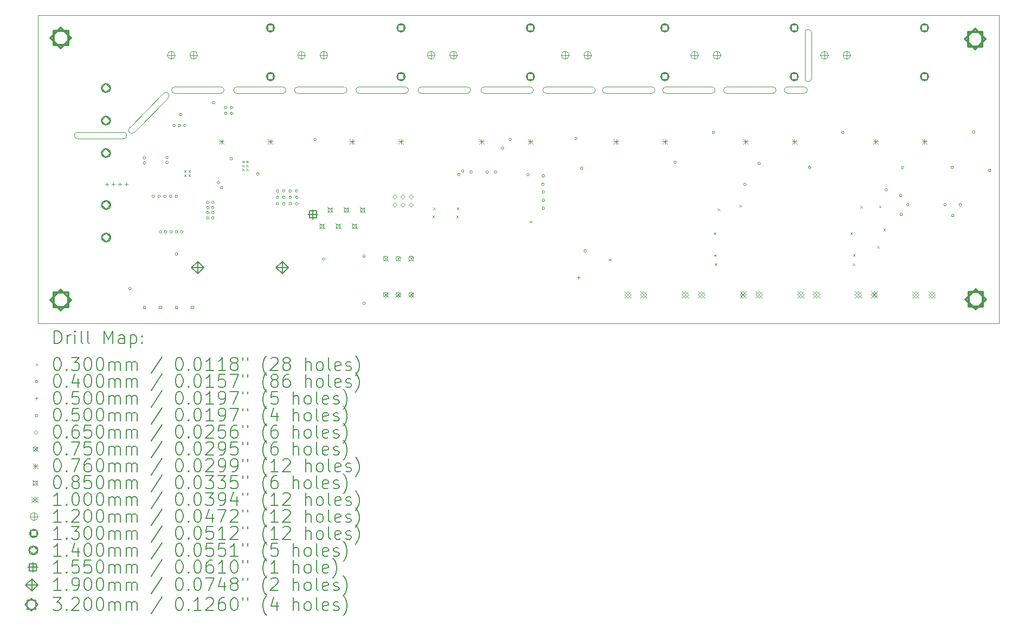
<source format=gbr>
%TF.GenerationSoftware,KiCad,Pcbnew,(6.0.7)*%
%TF.CreationDate,2023-04-19T22:26:34+02:00*%
%TF.ProjectId,mainboard,6d61696e-626f-4617-9264-2e6b69636164,rev?*%
%TF.SameCoordinates,Original*%
%TF.FileFunction,Drillmap*%
%TF.FilePolarity,Positive*%
%FSLAX45Y45*%
G04 Gerber Fmt 4.5, Leading zero omitted, Abs format (unit mm)*
G04 Created by KiCad (PCBNEW (6.0.7)) date 2023-04-19 22:26:34*
%MOMM*%
%LPD*%
G01*
G04 APERTURE LIST*
%ADD10C,0.100000*%
%ADD11C,0.200000*%
%ADD12C,0.030000*%
%ADD13C,0.040000*%
%ADD14C,0.050000*%
%ADD15C,0.065000*%
%ADD16C,0.075000*%
%ADD17C,0.076000*%
%ADD18C,0.085000*%
%ADD19C,0.120000*%
%ADD20C,0.130000*%
%ADD21C,0.140000*%
%ADD22C,0.155000*%
%ADD23C,0.190000*%
%ADD24C,0.320000*%
G04 APERTURE END LIST*
D10*
X16560000Y-7980000D02*
G75*
G03*
X16560000Y-8080000I0J-50000D01*
G01*
X7696200Y-6858000D02*
X22707600Y-6858000D01*
X22707600Y-6858000D02*
X22707600Y-11675400D01*
X22707600Y-11675400D02*
X7696200Y-11675400D01*
X7696200Y-11675400D02*
X7696200Y-6858000D01*
X19170000Y-8080000D02*
G75*
G03*
X19170000Y-7980000I0J50000D01*
G01*
X9830000Y-7980000D02*
G75*
G03*
X9830000Y-8080000I0J-50000D01*
G01*
X9830000Y-7980000D02*
X10550000Y-7980000D01*
X16560000Y-7980000D02*
X17280000Y-7980000D01*
X9130000Y-8610000D02*
X9649741Y-8079602D01*
X19772000Y-7129000D02*
G75*
G03*
X19672000Y-7129000I-50000J0D01*
G01*
X8310000Y-8790000D02*
X9030000Y-8790000D01*
X15630000Y-7980000D02*
X16350000Y-7980000D01*
X13680000Y-7980000D02*
G75*
G03*
X13680000Y-8080000I0J-50000D01*
G01*
X19660000Y-8080000D02*
G75*
G03*
X19660000Y-7980000I0J50000D01*
G01*
X19400000Y-8080000D02*
X19660000Y-8080000D01*
X18450000Y-8080000D02*
X19170000Y-8080000D01*
X12470000Y-8080000D02*
G75*
G03*
X12470000Y-7980000I0J50000D01*
G01*
X9200000Y-8690000D02*
X9719741Y-8159602D01*
X10800000Y-8080000D02*
X11520000Y-8080000D01*
X8310000Y-8690000D02*
G75*
G03*
X8310000Y-8790000I0J-50000D01*
G01*
X10800000Y-7980000D02*
G75*
G03*
X10800000Y-8080000I0J-50000D01*
G01*
X15630000Y-8080000D02*
X16350000Y-8080000D01*
X13680000Y-8080000D02*
X14400000Y-8080000D01*
X17500000Y-7980000D02*
X18220000Y-7980000D01*
X19400000Y-7980000D02*
G75*
G03*
X19400000Y-8080000I0J-50000D01*
G01*
X17500000Y-8080000D02*
X18220000Y-8080000D01*
X9129999Y-8609998D02*
G75*
G03*
X9200000Y-8690000I30051J-44332D01*
G01*
X17500000Y-7980000D02*
G75*
G03*
X17500000Y-8080000I0J-50000D01*
G01*
X11750000Y-7980000D02*
G75*
G03*
X11750000Y-8080000I0J-50000D01*
G01*
X9719740Y-8159600D02*
G75*
G03*
X9649741Y-8079602I-30050J44330D01*
G01*
X14660000Y-7980000D02*
G75*
G03*
X14660000Y-8080000I0J-50000D01*
G01*
X12710000Y-7980000D02*
G75*
G03*
X12710000Y-8080000I0J-50000D01*
G01*
X14660000Y-7980000D02*
X15380000Y-7980000D01*
X11520000Y-8080000D02*
G75*
G03*
X11520000Y-7980000I0J50000D01*
G01*
X18450000Y-7980000D02*
X19170000Y-7980000D01*
X16560000Y-8080000D02*
X17280000Y-8080000D01*
X19772000Y-7849000D02*
X19772000Y-7129000D01*
X9830000Y-8080000D02*
X10550000Y-8080000D01*
X19672000Y-7849000D02*
X19672000Y-7129000D01*
X14660000Y-8080000D02*
X15380000Y-8080000D01*
X11750000Y-8080000D02*
X12470000Y-8080000D01*
X10800000Y-7980000D02*
X11520000Y-7980000D01*
X19400000Y-7980000D02*
X19660000Y-7980000D01*
X11750000Y-7980000D02*
X12470000Y-7980000D01*
X18220000Y-8080000D02*
G75*
G03*
X18220000Y-7980000I0J50000D01*
G01*
X8310000Y-8690000D02*
X9030000Y-8690000D01*
X9030000Y-8790000D02*
G75*
G03*
X9030000Y-8690000I0J50000D01*
G01*
X17280000Y-8080000D02*
G75*
G03*
X17280000Y-7980000I0J50000D01*
G01*
X16350000Y-8080000D02*
G75*
G03*
X16350000Y-7980000I0J50000D01*
G01*
X15630000Y-7980000D02*
G75*
G03*
X15630000Y-8080000I0J-50000D01*
G01*
X19672000Y-7849000D02*
G75*
G03*
X19772000Y-7849000I50000J0D01*
G01*
X12710000Y-8080000D02*
X13430000Y-8080000D01*
X14400000Y-8080000D02*
G75*
G03*
X14400000Y-7980000I0J50000D01*
G01*
X13680000Y-7980000D02*
X14400000Y-7980000D01*
X13430000Y-8080000D02*
G75*
G03*
X13430000Y-7980000I0J50000D01*
G01*
X12710000Y-7980000D02*
X13430000Y-7980000D01*
X10550000Y-8080000D02*
G75*
G03*
X10550000Y-7980000I0J50000D01*
G01*
X15380000Y-8080000D02*
G75*
G03*
X15380000Y-7980000I0J50000D01*
G01*
X18450000Y-7980000D02*
G75*
G03*
X18450000Y-8080000I0J-50000D01*
G01*
D11*
D12*
X9975000Y-9280000D02*
X10005000Y-9310000D01*
X10005000Y-9280000D02*
X9975000Y-9310000D01*
X9975000Y-9350000D02*
X10005000Y-9380000D01*
X10005000Y-9350000D02*
X9975000Y-9380000D01*
X10045000Y-9280000D02*
X10075000Y-9310000D01*
X10075000Y-9280000D02*
X10045000Y-9310000D01*
X10045000Y-9350000D02*
X10075000Y-9380000D01*
X10075000Y-9350000D02*
X10045000Y-9380000D01*
X10885000Y-9135000D02*
X10915000Y-9165000D01*
X10915000Y-9135000D02*
X10885000Y-9165000D01*
X10885000Y-9195000D02*
X10915000Y-9225000D01*
X10915000Y-9195000D02*
X10885000Y-9225000D01*
X10885000Y-9255000D02*
X10915000Y-9285000D01*
X10915000Y-9255000D02*
X10885000Y-9285000D01*
X10945000Y-9135000D02*
X10975000Y-9165000D01*
X10975000Y-9135000D02*
X10945000Y-9165000D01*
X10945000Y-9195000D02*
X10975000Y-9225000D01*
X10975000Y-9195000D02*
X10945000Y-9225000D01*
X10945000Y-9255000D02*
X10975000Y-9285000D01*
X10975000Y-9255000D02*
X10945000Y-9285000D01*
X13856000Y-9991000D02*
X13886000Y-10021000D01*
X13886000Y-9991000D02*
X13856000Y-10021000D01*
X13867000Y-9864000D02*
X13897000Y-9894000D01*
X13897000Y-9864000D02*
X13867000Y-9894000D01*
X14228000Y-9992000D02*
X14258000Y-10022000D01*
X14258000Y-9992000D02*
X14228000Y-10022000D01*
X14234000Y-9864000D02*
X14264000Y-9894000D01*
X14264000Y-9864000D02*
X14234000Y-9894000D01*
X15376000Y-10074000D02*
X15406000Y-10104000D01*
X15406000Y-10074000D02*
X15376000Y-10104000D01*
X16612000Y-10667000D02*
X16642000Y-10697000D01*
X16642000Y-10667000D02*
X16612000Y-10697000D01*
X18248000Y-10255000D02*
X18278000Y-10285000D01*
X18278000Y-10255000D02*
X18248000Y-10285000D01*
X18252000Y-10599000D02*
X18282000Y-10629000D01*
X18282000Y-10599000D02*
X18252000Y-10629000D01*
X18267000Y-10740000D02*
X18297000Y-10770000D01*
X18297000Y-10740000D02*
X18267000Y-10770000D01*
X18310000Y-9885000D02*
X18340000Y-9915000D01*
X18340000Y-9885000D02*
X18310000Y-9915000D01*
X18650000Y-9825000D02*
X18680000Y-9855000D01*
X18680000Y-9825000D02*
X18650000Y-9855000D01*
X20383000Y-10257000D02*
X20413000Y-10287000D01*
X20413000Y-10257000D02*
X20383000Y-10287000D01*
X20421000Y-10740000D02*
X20451000Y-10770000D01*
X20451000Y-10740000D02*
X20421000Y-10770000D01*
X20423000Y-10596000D02*
X20453000Y-10626000D01*
X20453000Y-10596000D02*
X20423000Y-10626000D01*
X20537500Y-9842500D02*
X20567500Y-9872500D01*
X20567500Y-9842500D02*
X20537500Y-9872500D01*
X20800000Y-10465000D02*
X20830000Y-10495000D01*
X20830000Y-10465000D02*
X20800000Y-10495000D01*
X20830000Y-9835000D02*
X20860000Y-9865000D01*
X20860000Y-9835000D02*
X20830000Y-9865000D01*
X20897500Y-10195000D02*
X20927500Y-10225000D01*
X20927500Y-10195000D02*
X20897500Y-10225000D01*
D13*
X9150000Y-11133000D02*
G75*
G03*
X9150000Y-11133000I-20000J0D01*
G01*
X9375000Y-9090000D02*
G75*
G03*
X9375000Y-9090000I-20000J0D01*
G01*
X9375000Y-9167500D02*
G75*
G03*
X9375000Y-9167500I-20000J0D01*
G01*
X9515000Y-9690000D02*
G75*
G03*
X9515000Y-9690000I-20000J0D01*
G01*
X9605000Y-9690000D02*
G75*
G03*
X9605000Y-9690000I-20000J0D01*
G01*
X9625000Y-10245000D02*
G75*
G03*
X9625000Y-10245000I-20000J0D01*
G01*
X9695000Y-9690000D02*
G75*
G03*
X9695000Y-9690000I-20000J0D01*
G01*
X9707500Y-10245000D02*
G75*
G03*
X9707500Y-10245000I-20000J0D01*
G01*
X9727500Y-9080000D02*
G75*
G03*
X9727500Y-9080000I-20000J0D01*
G01*
X9727500Y-9160000D02*
G75*
G03*
X9727500Y-9160000I-20000J0D01*
G01*
X9785000Y-9690000D02*
G75*
G03*
X9785000Y-9690000I-20000J0D01*
G01*
X9790000Y-10245000D02*
G75*
G03*
X9790000Y-10245000I-20000J0D01*
G01*
X9840000Y-8582500D02*
G75*
G03*
X9840000Y-8582500I-20000J0D01*
G01*
X9875000Y-9690000D02*
G75*
G03*
X9875000Y-9690000I-20000J0D01*
G01*
X9875000Y-10245000D02*
G75*
G03*
X9875000Y-10245000I-20000J0D01*
G01*
X9875000Y-10592500D02*
G75*
G03*
X9875000Y-10592500I-20000J0D01*
G01*
X9925000Y-8582500D02*
G75*
G03*
X9925000Y-8582500I-20000J0D01*
G01*
X9937500Y-8412500D02*
G75*
G03*
X9937500Y-8412500I-20000J0D01*
G01*
X9960000Y-10245000D02*
G75*
G03*
X9960000Y-10245000I-20000J0D01*
G01*
X10007500Y-8582500D02*
G75*
G03*
X10007500Y-8582500I-20000J0D01*
G01*
X10365000Y-9785000D02*
G75*
G03*
X10365000Y-9785000I-20000J0D01*
G01*
X10365000Y-9865000D02*
G75*
G03*
X10365000Y-9865000I-20000J0D01*
G01*
X10365000Y-9945000D02*
G75*
G03*
X10365000Y-9945000I-20000J0D01*
G01*
X10365000Y-10027500D02*
G75*
G03*
X10365000Y-10027500I-20000J0D01*
G01*
X10445000Y-9785000D02*
G75*
G03*
X10445000Y-9785000I-20000J0D01*
G01*
X10445000Y-9865000D02*
G75*
G03*
X10445000Y-9865000I-20000J0D01*
G01*
X10445000Y-9945000D02*
G75*
G03*
X10445000Y-9945000I-20000J0D01*
G01*
X10445000Y-10027500D02*
G75*
G03*
X10445000Y-10027500I-20000J0D01*
G01*
X10460000Y-8225000D02*
G75*
G03*
X10460000Y-8225000I-20000J0D01*
G01*
X10532500Y-9475000D02*
G75*
G03*
X10532500Y-9475000I-20000J0D01*
G01*
X10582500Y-9555000D02*
G75*
G03*
X10582500Y-9555000I-20000J0D01*
G01*
X10645000Y-8303000D02*
G75*
G03*
X10645000Y-8303000I-20000J0D01*
G01*
X10647000Y-8393000D02*
G75*
G03*
X10647000Y-8393000I-20000J0D01*
G01*
X10730000Y-9102500D02*
G75*
G03*
X10730000Y-9102500I-20000J0D01*
G01*
X10738000Y-8301000D02*
G75*
G03*
X10738000Y-8301000I-20000J0D01*
G01*
X10739000Y-8396000D02*
G75*
G03*
X10739000Y-8396000I-20000J0D01*
G01*
X11147500Y-9340000D02*
G75*
G03*
X11147500Y-9340000I-20000J0D01*
G01*
X11452500Y-9605000D02*
G75*
G03*
X11452500Y-9605000I-20000J0D01*
G01*
X11452500Y-9705000D02*
G75*
G03*
X11452500Y-9705000I-20000J0D01*
G01*
X11452500Y-9805000D02*
G75*
G03*
X11452500Y-9805000I-20000J0D01*
G01*
X11552500Y-9605000D02*
G75*
G03*
X11552500Y-9605000I-20000J0D01*
G01*
X11552500Y-9705000D02*
G75*
G03*
X11552500Y-9705000I-20000J0D01*
G01*
X11552500Y-9805000D02*
G75*
G03*
X11552500Y-9805000I-20000J0D01*
G01*
X11652500Y-9605000D02*
G75*
G03*
X11652500Y-9605000I-20000J0D01*
G01*
X11652500Y-9705000D02*
G75*
G03*
X11652500Y-9705000I-20000J0D01*
G01*
X11652500Y-9805000D02*
G75*
G03*
X11652500Y-9805000I-20000J0D01*
G01*
X11752500Y-9605000D02*
G75*
G03*
X11752500Y-9605000I-20000J0D01*
G01*
X11752500Y-9705000D02*
G75*
G03*
X11752500Y-9705000I-20000J0D01*
G01*
X11752500Y-9805000D02*
G75*
G03*
X11752500Y-9805000I-20000J0D01*
G01*
X12040000Y-8802500D02*
G75*
G03*
X12040000Y-8802500I-20000J0D01*
G01*
X12175000Y-10670000D02*
G75*
G03*
X12175000Y-10670000I-20000J0D01*
G01*
X12805000Y-11362500D02*
G75*
G03*
X12805000Y-11362500I-20000J0D01*
G01*
X12806000Y-10624000D02*
G75*
G03*
X12806000Y-10624000I-20000J0D01*
G01*
X14287000Y-9348000D02*
G75*
G03*
X14287000Y-9348000I-20000J0D01*
G01*
X14349000Y-9296000D02*
G75*
G03*
X14349000Y-9296000I-20000J0D01*
G01*
X14479000Y-9311000D02*
G75*
G03*
X14479000Y-9311000I-20000J0D01*
G01*
X14729000Y-9312000D02*
G75*
G03*
X14729000Y-9312000I-20000J0D01*
G01*
X14861000Y-9309000D02*
G75*
G03*
X14861000Y-9309000I-20000J0D01*
G01*
X14967500Y-8935000D02*
G75*
G03*
X14967500Y-8935000I-20000J0D01*
G01*
X15087500Y-8800000D02*
G75*
G03*
X15087500Y-8800000I-20000J0D01*
G01*
X15367000Y-9350000D02*
G75*
G03*
X15367000Y-9350000I-20000J0D01*
G01*
X15600000Y-9502000D02*
G75*
G03*
X15600000Y-9502000I-20000J0D01*
G01*
X15606000Y-9372000D02*
G75*
G03*
X15606000Y-9372000I-20000J0D01*
G01*
X15607500Y-9622500D02*
G75*
G03*
X15607500Y-9622500I-20000J0D01*
G01*
X15607500Y-9752500D02*
G75*
G03*
X15607500Y-9752500I-20000J0D01*
G01*
X15607500Y-9877500D02*
G75*
G03*
X15607500Y-9877500I-20000J0D01*
G01*
X16115000Y-8785000D02*
G75*
G03*
X16115000Y-8785000I-20000J0D01*
G01*
X16202500Y-9249500D02*
G75*
G03*
X16202500Y-9249500I-20000J0D01*
G01*
X16261000Y-10544000D02*
G75*
G03*
X16261000Y-10544000I-20000J0D01*
G01*
X17662500Y-9155000D02*
G75*
G03*
X17662500Y-9155000I-20000J0D01*
G01*
X18265000Y-8690000D02*
G75*
G03*
X18265000Y-8690000I-20000J0D01*
G01*
X18755000Y-9505000D02*
G75*
G03*
X18755000Y-9505000I-20000J0D01*
G01*
X18977500Y-9175000D02*
G75*
G03*
X18977500Y-9175000I-20000J0D01*
G01*
X19765000Y-9240000D02*
G75*
G03*
X19765000Y-9240000I-20000J0D01*
G01*
X20285000Y-8690000D02*
G75*
G03*
X20285000Y-8690000I-20000J0D01*
G01*
X20962000Y-9587000D02*
G75*
G03*
X20962000Y-9587000I-20000J0D01*
G01*
X21187500Y-9675000D02*
G75*
G03*
X21187500Y-9675000I-20000J0D01*
G01*
X21195000Y-9972500D02*
G75*
G03*
X21195000Y-9972500I-20000J0D01*
G01*
X21217500Y-9242500D02*
G75*
G03*
X21217500Y-9242500I-20000J0D01*
G01*
X21300000Y-9820000D02*
G75*
G03*
X21300000Y-9820000I-20000J0D01*
G01*
X21880000Y-9820000D02*
G75*
G03*
X21880000Y-9820000I-20000J0D01*
G01*
X21992500Y-9240000D02*
G75*
G03*
X21992500Y-9240000I-20000J0D01*
G01*
X22000000Y-9990000D02*
G75*
G03*
X22000000Y-9990000I-20000J0D01*
G01*
X22120000Y-9822500D02*
G75*
G03*
X22120000Y-9822500I-20000J0D01*
G01*
X22325000Y-8685000D02*
G75*
G03*
X22325000Y-8685000I-20000J0D01*
G01*
X22577500Y-9285000D02*
G75*
G03*
X22577500Y-9285000I-20000J0D01*
G01*
D14*
X8767500Y-9475000D02*
X8767500Y-9525000D01*
X8742500Y-9500000D02*
X8792500Y-9500000D01*
X8870000Y-9475000D02*
X8870000Y-9525000D01*
X8845000Y-9500000D02*
X8895000Y-9500000D01*
X8972500Y-9475000D02*
X8972500Y-9525000D01*
X8947500Y-9500000D02*
X8997500Y-9500000D01*
X9075000Y-9475000D02*
X9075000Y-9525000D01*
X9050000Y-9500000D02*
X9100000Y-9500000D01*
X16135000Y-10928000D02*
X16135000Y-10978000D01*
X16110000Y-10953000D02*
X16160000Y-10953000D01*
X9370178Y-11437678D02*
X9370178Y-11402322D01*
X9334822Y-11402322D01*
X9334822Y-11437678D01*
X9370178Y-11437678D01*
X9620178Y-11437678D02*
X9620178Y-11402322D01*
X9584822Y-11402322D01*
X9584822Y-11437678D01*
X9620178Y-11437678D01*
X9870178Y-11437678D02*
X9870178Y-11402322D01*
X9834822Y-11402322D01*
X9834822Y-11437678D01*
X9870178Y-11437678D01*
X10120178Y-11437678D02*
X10120178Y-11402322D01*
X10084822Y-11402322D01*
X10084822Y-11437678D01*
X10120178Y-11437678D01*
D15*
X13263500Y-9728000D02*
X13296000Y-9695500D01*
X13263500Y-9663000D01*
X13231000Y-9695500D01*
X13263500Y-9728000D01*
X13263500Y-9855000D02*
X13296000Y-9822500D01*
X13263500Y-9790000D01*
X13231000Y-9822500D01*
X13263500Y-9855000D01*
X13390500Y-9728000D02*
X13423000Y-9695500D01*
X13390500Y-9663000D01*
X13358000Y-9695500D01*
X13390500Y-9728000D01*
X13390500Y-9855000D02*
X13423000Y-9822500D01*
X13390500Y-9790000D01*
X13358000Y-9822500D01*
X13390500Y-9855000D01*
X13517500Y-9728000D02*
X13550000Y-9695500D01*
X13517500Y-9663000D01*
X13485000Y-9695500D01*
X13517500Y-9728000D01*
X13517500Y-9855000D02*
X13550000Y-9822500D01*
X13517500Y-9790000D01*
X13485000Y-9822500D01*
X13517500Y-9855000D01*
D16*
X13085000Y-10625000D02*
X13160000Y-10700000D01*
X13160000Y-10625000D02*
X13085000Y-10700000D01*
X13160000Y-10662500D02*
G75*
G03*
X13160000Y-10662500I-37500J0D01*
G01*
X13085000Y-11190000D02*
X13160000Y-11265000D01*
X13160000Y-11190000D02*
X13085000Y-11265000D01*
X13160000Y-11227500D02*
G75*
G03*
X13160000Y-11227500I-37500J0D01*
G01*
X13285000Y-10625000D02*
X13360000Y-10700000D01*
X13360000Y-10625000D02*
X13285000Y-10700000D01*
X13360000Y-10662500D02*
G75*
G03*
X13360000Y-10662500I-37500J0D01*
G01*
X13285000Y-11190000D02*
X13360000Y-11265000D01*
X13360000Y-11190000D02*
X13285000Y-11265000D01*
X13360000Y-11227500D02*
G75*
G03*
X13360000Y-11227500I-37500J0D01*
G01*
X13485000Y-10625000D02*
X13560000Y-10700000D01*
X13560000Y-10625000D02*
X13485000Y-10700000D01*
X13560000Y-10662500D02*
G75*
G03*
X13560000Y-10662500I-37500J0D01*
G01*
X13485000Y-11190000D02*
X13560000Y-11265000D01*
X13560000Y-11190000D02*
X13485000Y-11265000D01*
X13560000Y-11227500D02*
G75*
G03*
X13560000Y-11227500I-37500J0D01*
G01*
D17*
X10524850Y-8796800D02*
X10600850Y-8872800D01*
X10600850Y-8796800D02*
X10524850Y-8872800D01*
X10562850Y-8796800D02*
X10562850Y-8872800D01*
X10524850Y-8834800D02*
X10600850Y-8834800D01*
X11286850Y-8796800D02*
X11362850Y-8872800D01*
X11362850Y-8796800D02*
X11286850Y-8872800D01*
X11324850Y-8796800D02*
X11324850Y-8872800D01*
X11286850Y-8834800D02*
X11362850Y-8834800D01*
X12564850Y-8796800D02*
X12640850Y-8872800D01*
X12640850Y-8796800D02*
X12564850Y-8872800D01*
X12602850Y-8796800D02*
X12602850Y-8872800D01*
X12564850Y-8834800D02*
X12640850Y-8834800D01*
X13326850Y-8796800D02*
X13402850Y-8872800D01*
X13402850Y-8796800D02*
X13326850Y-8872800D01*
X13364850Y-8796800D02*
X13364850Y-8872800D01*
X13326850Y-8834800D02*
X13402850Y-8834800D01*
X14584850Y-8796800D02*
X14660850Y-8872800D01*
X14660850Y-8796800D02*
X14584850Y-8872800D01*
X14622850Y-8796800D02*
X14622850Y-8872800D01*
X14584850Y-8834800D02*
X14660850Y-8834800D01*
X15346850Y-8796800D02*
X15422850Y-8872800D01*
X15422850Y-8796800D02*
X15346850Y-8872800D01*
X15384850Y-8796800D02*
X15384850Y-8872800D01*
X15346850Y-8834800D02*
X15422850Y-8834800D01*
X16684850Y-8796800D02*
X16760850Y-8872800D01*
X16760850Y-8796800D02*
X16684850Y-8872800D01*
X16722850Y-8796800D02*
X16722850Y-8872800D01*
X16684850Y-8834800D02*
X16760850Y-8834800D01*
X17446850Y-8796800D02*
X17522850Y-8872800D01*
X17522850Y-8796800D02*
X17446850Y-8872800D01*
X17484850Y-8796800D02*
X17484850Y-8872800D01*
X17446850Y-8834800D02*
X17522850Y-8834800D01*
X18704850Y-8796800D02*
X18780850Y-8872800D01*
X18780850Y-8796800D02*
X18704850Y-8872800D01*
X18742850Y-8796800D02*
X18742850Y-8872800D01*
X18704850Y-8834800D02*
X18780850Y-8834800D01*
X19466850Y-8796800D02*
X19542850Y-8872800D01*
X19542850Y-8796800D02*
X19466850Y-8872800D01*
X19504850Y-8796800D02*
X19504850Y-8872800D01*
X19466850Y-8834800D02*
X19542850Y-8834800D01*
X20740000Y-8796800D02*
X20816000Y-8872800D01*
X20816000Y-8796800D02*
X20740000Y-8872800D01*
X20778000Y-8796800D02*
X20778000Y-8872800D01*
X20740000Y-8834800D02*
X20816000Y-8834800D01*
X21502000Y-8796800D02*
X21578000Y-8872800D01*
X21578000Y-8796800D02*
X21502000Y-8872800D01*
X21540000Y-8796800D02*
X21540000Y-8872800D01*
X21502000Y-8834800D02*
X21578000Y-8834800D01*
D18*
X12085000Y-10110000D02*
X12170000Y-10195000D01*
X12170000Y-10110000D02*
X12085000Y-10195000D01*
X12157552Y-10182552D02*
X12157552Y-10122448D01*
X12097448Y-10122448D01*
X12097448Y-10182552D01*
X12157552Y-10182552D01*
X12212000Y-9856000D02*
X12297000Y-9941000D01*
X12297000Y-9856000D02*
X12212000Y-9941000D01*
X12284552Y-9928552D02*
X12284552Y-9868448D01*
X12224448Y-9868448D01*
X12224448Y-9928552D01*
X12284552Y-9928552D01*
X12339000Y-10110000D02*
X12424000Y-10195000D01*
X12424000Y-10110000D02*
X12339000Y-10195000D01*
X12411552Y-10182552D02*
X12411552Y-10122448D01*
X12351448Y-10122448D01*
X12351448Y-10182552D01*
X12411552Y-10182552D01*
X12466000Y-9856000D02*
X12551000Y-9941000D01*
X12551000Y-9856000D02*
X12466000Y-9941000D01*
X12538552Y-9928552D02*
X12538552Y-9868448D01*
X12478448Y-9868448D01*
X12478448Y-9928552D01*
X12538552Y-9928552D01*
X12593000Y-10110000D02*
X12678000Y-10195000D01*
X12678000Y-10110000D02*
X12593000Y-10195000D01*
X12665552Y-10182552D02*
X12665552Y-10122448D01*
X12605448Y-10122448D01*
X12605448Y-10182552D01*
X12665552Y-10182552D01*
X12720000Y-9856000D02*
X12805000Y-9941000D01*
X12805000Y-9856000D02*
X12720000Y-9941000D01*
X12792552Y-9928552D02*
X12792552Y-9868448D01*
X12732448Y-9868448D01*
X12732448Y-9928552D01*
X12792552Y-9928552D01*
D10*
X16853200Y-11177500D02*
X16953200Y-11277500D01*
X16953200Y-11177500D02*
X16853200Y-11277500D01*
X16903200Y-11277500D02*
X16953200Y-11227500D01*
X16903200Y-11177500D01*
X16853200Y-11227500D01*
X16903200Y-11277500D01*
X17103200Y-11177500D02*
X17203200Y-11277500D01*
X17203200Y-11177500D02*
X17103200Y-11277500D01*
X17153200Y-11277500D02*
X17203200Y-11227500D01*
X17153200Y-11177500D01*
X17103200Y-11227500D01*
X17153200Y-11277500D01*
X17753200Y-11177500D02*
X17853200Y-11277500D01*
X17853200Y-11177500D02*
X17753200Y-11277500D01*
X17803200Y-11277500D02*
X17853200Y-11227500D01*
X17803200Y-11177500D01*
X17753200Y-11227500D01*
X17803200Y-11277500D01*
X18003200Y-11177500D02*
X18103200Y-11277500D01*
X18103200Y-11177500D02*
X18003200Y-11277500D01*
X18053200Y-11277500D02*
X18103200Y-11227500D01*
X18053200Y-11177500D01*
X18003200Y-11227500D01*
X18053200Y-11277500D01*
X18653200Y-11177500D02*
X18753200Y-11277500D01*
X18753200Y-11177500D02*
X18653200Y-11277500D01*
X18703200Y-11277500D02*
X18753200Y-11227500D01*
X18703200Y-11177500D01*
X18653200Y-11227500D01*
X18703200Y-11277500D01*
X18903200Y-11177500D02*
X19003200Y-11277500D01*
X19003200Y-11177500D02*
X18903200Y-11277500D01*
X18953200Y-11277500D02*
X19003200Y-11227500D01*
X18953200Y-11177500D01*
X18903200Y-11227500D01*
X18953200Y-11277500D01*
X19553200Y-11177500D02*
X19653200Y-11277500D01*
X19653200Y-11177500D02*
X19553200Y-11277500D01*
X19603200Y-11277500D02*
X19653200Y-11227500D01*
X19603200Y-11177500D01*
X19553200Y-11227500D01*
X19603200Y-11277500D01*
X19803200Y-11177500D02*
X19903200Y-11277500D01*
X19903200Y-11177500D02*
X19803200Y-11277500D01*
X19853200Y-11277500D02*
X19903200Y-11227500D01*
X19853200Y-11177500D01*
X19803200Y-11227500D01*
X19853200Y-11277500D01*
X20453200Y-11177500D02*
X20553200Y-11277500D01*
X20553200Y-11177500D02*
X20453200Y-11277500D01*
X20503200Y-11277500D02*
X20553200Y-11227500D01*
X20503200Y-11177500D01*
X20453200Y-11227500D01*
X20503200Y-11277500D01*
X20703200Y-11177500D02*
X20803200Y-11277500D01*
X20803200Y-11177500D02*
X20703200Y-11277500D01*
X20753200Y-11277500D02*
X20803200Y-11227500D01*
X20753200Y-11177500D01*
X20703200Y-11227500D01*
X20753200Y-11277500D01*
X21353200Y-11177500D02*
X21453200Y-11277500D01*
X21453200Y-11177500D02*
X21353200Y-11277500D01*
X21403200Y-11277500D02*
X21453200Y-11227500D01*
X21403200Y-11177500D01*
X21353200Y-11227500D01*
X21403200Y-11277500D01*
X21603200Y-11177500D02*
X21703200Y-11277500D01*
X21703200Y-11177500D02*
X21603200Y-11277500D01*
X21653200Y-11277500D02*
X21703200Y-11227500D01*
X21653200Y-11177500D01*
X21603200Y-11227500D01*
X21653200Y-11277500D01*
D19*
X9774000Y-7423000D02*
X9774000Y-7543000D01*
X9714000Y-7483000D02*
X9834000Y-7483000D01*
X9834000Y-7483000D02*
G75*
G03*
X9834000Y-7483000I-60000J0D01*
G01*
X10124000Y-7423000D02*
X10124000Y-7543000D01*
X10064000Y-7483000D02*
X10184000Y-7483000D01*
X10184000Y-7483000D02*
G75*
G03*
X10184000Y-7483000I-60000J0D01*
G01*
X11808350Y-7425050D02*
X11808350Y-7545050D01*
X11748350Y-7485050D02*
X11868350Y-7485050D01*
X11868350Y-7485050D02*
G75*
G03*
X11868350Y-7485050I-60000J0D01*
G01*
X12158350Y-7425050D02*
X12158350Y-7545050D01*
X12098350Y-7485050D02*
X12218350Y-7485050D01*
X12218350Y-7485050D02*
G75*
G03*
X12218350Y-7485050I-60000J0D01*
G01*
X13833000Y-7423000D02*
X13833000Y-7543000D01*
X13773000Y-7483000D02*
X13893000Y-7483000D01*
X13893000Y-7483000D02*
G75*
G03*
X13893000Y-7483000I-60000J0D01*
G01*
X14183000Y-7423000D02*
X14183000Y-7543000D01*
X14123000Y-7483000D02*
X14243000Y-7483000D01*
X14243000Y-7483000D02*
G75*
G03*
X14243000Y-7483000I-60000J0D01*
G01*
X15928350Y-7424250D02*
X15928350Y-7544250D01*
X15868350Y-7484250D02*
X15988350Y-7484250D01*
X15988350Y-7484250D02*
G75*
G03*
X15988350Y-7484250I-60000J0D01*
G01*
X16278350Y-7424250D02*
X16278350Y-7544250D01*
X16218350Y-7484250D02*
X16338350Y-7484250D01*
X16338350Y-7484250D02*
G75*
G03*
X16338350Y-7484250I-60000J0D01*
G01*
X17948350Y-7424250D02*
X17948350Y-7544250D01*
X17888350Y-7484250D02*
X18008350Y-7484250D01*
X18008350Y-7484250D02*
G75*
G03*
X18008350Y-7484250I-60000J0D01*
G01*
X18298350Y-7424250D02*
X18298350Y-7544250D01*
X18238350Y-7484250D02*
X18358350Y-7484250D01*
X18358350Y-7484250D02*
G75*
G03*
X18358350Y-7484250I-60000J0D01*
G01*
X19976750Y-7424250D02*
X19976750Y-7544250D01*
X19916750Y-7484250D02*
X20036750Y-7484250D01*
X20036750Y-7484250D02*
G75*
G03*
X20036750Y-7484250I-60000J0D01*
G01*
X20326750Y-7424250D02*
X20326750Y-7544250D01*
X20266750Y-7484250D02*
X20386750Y-7484250D01*
X20386750Y-7484250D02*
G75*
G03*
X20386750Y-7484250I-60000J0D01*
G01*
D20*
X11370812Y-7102762D02*
X11370812Y-7010838D01*
X11278888Y-7010838D01*
X11278888Y-7102762D01*
X11370812Y-7102762D01*
X11389850Y-7056800D02*
G75*
G03*
X11389850Y-7056800I-65000J0D01*
G01*
X11370812Y-7864762D02*
X11370812Y-7772838D01*
X11278888Y-7772838D01*
X11278888Y-7864762D01*
X11370812Y-7864762D01*
X11389850Y-7818800D02*
G75*
G03*
X11389850Y-7818800I-65000J0D01*
G01*
X13410812Y-7102762D02*
X13410812Y-7010838D01*
X13318888Y-7010838D01*
X13318888Y-7102762D01*
X13410812Y-7102762D01*
X13429850Y-7056800D02*
G75*
G03*
X13429850Y-7056800I-65000J0D01*
G01*
X13410812Y-7864762D02*
X13410812Y-7772838D01*
X13318888Y-7772838D01*
X13318888Y-7864762D01*
X13410812Y-7864762D01*
X13429850Y-7818800D02*
G75*
G03*
X13429850Y-7818800I-65000J0D01*
G01*
X15430812Y-7102762D02*
X15430812Y-7010838D01*
X15338888Y-7010838D01*
X15338888Y-7102762D01*
X15430812Y-7102762D01*
X15449850Y-7056800D02*
G75*
G03*
X15449850Y-7056800I-65000J0D01*
G01*
X15430812Y-7864762D02*
X15430812Y-7772838D01*
X15338888Y-7772838D01*
X15338888Y-7864762D01*
X15430812Y-7864762D01*
X15449850Y-7818800D02*
G75*
G03*
X15449850Y-7818800I-65000J0D01*
G01*
X17530812Y-7102762D02*
X17530812Y-7010838D01*
X17438888Y-7010838D01*
X17438888Y-7102762D01*
X17530812Y-7102762D01*
X17549850Y-7056800D02*
G75*
G03*
X17549850Y-7056800I-65000J0D01*
G01*
X17530812Y-7864762D02*
X17530812Y-7772838D01*
X17438888Y-7772838D01*
X17438888Y-7864762D01*
X17530812Y-7864762D01*
X17549850Y-7818800D02*
G75*
G03*
X17549850Y-7818800I-65000J0D01*
G01*
X19550812Y-7102762D02*
X19550812Y-7010838D01*
X19458888Y-7010838D01*
X19458888Y-7102762D01*
X19550812Y-7102762D01*
X19569850Y-7056800D02*
G75*
G03*
X19569850Y-7056800I-65000J0D01*
G01*
X19550812Y-7864762D02*
X19550812Y-7772838D01*
X19458888Y-7772838D01*
X19458888Y-7864762D01*
X19550812Y-7864762D01*
X19569850Y-7818800D02*
G75*
G03*
X19569850Y-7818800I-65000J0D01*
G01*
X21585962Y-7102762D02*
X21585962Y-7010838D01*
X21494038Y-7010838D01*
X21494038Y-7102762D01*
X21585962Y-7102762D01*
X21605000Y-7056800D02*
G75*
G03*
X21605000Y-7056800I-65000J0D01*
G01*
X21585962Y-7864762D02*
X21585962Y-7772838D01*
X21494038Y-7772838D01*
X21494038Y-7864762D01*
X21585962Y-7864762D01*
X21605000Y-7818800D02*
G75*
G03*
X21605000Y-7818800I-65000J0D01*
G01*
D21*
X8755500Y-8068000D02*
X8825500Y-7998000D01*
X8755500Y-7928000D01*
X8685500Y-7998000D01*
X8755500Y-8068000D01*
X8825500Y-7998000D02*
G75*
G03*
X8825500Y-7998000I-70000J0D01*
G01*
X8755500Y-8576000D02*
X8825500Y-8506000D01*
X8755500Y-8436000D01*
X8685500Y-8506000D01*
X8755500Y-8576000D01*
X8825500Y-8506000D02*
G75*
G03*
X8825500Y-8506000I-70000J0D01*
G01*
X8755500Y-9084000D02*
X8825500Y-9014000D01*
X8755500Y-8944000D01*
X8685500Y-9014000D01*
X8755500Y-9084000D01*
X8825500Y-9014000D02*
G75*
G03*
X8825500Y-9014000I-70000J0D01*
G01*
X8757750Y-9896000D02*
X8827750Y-9826000D01*
X8757750Y-9756000D01*
X8687750Y-9826000D01*
X8757750Y-9896000D01*
X8827750Y-9826000D02*
G75*
G03*
X8827750Y-9826000I-70000J0D01*
G01*
X8757750Y-10404000D02*
X8827750Y-10334000D01*
X8757750Y-10264000D01*
X8687750Y-10334000D01*
X8757750Y-10404000D01*
X8827750Y-10334000D02*
G75*
G03*
X8827750Y-10334000I-70000J0D01*
G01*
D22*
X11987500Y-9895000D02*
X11987500Y-10050000D01*
X11910000Y-9972500D02*
X12065000Y-9972500D01*
X12042301Y-10027301D02*
X12042301Y-9917699D01*
X11932699Y-9917699D01*
X11932699Y-10027301D01*
X12042301Y-10027301D01*
D23*
X10187500Y-10707500D02*
X10187500Y-10897500D01*
X10092500Y-10802500D02*
X10282500Y-10802500D01*
X10187500Y-10897500D02*
X10282500Y-10802500D01*
X10187500Y-10707500D01*
X10092500Y-10802500D01*
X10187500Y-10897500D01*
X11507500Y-10707500D02*
X11507500Y-10897500D01*
X11412500Y-10802500D02*
X11602500Y-10802500D01*
X11507500Y-10897500D02*
X11602500Y-10802500D01*
X11507500Y-10707500D01*
X11412500Y-10802500D01*
X11507500Y-10897500D01*
D24*
X8050000Y-11470000D02*
X8210000Y-11310000D01*
X8050000Y-11150000D01*
X7890000Y-11310000D01*
X8050000Y-11470000D01*
X8163138Y-11423138D02*
X8163138Y-11196862D01*
X7936862Y-11196862D01*
X7936862Y-11423138D01*
X8163138Y-11423138D01*
X8051800Y-7373600D02*
X8211800Y-7213600D01*
X8051800Y-7053600D01*
X7891800Y-7213600D01*
X8051800Y-7373600D01*
X8164938Y-7326738D02*
X8164938Y-7100462D01*
X7938662Y-7100462D01*
X7938662Y-7326738D01*
X8164938Y-7326738D01*
X22332000Y-7393600D02*
X22492000Y-7233600D01*
X22332000Y-7073600D01*
X22172000Y-7233600D01*
X22332000Y-7393600D01*
X22445138Y-7346738D02*
X22445138Y-7120462D01*
X22218862Y-7120462D01*
X22218862Y-7346738D01*
X22445138Y-7346738D01*
X22340200Y-11460000D02*
X22500200Y-11300000D01*
X22340200Y-11140000D01*
X22180200Y-11300000D01*
X22340200Y-11460000D01*
X22453338Y-11413138D02*
X22453338Y-11186862D01*
X22227062Y-11186862D01*
X22227062Y-11413138D01*
X22453338Y-11413138D01*
D11*
X7948819Y-11990876D02*
X7948819Y-11790876D01*
X7996438Y-11790876D01*
X8025009Y-11800400D01*
X8044057Y-11819448D01*
X8053581Y-11838495D01*
X8063105Y-11876590D01*
X8063105Y-11905162D01*
X8053581Y-11943257D01*
X8044057Y-11962305D01*
X8025009Y-11981352D01*
X7996438Y-11990876D01*
X7948819Y-11990876D01*
X8148819Y-11990876D02*
X8148819Y-11857543D01*
X8148819Y-11895638D02*
X8158343Y-11876590D01*
X8167867Y-11867067D01*
X8186914Y-11857543D01*
X8205962Y-11857543D01*
X8272628Y-11990876D02*
X8272628Y-11857543D01*
X8272628Y-11790876D02*
X8263105Y-11800400D01*
X8272628Y-11809924D01*
X8282152Y-11800400D01*
X8272628Y-11790876D01*
X8272628Y-11809924D01*
X8396438Y-11990876D02*
X8377390Y-11981352D01*
X8367867Y-11962305D01*
X8367867Y-11790876D01*
X8501200Y-11990876D02*
X8482152Y-11981352D01*
X8472629Y-11962305D01*
X8472629Y-11790876D01*
X8729771Y-11990876D02*
X8729771Y-11790876D01*
X8796438Y-11933733D01*
X8863105Y-11790876D01*
X8863105Y-11990876D01*
X9044057Y-11990876D02*
X9044057Y-11886114D01*
X9034533Y-11867067D01*
X9015486Y-11857543D01*
X8977390Y-11857543D01*
X8958343Y-11867067D01*
X9044057Y-11981352D02*
X9025010Y-11990876D01*
X8977390Y-11990876D01*
X8958343Y-11981352D01*
X8948819Y-11962305D01*
X8948819Y-11943257D01*
X8958343Y-11924209D01*
X8977390Y-11914686D01*
X9025010Y-11914686D01*
X9044057Y-11905162D01*
X9139295Y-11857543D02*
X9139295Y-12057543D01*
X9139295Y-11867067D02*
X9158343Y-11857543D01*
X9196438Y-11857543D01*
X9215486Y-11867067D01*
X9225010Y-11876590D01*
X9234533Y-11895638D01*
X9234533Y-11952781D01*
X9225010Y-11971828D01*
X9215486Y-11981352D01*
X9196438Y-11990876D01*
X9158343Y-11990876D01*
X9139295Y-11981352D01*
X9320248Y-11971828D02*
X9329771Y-11981352D01*
X9320248Y-11990876D01*
X9310724Y-11981352D01*
X9320248Y-11971828D01*
X9320248Y-11990876D01*
X9320248Y-11867067D02*
X9329771Y-11876590D01*
X9320248Y-11886114D01*
X9310724Y-11876590D01*
X9320248Y-11867067D01*
X9320248Y-11886114D01*
D12*
X7661200Y-12305400D02*
X7691200Y-12335400D01*
X7691200Y-12305400D02*
X7661200Y-12335400D01*
D11*
X7986914Y-12210876D02*
X8005962Y-12210876D01*
X8025009Y-12220400D01*
X8034533Y-12229924D01*
X8044057Y-12248971D01*
X8053581Y-12287067D01*
X8053581Y-12334686D01*
X8044057Y-12372781D01*
X8034533Y-12391828D01*
X8025009Y-12401352D01*
X8005962Y-12410876D01*
X7986914Y-12410876D01*
X7967867Y-12401352D01*
X7958343Y-12391828D01*
X7948819Y-12372781D01*
X7939295Y-12334686D01*
X7939295Y-12287067D01*
X7948819Y-12248971D01*
X7958343Y-12229924D01*
X7967867Y-12220400D01*
X7986914Y-12210876D01*
X8139295Y-12391828D02*
X8148819Y-12401352D01*
X8139295Y-12410876D01*
X8129771Y-12401352D01*
X8139295Y-12391828D01*
X8139295Y-12410876D01*
X8215486Y-12210876D02*
X8339295Y-12210876D01*
X8272628Y-12287067D01*
X8301200Y-12287067D01*
X8320248Y-12296590D01*
X8329771Y-12306114D01*
X8339295Y-12325162D01*
X8339295Y-12372781D01*
X8329771Y-12391828D01*
X8320248Y-12401352D01*
X8301200Y-12410876D01*
X8244057Y-12410876D01*
X8225009Y-12401352D01*
X8215486Y-12391828D01*
X8463105Y-12210876D02*
X8482152Y-12210876D01*
X8501200Y-12220400D01*
X8510724Y-12229924D01*
X8520248Y-12248971D01*
X8529771Y-12287067D01*
X8529771Y-12334686D01*
X8520248Y-12372781D01*
X8510724Y-12391828D01*
X8501200Y-12401352D01*
X8482152Y-12410876D01*
X8463105Y-12410876D01*
X8444057Y-12401352D01*
X8434533Y-12391828D01*
X8425010Y-12372781D01*
X8415486Y-12334686D01*
X8415486Y-12287067D01*
X8425010Y-12248971D01*
X8434533Y-12229924D01*
X8444057Y-12220400D01*
X8463105Y-12210876D01*
X8653581Y-12210876D02*
X8672629Y-12210876D01*
X8691676Y-12220400D01*
X8701200Y-12229924D01*
X8710724Y-12248971D01*
X8720248Y-12287067D01*
X8720248Y-12334686D01*
X8710724Y-12372781D01*
X8701200Y-12391828D01*
X8691676Y-12401352D01*
X8672629Y-12410876D01*
X8653581Y-12410876D01*
X8634533Y-12401352D01*
X8625010Y-12391828D01*
X8615486Y-12372781D01*
X8605962Y-12334686D01*
X8605962Y-12287067D01*
X8615486Y-12248971D01*
X8625010Y-12229924D01*
X8634533Y-12220400D01*
X8653581Y-12210876D01*
X8805962Y-12410876D02*
X8805962Y-12277543D01*
X8805962Y-12296590D02*
X8815486Y-12287067D01*
X8834533Y-12277543D01*
X8863105Y-12277543D01*
X8882152Y-12287067D01*
X8891676Y-12306114D01*
X8891676Y-12410876D01*
X8891676Y-12306114D02*
X8901200Y-12287067D01*
X8920248Y-12277543D01*
X8948819Y-12277543D01*
X8967867Y-12287067D01*
X8977390Y-12306114D01*
X8977390Y-12410876D01*
X9072629Y-12410876D02*
X9072629Y-12277543D01*
X9072629Y-12296590D02*
X9082152Y-12287067D01*
X9101200Y-12277543D01*
X9129771Y-12277543D01*
X9148819Y-12287067D01*
X9158343Y-12306114D01*
X9158343Y-12410876D01*
X9158343Y-12306114D02*
X9167867Y-12287067D01*
X9186914Y-12277543D01*
X9215486Y-12277543D01*
X9234533Y-12287067D01*
X9244057Y-12306114D01*
X9244057Y-12410876D01*
X9634533Y-12201352D02*
X9463105Y-12458495D01*
X9891676Y-12210876D02*
X9910724Y-12210876D01*
X9929771Y-12220400D01*
X9939295Y-12229924D01*
X9948819Y-12248971D01*
X9958343Y-12287067D01*
X9958343Y-12334686D01*
X9948819Y-12372781D01*
X9939295Y-12391828D01*
X9929771Y-12401352D01*
X9910724Y-12410876D01*
X9891676Y-12410876D01*
X9872629Y-12401352D01*
X9863105Y-12391828D01*
X9853581Y-12372781D01*
X9844057Y-12334686D01*
X9844057Y-12287067D01*
X9853581Y-12248971D01*
X9863105Y-12229924D01*
X9872629Y-12220400D01*
X9891676Y-12210876D01*
X10044057Y-12391828D02*
X10053581Y-12401352D01*
X10044057Y-12410876D01*
X10034533Y-12401352D01*
X10044057Y-12391828D01*
X10044057Y-12410876D01*
X10177390Y-12210876D02*
X10196438Y-12210876D01*
X10215486Y-12220400D01*
X10225010Y-12229924D01*
X10234533Y-12248971D01*
X10244057Y-12287067D01*
X10244057Y-12334686D01*
X10234533Y-12372781D01*
X10225010Y-12391828D01*
X10215486Y-12401352D01*
X10196438Y-12410876D01*
X10177390Y-12410876D01*
X10158343Y-12401352D01*
X10148819Y-12391828D01*
X10139295Y-12372781D01*
X10129771Y-12334686D01*
X10129771Y-12287067D01*
X10139295Y-12248971D01*
X10148819Y-12229924D01*
X10158343Y-12220400D01*
X10177390Y-12210876D01*
X10434533Y-12410876D02*
X10320248Y-12410876D01*
X10377390Y-12410876D02*
X10377390Y-12210876D01*
X10358343Y-12239448D01*
X10339295Y-12258495D01*
X10320248Y-12268019D01*
X10625010Y-12410876D02*
X10510724Y-12410876D01*
X10567867Y-12410876D02*
X10567867Y-12210876D01*
X10548819Y-12239448D01*
X10529771Y-12258495D01*
X10510724Y-12268019D01*
X10739295Y-12296590D02*
X10720248Y-12287067D01*
X10710724Y-12277543D01*
X10701200Y-12258495D01*
X10701200Y-12248971D01*
X10710724Y-12229924D01*
X10720248Y-12220400D01*
X10739295Y-12210876D01*
X10777390Y-12210876D01*
X10796438Y-12220400D01*
X10805962Y-12229924D01*
X10815486Y-12248971D01*
X10815486Y-12258495D01*
X10805962Y-12277543D01*
X10796438Y-12287067D01*
X10777390Y-12296590D01*
X10739295Y-12296590D01*
X10720248Y-12306114D01*
X10710724Y-12315638D01*
X10701200Y-12334686D01*
X10701200Y-12372781D01*
X10710724Y-12391828D01*
X10720248Y-12401352D01*
X10739295Y-12410876D01*
X10777390Y-12410876D01*
X10796438Y-12401352D01*
X10805962Y-12391828D01*
X10815486Y-12372781D01*
X10815486Y-12334686D01*
X10805962Y-12315638D01*
X10796438Y-12306114D01*
X10777390Y-12296590D01*
X10891676Y-12210876D02*
X10891676Y-12248971D01*
X10967867Y-12210876D02*
X10967867Y-12248971D01*
X11263105Y-12487067D02*
X11253581Y-12477543D01*
X11234533Y-12448971D01*
X11225009Y-12429924D01*
X11215486Y-12401352D01*
X11205962Y-12353733D01*
X11205962Y-12315638D01*
X11215486Y-12268019D01*
X11225009Y-12239448D01*
X11234533Y-12220400D01*
X11253581Y-12191828D01*
X11263105Y-12182305D01*
X11329771Y-12229924D02*
X11339295Y-12220400D01*
X11358343Y-12210876D01*
X11405962Y-12210876D01*
X11425009Y-12220400D01*
X11434533Y-12229924D01*
X11444057Y-12248971D01*
X11444057Y-12268019D01*
X11434533Y-12296590D01*
X11320248Y-12410876D01*
X11444057Y-12410876D01*
X11558343Y-12296590D02*
X11539295Y-12287067D01*
X11529771Y-12277543D01*
X11520248Y-12258495D01*
X11520248Y-12248971D01*
X11529771Y-12229924D01*
X11539295Y-12220400D01*
X11558343Y-12210876D01*
X11596438Y-12210876D01*
X11615486Y-12220400D01*
X11625009Y-12229924D01*
X11634533Y-12248971D01*
X11634533Y-12258495D01*
X11625009Y-12277543D01*
X11615486Y-12287067D01*
X11596438Y-12296590D01*
X11558343Y-12296590D01*
X11539295Y-12306114D01*
X11529771Y-12315638D01*
X11520248Y-12334686D01*
X11520248Y-12372781D01*
X11529771Y-12391828D01*
X11539295Y-12401352D01*
X11558343Y-12410876D01*
X11596438Y-12410876D01*
X11615486Y-12401352D01*
X11625009Y-12391828D01*
X11634533Y-12372781D01*
X11634533Y-12334686D01*
X11625009Y-12315638D01*
X11615486Y-12306114D01*
X11596438Y-12296590D01*
X11872628Y-12410876D02*
X11872628Y-12210876D01*
X11958343Y-12410876D02*
X11958343Y-12306114D01*
X11948819Y-12287067D01*
X11929771Y-12277543D01*
X11901200Y-12277543D01*
X11882152Y-12287067D01*
X11872628Y-12296590D01*
X12082152Y-12410876D02*
X12063105Y-12401352D01*
X12053581Y-12391828D01*
X12044057Y-12372781D01*
X12044057Y-12315638D01*
X12053581Y-12296590D01*
X12063105Y-12287067D01*
X12082152Y-12277543D01*
X12110724Y-12277543D01*
X12129771Y-12287067D01*
X12139295Y-12296590D01*
X12148819Y-12315638D01*
X12148819Y-12372781D01*
X12139295Y-12391828D01*
X12129771Y-12401352D01*
X12110724Y-12410876D01*
X12082152Y-12410876D01*
X12263105Y-12410876D02*
X12244057Y-12401352D01*
X12234533Y-12382305D01*
X12234533Y-12210876D01*
X12415486Y-12401352D02*
X12396438Y-12410876D01*
X12358343Y-12410876D01*
X12339295Y-12401352D01*
X12329771Y-12382305D01*
X12329771Y-12306114D01*
X12339295Y-12287067D01*
X12358343Y-12277543D01*
X12396438Y-12277543D01*
X12415486Y-12287067D01*
X12425009Y-12306114D01*
X12425009Y-12325162D01*
X12329771Y-12344209D01*
X12501200Y-12401352D02*
X12520248Y-12410876D01*
X12558343Y-12410876D01*
X12577390Y-12401352D01*
X12586914Y-12382305D01*
X12586914Y-12372781D01*
X12577390Y-12353733D01*
X12558343Y-12344209D01*
X12529771Y-12344209D01*
X12510724Y-12334686D01*
X12501200Y-12315638D01*
X12501200Y-12306114D01*
X12510724Y-12287067D01*
X12529771Y-12277543D01*
X12558343Y-12277543D01*
X12577390Y-12287067D01*
X12653581Y-12487067D02*
X12663105Y-12477543D01*
X12682152Y-12448971D01*
X12691676Y-12429924D01*
X12701200Y-12401352D01*
X12710724Y-12353733D01*
X12710724Y-12315638D01*
X12701200Y-12268019D01*
X12691676Y-12239448D01*
X12682152Y-12220400D01*
X12663105Y-12191828D01*
X12653581Y-12182305D01*
D13*
X7691200Y-12584400D02*
G75*
G03*
X7691200Y-12584400I-20000J0D01*
G01*
D11*
X7986914Y-12474876D02*
X8005962Y-12474876D01*
X8025009Y-12484400D01*
X8034533Y-12493924D01*
X8044057Y-12512971D01*
X8053581Y-12551067D01*
X8053581Y-12598686D01*
X8044057Y-12636781D01*
X8034533Y-12655828D01*
X8025009Y-12665352D01*
X8005962Y-12674876D01*
X7986914Y-12674876D01*
X7967867Y-12665352D01*
X7958343Y-12655828D01*
X7948819Y-12636781D01*
X7939295Y-12598686D01*
X7939295Y-12551067D01*
X7948819Y-12512971D01*
X7958343Y-12493924D01*
X7967867Y-12484400D01*
X7986914Y-12474876D01*
X8139295Y-12655828D02*
X8148819Y-12665352D01*
X8139295Y-12674876D01*
X8129771Y-12665352D01*
X8139295Y-12655828D01*
X8139295Y-12674876D01*
X8320248Y-12541543D02*
X8320248Y-12674876D01*
X8272628Y-12465352D02*
X8225009Y-12608209D01*
X8348819Y-12608209D01*
X8463105Y-12474876D02*
X8482152Y-12474876D01*
X8501200Y-12484400D01*
X8510724Y-12493924D01*
X8520248Y-12512971D01*
X8529771Y-12551067D01*
X8529771Y-12598686D01*
X8520248Y-12636781D01*
X8510724Y-12655828D01*
X8501200Y-12665352D01*
X8482152Y-12674876D01*
X8463105Y-12674876D01*
X8444057Y-12665352D01*
X8434533Y-12655828D01*
X8425010Y-12636781D01*
X8415486Y-12598686D01*
X8415486Y-12551067D01*
X8425010Y-12512971D01*
X8434533Y-12493924D01*
X8444057Y-12484400D01*
X8463105Y-12474876D01*
X8653581Y-12474876D02*
X8672629Y-12474876D01*
X8691676Y-12484400D01*
X8701200Y-12493924D01*
X8710724Y-12512971D01*
X8720248Y-12551067D01*
X8720248Y-12598686D01*
X8710724Y-12636781D01*
X8701200Y-12655828D01*
X8691676Y-12665352D01*
X8672629Y-12674876D01*
X8653581Y-12674876D01*
X8634533Y-12665352D01*
X8625010Y-12655828D01*
X8615486Y-12636781D01*
X8605962Y-12598686D01*
X8605962Y-12551067D01*
X8615486Y-12512971D01*
X8625010Y-12493924D01*
X8634533Y-12484400D01*
X8653581Y-12474876D01*
X8805962Y-12674876D02*
X8805962Y-12541543D01*
X8805962Y-12560590D02*
X8815486Y-12551067D01*
X8834533Y-12541543D01*
X8863105Y-12541543D01*
X8882152Y-12551067D01*
X8891676Y-12570114D01*
X8891676Y-12674876D01*
X8891676Y-12570114D02*
X8901200Y-12551067D01*
X8920248Y-12541543D01*
X8948819Y-12541543D01*
X8967867Y-12551067D01*
X8977390Y-12570114D01*
X8977390Y-12674876D01*
X9072629Y-12674876D02*
X9072629Y-12541543D01*
X9072629Y-12560590D02*
X9082152Y-12551067D01*
X9101200Y-12541543D01*
X9129771Y-12541543D01*
X9148819Y-12551067D01*
X9158343Y-12570114D01*
X9158343Y-12674876D01*
X9158343Y-12570114D02*
X9167867Y-12551067D01*
X9186914Y-12541543D01*
X9215486Y-12541543D01*
X9234533Y-12551067D01*
X9244057Y-12570114D01*
X9244057Y-12674876D01*
X9634533Y-12465352D02*
X9463105Y-12722495D01*
X9891676Y-12474876D02*
X9910724Y-12474876D01*
X9929771Y-12484400D01*
X9939295Y-12493924D01*
X9948819Y-12512971D01*
X9958343Y-12551067D01*
X9958343Y-12598686D01*
X9948819Y-12636781D01*
X9939295Y-12655828D01*
X9929771Y-12665352D01*
X9910724Y-12674876D01*
X9891676Y-12674876D01*
X9872629Y-12665352D01*
X9863105Y-12655828D01*
X9853581Y-12636781D01*
X9844057Y-12598686D01*
X9844057Y-12551067D01*
X9853581Y-12512971D01*
X9863105Y-12493924D01*
X9872629Y-12484400D01*
X9891676Y-12474876D01*
X10044057Y-12655828D02*
X10053581Y-12665352D01*
X10044057Y-12674876D01*
X10034533Y-12665352D01*
X10044057Y-12655828D01*
X10044057Y-12674876D01*
X10177390Y-12474876D02*
X10196438Y-12474876D01*
X10215486Y-12484400D01*
X10225010Y-12493924D01*
X10234533Y-12512971D01*
X10244057Y-12551067D01*
X10244057Y-12598686D01*
X10234533Y-12636781D01*
X10225010Y-12655828D01*
X10215486Y-12665352D01*
X10196438Y-12674876D01*
X10177390Y-12674876D01*
X10158343Y-12665352D01*
X10148819Y-12655828D01*
X10139295Y-12636781D01*
X10129771Y-12598686D01*
X10129771Y-12551067D01*
X10139295Y-12512971D01*
X10148819Y-12493924D01*
X10158343Y-12484400D01*
X10177390Y-12474876D01*
X10434533Y-12674876D02*
X10320248Y-12674876D01*
X10377390Y-12674876D02*
X10377390Y-12474876D01*
X10358343Y-12503448D01*
X10339295Y-12522495D01*
X10320248Y-12532019D01*
X10615486Y-12474876D02*
X10520248Y-12474876D01*
X10510724Y-12570114D01*
X10520248Y-12560590D01*
X10539295Y-12551067D01*
X10586914Y-12551067D01*
X10605962Y-12560590D01*
X10615486Y-12570114D01*
X10625010Y-12589162D01*
X10625010Y-12636781D01*
X10615486Y-12655828D01*
X10605962Y-12665352D01*
X10586914Y-12674876D01*
X10539295Y-12674876D01*
X10520248Y-12665352D01*
X10510724Y-12655828D01*
X10691676Y-12474876D02*
X10825010Y-12474876D01*
X10739295Y-12674876D01*
X10891676Y-12474876D02*
X10891676Y-12512971D01*
X10967867Y-12474876D02*
X10967867Y-12512971D01*
X11263105Y-12751067D02*
X11253581Y-12741543D01*
X11234533Y-12712971D01*
X11225009Y-12693924D01*
X11215486Y-12665352D01*
X11205962Y-12617733D01*
X11205962Y-12579638D01*
X11215486Y-12532019D01*
X11225009Y-12503448D01*
X11234533Y-12484400D01*
X11253581Y-12455828D01*
X11263105Y-12446305D01*
X11367867Y-12560590D02*
X11348819Y-12551067D01*
X11339295Y-12541543D01*
X11329771Y-12522495D01*
X11329771Y-12512971D01*
X11339295Y-12493924D01*
X11348819Y-12484400D01*
X11367867Y-12474876D01*
X11405962Y-12474876D01*
X11425009Y-12484400D01*
X11434533Y-12493924D01*
X11444057Y-12512971D01*
X11444057Y-12522495D01*
X11434533Y-12541543D01*
X11425009Y-12551067D01*
X11405962Y-12560590D01*
X11367867Y-12560590D01*
X11348819Y-12570114D01*
X11339295Y-12579638D01*
X11329771Y-12598686D01*
X11329771Y-12636781D01*
X11339295Y-12655828D01*
X11348819Y-12665352D01*
X11367867Y-12674876D01*
X11405962Y-12674876D01*
X11425009Y-12665352D01*
X11434533Y-12655828D01*
X11444057Y-12636781D01*
X11444057Y-12598686D01*
X11434533Y-12579638D01*
X11425009Y-12570114D01*
X11405962Y-12560590D01*
X11615486Y-12474876D02*
X11577390Y-12474876D01*
X11558343Y-12484400D01*
X11548819Y-12493924D01*
X11529771Y-12522495D01*
X11520248Y-12560590D01*
X11520248Y-12636781D01*
X11529771Y-12655828D01*
X11539295Y-12665352D01*
X11558343Y-12674876D01*
X11596438Y-12674876D01*
X11615486Y-12665352D01*
X11625009Y-12655828D01*
X11634533Y-12636781D01*
X11634533Y-12589162D01*
X11625009Y-12570114D01*
X11615486Y-12560590D01*
X11596438Y-12551067D01*
X11558343Y-12551067D01*
X11539295Y-12560590D01*
X11529771Y-12570114D01*
X11520248Y-12589162D01*
X11872628Y-12674876D02*
X11872628Y-12474876D01*
X11958343Y-12674876D02*
X11958343Y-12570114D01*
X11948819Y-12551067D01*
X11929771Y-12541543D01*
X11901200Y-12541543D01*
X11882152Y-12551067D01*
X11872628Y-12560590D01*
X12082152Y-12674876D02*
X12063105Y-12665352D01*
X12053581Y-12655828D01*
X12044057Y-12636781D01*
X12044057Y-12579638D01*
X12053581Y-12560590D01*
X12063105Y-12551067D01*
X12082152Y-12541543D01*
X12110724Y-12541543D01*
X12129771Y-12551067D01*
X12139295Y-12560590D01*
X12148819Y-12579638D01*
X12148819Y-12636781D01*
X12139295Y-12655828D01*
X12129771Y-12665352D01*
X12110724Y-12674876D01*
X12082152Y-12674876D01*
X12263105Y-12674876D02*
X12244057Y-12665352D01*
X12234533Y-12646305D01*
X12234533Y-12474876D01*
X12415486Y-12665352D02*
X12396438Y-12674876D01*
X12358343Y-12674876D01*
X12339295Y-12665352D01*
X12329771Y-12646305D01*
X12329771Y-12570114D01*
X12339295Y-12551067D01*
X12358343Y-12541543D01*
X12396438Y-12541543D01*
X12415486Y-12551067D01*
X12425009Y-12570114D01*
X12425009Y-12589162D01*
X12329771Y-12608209D01*
X12501200Y-12665352D02*
X12520248Y-12674876D01*
X12558343Y-12674876D01*
X12577390Y-12665352D01*
X12586914Y-12646305D01*
X12586914Y-12636781D01*
X12577390Y-12617733D01*
X12558343Y-12608209D01*
X12529771Y-12608209D01*
X12510724Y-12598686D01*
X12501200Y-12579638D01*
X12501200Y-12570114D01*
X12510724Y-12551067D01*
X12529771Y-12541543D01*
X12558343Y-12541543D01*
X12577390Y-12551067D01*
X12653581Y-12751067D02*
X12663105Y-12741543D01*
X12682152Y-12712971D01*
X12691676Y-12693924D01*
X12701200Y-12665352D01*
X12710724Y-12617733D01*
X12710724Y-12579638D01*
X12701200Y-12532019D01*
X12691676Y-12503448D01*
X12682152Y-12484400D01*
X12663105Y-12455828D01*
X12653581Y-12446305D01*
D14*
X7666200Y-12823400D02*
X7666200Y-12873400D01*
X7641200Y-12848400D02*
X7691200Y-12848400D01*
D11*
X7986914Y-12738876D02*
X8005962Y-12738876D01*
X8025009Y-12748400D01*
X8034533Y-12757924D01*
X8044057Y-12776971D01*
X8053581Y-12815067D01*
X8053581Y-12862686D01*
X8044057Y-12900781D01*
X8034533Y-12919828D01*
X8025009Y-12929352D01*
X8005962Y-12938876D01*
X7986914Y-12938876D01*
X7967867Y-12929352D01*
X7958343Y-12919828D01*
X7948819Y-12900781D01*
X7939295Y-12862686D01*
X7939295Y-12815067D01*
X7948819Y-12776971D01*
X7958343Y-12757924D01*
X7967867Y-12748400D01*
X7986914Y-12738876D01*
X8139295Y-12919828D02*
X8148819Y-12929352D01*
X8139295Y-12938876D01*
X8129771Y-12929352D01*
X8139295Y-12919828D01*
X8139295Y-12938876D01*
X8329771Y-12738876D02*
X8234533Y-12738876D01*
X8225009Y-12834114D01*
X8234533Y-12824590D01*
X8253581Y-12815067D01*
X8301200Y-12815067D01*
X8320248Y-12824590D01*
X8329771Y-12834114D01*
X8339295Y-12853162D01*
X8339295Y-12900781D01*
X8329771Y-12919828D01*
X8320248Y-12929352D01*
X8301200Y-12938876D01*
X8253581Y-12938876D01*
X8234533Y-12929352D01*
X8225009Y-12919828D01*
X8463105Y-12738876D02*
X8482152Y-12738876D01*
X8501200Y-12748400D01*
X8510724Y-12757924D01*
X8520248Y-12776971D01*
X8529771Y-12815067D01*
X8529771Y-12862686D01*
X8520248Y-12900781D01*
X8510724Y-12919828D01*
X8501200Y-12929352D01*
X8482152Y-12938876D01*
X8463105Y-12938876D01*
X8444057Y-12929352D01*
X8434533Y-12919828D01*
X8425010Y-12900781D01*
X8415486Y-12862686D01*
X8415486Y-12815067D01*
X8425010Y-12776971D01*
X8434533Y-12757924D01*
X8444057Y-12748400D01*
X8463105Y-12738876D01*
X8653581Y-12738876D02*
X8672629Y-12738876D01*
X8691676Y-12748400D01*
X8701200Y-12757924D01*
X8710724Y-12776971D01*
X8720248Y-12815067D01*
X8720248Y-12862686D01*
X8710724Y-12900781D01*
X8701200Y-12919828D01*
X8691676Y-12929352D01*
X8672629Y-12938876D01*
X8653581Y-12938876D01*
X8634533Y-12929352D01*
X8625010Y-12919828D01*
X8615486Y-12900781D01*
X8605962Y-12862686D01*
X8605962Y-12815067D01*
X8615486Y-12776971D01*
X8625010Y-12757924D01*
X8634533Y-12748400D01*
X8653581Y-12738876D01*
X8805962Y-12938876D02*
X8805962Y-12805543D01*
X8805962Y-12824590D02*
X8815486Y-12815067D01*
X8834533Y-12805543D01*
X8863105Y-12805543D01*
X8882152Y-12815067D01*
X8891676Y-12834114D01*
X8891676Y-12938876D01*
X8891676Y-12834114D02*
X8901200Y-12815067D01*
X8920248Y-12805543D01*
X8948819Y-12805543D01*
X8967867Y-12815067D01*
X8977390Y-12834114D01*
X8977390Y-12938876D01*
X9072629Y-12938876D02*
X9072629Y-12805543D01*
X9072629Y-12824590D02*
X9082152Y-12815067D01*
X9101200Y-12805543D01*
X9129771Y-12805543D01*
X9148819Y-12815067D01*
X9158343Y-12834114D01*
X9158343Y-12938876D01*
X9158343Y-12834114D02*
X9167867Y-12815067D01*
X9186914Y-12805543D01*
X9215486Y-12805543D01*
X9234533Y-12815067D01*
X9244057Y-12834114D01*
X9244057Y-12938876D01*
X9634533Y-12729352D02*
X9463105Y-12986495D01*
X9891676Y-12738876D02*
X9910724Y-12738876D01*
X9929771Y-12748400D01*
X9939295Y-12757924D01*
X9948819Y-12776971D01*
X9958343Y-12815067D01*
X9958343Y-12862686D01*
X9948819Y-12900781D01*
X9939295Y-12919828D01*
X9929771Y-12929352D01*
X9910724Y-12938876D01*
X9891676Y-12938876D01*
X9872629Y-12929352D01*
X9863105Y-12919828D01*
X9853581Y-12900781D01*
X9844057Y-12862686D01*
X9844057Y-12815067D01*
X9853581Y-12776971D01*
X9863105Y-12757924D01*
X9872629Y-12748400D01*
X9891676Y-12738876D01*
X10044057Y-12919828D02*
X10053581Y-12929352D01*
X10044057Y-12938876D01*
X10034533Y-12929352D01*
X10044057Y-12919828D01*
X10044057Y-12938876D01*
X10177390Y-12738876D02*
X10196438Y-12738876D01*
X10215486Y-12748400D01*
X10225010Y-12757924D01*
X10234533Y-12776971D01*
X10244057Y-12815067D01*
X10244057Y-12862686D01*
X10234533Y-12900781D01*
X10225010Y-12919828D01*
X10215486Y-12929352D01*
X10196438Y-12938876D01*
X10177390Y-12938876D01*
X10158343Y-12929352D01*
X10148819Y-12919828D01*
X10139295Y-12900781D01*
X10129771Y-12862686D01*
X10129771Y-12815067D01*
X10139295Y-12776971D01*
X10148819Y-12757924D01*
X10158343Y-12748400D01*
X10177390Y-12738876D01*
X10434533Y-12938876D02*
X10320248Y-12938876D01*
X10377390Y-12938876D02*
X10377390Y-12738876D01*
X10358343Y-12767448D01*
X10339295Y-12786495D01*
X10320248Y-12796019D01*
X10529771Y-12938876D02*
X10567867Y-12938876D01*
X10586914Y-12929352D01*
X10596438Y-12919828D01*
X10615486Y-12891257D01*
X10625010Y-12853162D01*
X10625010Y-12776971D01*
X10615486Y-12757924D01*
X10605962Y-12748400D01*
X10586914Y-12738876D01*
X10548819Y-12738876D01*
X10529771Y-12748400D01*
X10520248Y-12757924D01*
X10510724Y-12776971D01*
X10510724Y-12824590D01*
X10520248Y-12843638D01*
X10529771Y-12853162D01*
X10548819Y-12862686D01*
X10586914Y-12862686D01*
X10605962Y-12853162D01*
X10615486Y-12843638D01*
X10625010Y-12824590D01*
X10691676Y-12738876D02*
X10825010Y-12738876D01*
X10739295Y-12938876D01*
X10891676Y-12738876D02*
X10891676Y-12776971D01*
X10967867Y-12738876D02*
X10967867Y-12776971D01*
X11263105Y-13015067D02*
X11253581Y-13005543D01*
X11234533Y-12976971D01*
X11225009Y-12957924D01*
X11215486Y-12929352D01*
X11205962Y-12881733D01*
X11205962Y-12843638D01*
X11215486Y-12796019D01*
X11225009Y-12767448D01*
X11234533Y-12748400D01*
X11253581Y-12719828D01*
X11263105Y-12710305D01*
X11434533Y-12738876D02*
X11339295Y-12738876D01*
X11329771Y-12834114D01*
X11339295Y-12824590D01*
X11358343Y-12815067D01*
X11405962Y-12815067D01*
X11425009Y-12824590D01*
X11434533Y-12834114D01*
X11444057Y-12853162D01*
X11444057Y-12900781D01*
X11434533Y-12919828D01*
X11425009Y-12929352D01*
X11405962Y-12938876D01*
X11358343Y-12938876D01*
X11339295Y-12929352D01*
X11329771Y-12919828D01*
X11682152Y-12938876D02*
X11682152Y-12738876D01*
X11767867Y-12938876D02*
X11767867Y-12834114D01*
X11758343Y-12815067D01*
X11739295Y-12805543D01*
X11710724Y-12805543D01*
X11691676Y-12815067D01*
X11682152Y-12824590D01*
X11891676Y-12938876D02*
X11872628Y-12929352D01*
X11863105Y-12919828D01*
X11853581Y-12900781D01*
X11853581Y-12843638D01*
X11863105Y-12824590D01*
X11872628Y-12815067D01*
X11891676Y-12805543D01*
X11920248Y-12805543D01*
X11939295Y-12815067D01*
X11948819Y-12824590D01*
X11958343Y-12843638D01*
X11958343Y-12900781D01*
X11948819Y-12919828D01*
X11939295Y-12929352D01*
X11920248Y-12938876D01*
X11891676Y-12938876D01*
X12072628Y-12938876D02*
X12053581Y-12929352D01*
X12044057Y-12910305D01*
X12044057Y-12738876D01*
X12225009Y-12929352D02*
X12205962Y-12938876D01*
X12167867Y-12938876D01*
X12148819Y-12929352D01*
X12139295Y-12910305D01*
X12139295Y-12834114D01*
X12148819Y-12815067D01*
X12167867Y-12805543D01*
X12205962Y-12805543D01*
X12225009Y-12815067D01*
X12234533Y-12834114D01*
X12234533Y-12853162D01*
X12139295Y-12872209D01*
X12310724Y-12929352D02*
X12329771Y-12938876D01*
X12367867Y-12938876D01*
X12386914Y-12929352D01*
X12396438Y-12910305D01*
X12396438Y-12900781D01*
X12386914Y-12881733D01*
X12367867Y-12872209D01*
X12339295Y-12872209D01*
X12320248Y-12862686D01*
X12310724Y-12843638D01*
X12310724Y-12834114D01*
X12320248Y-12815067D01*
X12339295Y-12805543D01*
X12367867Y-12805543D01*
X12386914Y-12815067D01*
X12463105Y-13015067D02*
X12472628Y-13005543D01*
X12491676Y-12976971D01*
X12501200Y-12957924D01*
X12510724Y-12929352D01*
X12520248Y-12881733D01*
X12520248Y-12843638D01*
X12510724Y-12796019D01*
X12501200Y-12767448D01*
X12491676Y-12748400D01*
X12472628Y-12719828D01*
X12463105Y-12710305D01*
D14*
X7683878Y-13130078D02*
X7683878Y-13094722D01*
X7648522Y-13094722D01*
X7648522Y-13130078D01*
X7683878Y-13130078D01*
D11*
X7986914Y-13002876D02*
X8005962Y-13002876D01*
X8025009Y-13012400D01*
X8034533Y-13021924D01*
X8044057Y-13040971D01*
X8053581Y-13079067D01*
X8053581Y-13126686D01*
X8044057Y-13164781D01*
X8034533Y-13183828D01*
X8025009Y-13193352D01*
X8005962Y-13202876D01*
X7986914Y-13202876D01*
X7967867Y-13193352D01*
X7958343Y-13183828D01*
X7948819Y-13164781D01*
X7939295Y-13126686D01*
X7939295Y-13079067D01*
X7948819Y-13040971D01*
X7958343Y-13021924D01*
X7967867Y-13012400D01*
X7986914Y-13002876D01*
X8139295Y-13183828D02*
X8148819Y-13193352D01*
X8139295Y-13202876D01*
X8129771Y-13193352D01*
X8139295Y-13183828D01*
X8139295Y-13202876D01*
X8329771Y-13002876D02*
X8234533Y-13002876D01*
X8225009Y-13098114D01*
X8234533Y-13088590D01*
X8253581Y-13079067D01*
X8301200Y-13079067D01*
X8320248Y-13088590D01*
X8329771Y-13098114D01*
X8339295Y-13117162D01*
X8339295Y-13164781D01*
X8329771Y-13183828D01*
X8320248Y-13193352D01*
X8301200Y-13202876D01*
X8253581Y-13202876D01*
X8234533Y-13193352D01*
X8225009Y-13183828D01*
X8463105Y-13002876D02*
X8482152Y-13002876D01*
X8501200Y-13012400D01*
X8510724Y-13021924D01*
X8520248Y-13040971D01*
X8529771Y-13079067D01*
X8529771Y-13126686D01*
X8520248Y-13164781D01*
X8510724Y-13183828D01*
X8501200Y-13193352D01*
X8482152Y-13202876D01*
X8463105Y-13202876D01*
X8444057Y-13193352D01*
X8434533Y-13183828D01*
X8425010Y-13164781D01*
X8415486Y-13126686D01*
X8415486Y-13079067D01*
X8425010Y-13040971D01*
X8434533Y-13021924D01*
X8444057Y-13012400D01*
X8463105Y-13002876D01*
X8653581Y-13002876D02*
X8672629Y-13002876D01*
X8691676Y-13012400D01*
X8701200Y-13021924D01*
X8710724Y-13040971D01*
X8720248Y-13079067D01*
X8720248Y-13126686D01*
X8710724Y-13164781D01*
X8701200Y-13183828D01*
X8691676Y-13193352D01*
X8672629Y-13202876D01*
X8653581Y-13202876D01*
X8634533Y-13193352D01*
X8625010Y-13183828D01*
X8615486Y-13164781D01*
X8605962Y-13126686D01*
X8605962Y-13079067D01*
X8615486Y-13040971D01*
X8625010Y-13021924D01*
X8634533Y-13012400D01*
X8653581Y-13002876D01*
X8805962Y-13202876D02*
X8805962Y-13069543D01*
X8805962Y-13088590D02*
X8815486Y-13079067D01*
X8834533Y-13069543D01*
X8863105Y-13069543D01*
X8882152Y-13079067D01*
X8891676Y-13098114D01*
X8891676Y-13202876D01*
X8891676Y-13098114D02*
X8901200Y-13079067D01*
X8920248Y-13069543D01*
X8948819Y-13069543D01*
X8967867Y-13079067D01*
X8977390Y-13098114D01*
X8977390Y-13202876D01*
X9072629Y-13202876D02*
X9072629Y-13069543D01*
X9072629Y-13088590D02*
X9082152Y-13079067D01*
X9101200Y-13069543D01*
X9129771Y-13069543D01*
X9148819Y-13079067D01*
X9158343Y-13098114D01*
X9158343Y-13202876D01*
X9158343Y-13098114D02*
X9167867Y-13079067D01*
X9186914Y-13069543D01*
X9215486Y-13069543D01*
X9234533Y-13079067D01*
X9244057Y-13098114D01*
X9244057Y-13202876D01*
X9634533Y-12993352D02*
X9463105Y-13250495D01*
X9891676Y-13002876D02*
X9910724Y-13002876D01*
X9929771Y-13012400D01*
X9939295Y-13021924D01*
X9948819Y-13040971D01*
X9958343Y-13079067D01*
X9958343Y-13126686D01*
X9948819Y-13164781D01*
X9939295Y-13183828D01*
X9929771Y-13193352D01*
X9910724Y-13202876D01*
X9891676Y-13202876D01*
X9872629Y-13193352D01*
X9863105Y-13183828D01*
X9853581Y-13164781D01*
X9844057Y-13126686D01*
X9844057Y-13079067D01*
X9853581Y-13040971D01*
X9863105Y-13021924D01*
X9872629Y-13012400D01*
X9891676Y-13002876D01*
X10044057Y-13183828D02*
X10053581Y-13193352D01*
X10044057Y-13202876D01*
X10034533Y-13193352D01*
X10044057Y-13183828D01*
X10044057Y-13202876D01*
X10177390Y-13002876D02*
X10196438Y-13002876D01*
X10215486Y-13012400D01*
X10225010Y-13021924D01*
X10234533Y-13040971D01*
X10244057Y-13079067D01*
X10244057Y-13126686D01*
X10234533Y-13164781D01*
X10225010Y-13183828D01*
X10215486Y-13193352D01*
X10196438Y-13202876D01*
X10177390Y-13202876D01*
X10158343Y-13193352D01*
X10148819Y-13183828D01*
X10139295Y-13164781D01*
X10129771Y-13126686D01*
X10129771Y-13079067D01*
X10139295Y-13040971D01*
X10148819Y-13021924D01*
X10158343Y-13012400D01*
X10177390Y-13002876D01*
X10434533Y-13202876D02*
X10320248Y-13202876D01*
X10377390Y-13202876D02*
X10377390Y-13002876D01*
X10358343Y-13031448D01*
X10339295Y-13050495D01*
X10320248Y-13060019D01*
X10529771Y-13202876D02*
X10567867Y-13202876D01*
X10586914Y-13193352D01*
X10596438Y-13183828D01*
X10615486Y-13155257D01*
X10625010Y-13117162D01*
X10625010Y-13040971D01*
X10615486Y-13021924D01*
X10605962Y-13012400D01*
X10586914Y-13002876D01*
X10548819Y-13002876D01*
X10529771Y-13012400D01*
X10520248Y-13021924D01*
X10510724Y-13040971D01*
X10510724Y-13088590D01*
X10520248Y-13107638D01*
X10529771Y-13117162D01*
X10548819Y-13126686D01*
X10586914Y-13126686D01*
X10605962Y-13117162D01*
X10615486Y-13107638D01*
X10625010Y-13088590D01*
X10691676Y-13002876D02*
X10825010Y-13002876D01*
X10739295Y-13202876D01*
X10891676Y-13002876D02*
X10891676Y-13040971D01*
X10967867Y-13002876D02*
X10967867Y-13040971D01*
X11263105Y-13279067D02*
X11253581Y-13269543D01*
X11234533Y-13240971D01*
X11225009Y-13221924D01*
X11215486Y-13193352D01*
X11205962Y-13145733D01*
X11205962Y-13107638D01*
X11215486Y-13060019D01*
X11225009Y-13031448D01*
X11234533Y-13012400D01*
X11253581Y-12983828D01*
X11263105Y-12974305D01*
X11425009Y-13069543D02*
X11425009Y-13202876D01*
X11377390Y-12993352D02*
X11329771Y-13136209D01*
X11453581Y-13136209D01*
X11682152Y-13202876D02*
X11682152Y-13002876D01*
X11767867Y-13202876D02*
X11767867Y-13098114D01*
X11758343Y-13079067D01*
X11739295Y-13069543D01*
X11710724Y-13069543D01*
X11691676Y-13079067D01*
X11682152Y-13088590D01*
X11891676Y-13202876D02*
X11872628Y-13193352D01*
X11863105Y-13183828D01*
X11853581Y-13164781D01*
X11853581Y-13107638D01*
X11863105Y-13088590D01*
X11872628Y-13079067D01*
X11891676Y-13069543D01*
X11920248Y-13069543D01*
X11939295Y-13079067D01*
X11948819Y-13088590D01*
X11958343Y-13107638D01*
X11958343Y-13164781D01*
X11948819Y-13183828D01*
X11939295Y-13193352D01*
X11920248Y-13202876D01*
X11891676Y-13202876D01*
X12072628Y-13202876D02*
X12053581Y-13193352D01*
X12044057Y-13174305D01*
X12044057Y-13002876D01*
X12225009Y-13193352D02*
X12205962Y-13202876D01*
X12167867Y-13202876D01*
X12148819Y-13193352D01*
X12139295Y-13174305D01*
X12139295Y-13098114D01*
X12148819Y-13079067D01*
X12167867Y-13069543D01*
X12205962Y-13069543D01*
X12225009Y-13079067D01*
X12234533Y-13098114D01*
X12234533Y-13117162D01*
X12139295Y-13136209D01*
X12310724Y-13193352D02*
X12329771Y-13202876D01*
X12367867Y-13202876D01*
X12386914Y-13193352D01*
X12396438Y-13174305D01*
X12396438Y-13164781D01*
X12386914Y-13145733D01*
X12367867Y-13136209D01*
X12339295Y-13136209D01*
X12320248Y-13126686D01*
X12310724Y-13107638D01*
X12310724Y-13098114D01*
X12320248Y-13079067D01*
X12339295Y-13069543D01*
X12367867Y-13069543D01*
X12386914Y-13079067D01*
X12463105Y-13279067D02*
X12472628Y-13269543D01*
X12491676Y-13240971D01*
X12501200Y-13221924D01*
X12510724Y-13193352D01*
X12520248Y-13145733D01*
X12520248Y-13107638D01*
X12510724Y-13060019D01*
X12501200Y-13031448D01*
X12491676Y-13012400D01*
X12472628Y-12983828D01*
X12463105Y-12974305D01*
D15*
X7658700Y-13408900D02*
X7691200Y-13376400D01*
X7658700Y-13343900D01*
X7626200Y-13376400D01*
X7658700Y-13408900D01*
D11*
X7986914Y-13266876D02*
X8005962Y-13266876D01*
X8025009Y-13276400D01*
X8034533Y-13285924D01*
X8044057Y-13304971D01*
X8053581Y-13343067D01*
X8053581Y-13390686D01*
X8044057Y-13428781D01*
X8034533Y-13447828D01*
X8025009Y-13457352D01*
X8005962Y-13466876D01*
X7986914Y-13466876D01*
X7967867Y-13457352D01*
X7958343Y-13447828D01*
X7948819Y-13428781D01*
X7939295Y-13390686D01*
X7939295Y-13343067D01*
X7948819Y-13304971D01*
X7958343Y-13285924D01*
X7967867Y-13276400D01*
X7986914Y-13266876D01*
X8139295Y-13447828D02*
X8148819Y-13457352D01*
X8139295Y-13466876D01*
X8129771Y-13457352D01*
X8139295Y-13447828D01*
X8139295Y-13466876D01*
X8320248Y-13266876D02*
X8282152Y-13266876D01*
X8263105Y-13276400D01*
X8253581Y-13285924D01*
X8234533Y-13314495D01*
X8225009Y-13352590D01*
X8225009Y-13428781D01*
X8234533Y-13447828D01*
X8244057Y-13457352D01*
X8263105Y-13466876D01*
X8301200Y-13466876D01*
X8320248Y-13457352D01*
X8329771Y-13447828D01*
X8339295Y-13428781D01*
X8339295Y-13381162D01*
X8329771Y-13362114D01*
X8320248Y-13352590D01*
X8301200Y-13343067D01*
X8263105Y-13343067D01*
X8244057Y-13352590D01*
X8234533Y-13362114D01*
X8225009Y-13381162D01*
X8520248Y-13266876D02*
X8425010Y-13266876D01*
X8415486Y-13362114D01*
X8425010Y-13352590D01*
X8444057Y-13343067D01*
X8491676Y-13343067D01*
X8510724Y-13352590D01*
X8520248Y-13362114D01*
X8529771Y-13381162D01*
X8529771Y-13428781D01*
X8520248Y-13447828D01*
X8510724Y-13457352D01*
X8491676Y-13466876D01*
X8444057Y-13466876D01*
X8425010Y-13457352D01*
X8415486Y-13447828D01*
X8653581Y-13266876D02*
X8672629Y-13266876D01*
X8691676Y-13276400D01*
X8701200Y-13285924D01*
X8710724Y-13304971D01*
X8720248Y-13343067D01*
X8720248Y-13390686D01*
X8710724Y-13428781D01*
X8701200Y-13447828D01*
X8691676Y-13457352D01*
X8672629Y-13466876D01*
X8653581Y-13466876D01*
X8634533Y-13457352D01*
X8625010Y-13447828D01*
X8615486Y-13428781D01*
X8605962Y-13390686D01*
X8605962Y-13343067D01*
X8615486Y-13304971D01*
X8625010Y-13285924D01*
X8634533Y-13276400D01*
X8653581Y-13266876D01*
X8805962Y-13466876D02*
X8805962Y-13333543D01*
X8805962Y-13352590D02*
X8815486Y-13343067D01*
X8834533Y-13333543D01*
X8863105Y-13333543D01*
X8882152Y-13343067D01*
X8891676Y-13362114D01*
X8891676Y-13466876D01*
X8891676Y-13362114D02*
X8901200Y-13343067D01*
X8920248Y-13333543D01*
X8948819Y-13333543D01*
X8967867Y-13343067D01*
X8977390Y-13362114D01*
X8977390Y-13466876D01*
X9072629Y-13466876D02*
X9072629Y-13333543D01*
X9072629Y-13352590D02*
X9082152Y-13343067D01*
X9101200Y-13333543D01*
X9129771Y-13333543D01*
X9148819Y-13343067D01*
X9158343Y-13362114D01*
X9158343Y-13466876D01*
X9158343Y-13362114D02*
X9167867Y-13343067D01*
X9186914Y-13333543D01*
X9215486Y-13333543D01*
X9234533Y-13343067D01*
X9244057Y-13362114D01*
X9244057Y-13466876D01*
X9634533Y-13257352D02*
X9463105Y-13514495D01*
X9891676Y-13266876D02*
X9910724Y-13266876D01*
X9929771Y-13276400D01*
X9939295Y-13285924D01*
X9948819Y-13304971D01*
X9958343Y-13343067D01*
X9958343Y-13390686D01*
X9948819Y-13428781D01*
X9939295Y-13447828D01*
X9929771Y-13457352D01*
X9910724Y-13466876D01*
X9891676Y-13466876D01*
X9872629Y-13457352D01*
X9863105Y-13447828D01*
X9853581Y-13428781D01*
X9844057Y-13390686D01*
X9844057Y-13343067D01*
X9853581Y-13304971D01*
X9863105Y-13285924D01*
X9872629Y-13276400D01*
X9891676Y-13266876D01*
X10044057Y-13447828D02*
X10053581Y-13457352D01*
X10044057Y-13466876D01*
X10034533Y-13457352D01*
X10044057Y-13447828D01*
X10044057Y-13466876D01*
X10177390Y-13266876D02*
X10196438Y-13266876D01*
X10215486Y-13276400D01*
X10225010Y-13285924D01*
X10234533Y-13304971D01*
X10244057Y-13343067D01*
X10244057Y-13390686D01*
X10234533Y-13428781D01*
X10225010Y-13447828D01*
X10215486Y-13457352D01*
X10196438Y-13466876D01*
X10177390Y-13466876D01*
X10158343Y-13457352D01*
X10148819Y-13447828D01*
X10139295Y-13428781D01*
X10129771Y-13390686D01*
X10129771Y-13343067D01*
X10139295Y-13304971D01*
X10148819Y-13285924D01*
X10158343Y-13276400D01*
X10177390Y-13266876D01*
X10320248Y-13285924D02*
X10329771Y-13276400D01*
X10348819Y-13266876D01*
X10396438Y-13266876D01*
X10415486Y-13276400D01*
X10425010Y-13285924D01*
X10434533Y-13304971D01*
X10434533Y-13324019D01*
X10425010Y-13352590D01*
X10310724Y-13466876D01*
X10434533Y-13466876D01*
X10615486Y-13266876D02*
X10520248Y-13266876D01*
X10510724Y-13362114D01*
X10520248Y-13352590D01*
X10539295Y-13343067D01*
X10586914Y-13343067D01*
X10605962Y-13352590D01*
X10615486Y-13362114D01*
X10625010Y-13381162D01*
X10625010Y-13428781D01*
X10615486Y-13447828D01*
X10605962Y-13457352D01*
X10586914Y-13466876D01*
X10539295Y-13466876D01*
X10520248Y-13457352D01*
X10510724Y-13447828D01*
X10796438Y-13266876D02*
X10758343Y-13266876D01*
X10739295Y-13276400D01*
X10729771Y-13285924D01*
X10710724Y-13314495D01*
X10701200Y-13352590D01*
X10701200Y-13428781D01*
X10710724Y-13447828D01*
X10720248Y-13457352D01*
X10739295Y-13466876D01*
X10777390Y-13466876D01*
X10796438Y-13457352D01*
X10805962Y-13447828D01*
X10815486Y-13428781D01*
X10815486Y-13381162D01*
X10805962Y-13362114D01*
X10796438Y-13352590D01*
X10777390Y-13343067D01*
X10739295Y-13343067D01*
X10720248Y-13352590D01*
X10710724Y-13362114D01*
X10701200Y-13381162D01*
X10891676Y-13266876D02*
X10891676Y-13304971D01*
X10967867Y-13266876D02*
X10967867Y-13304971D01*
X11263105Y-13543067D02*
X11253581Y-13533543D01*
X11234533Y-13504971D01*
X11225009Y-13485924D01*
X11215486Y-13457352D01*
X11205962Y-13409733D01*
X11205962Y-13371638D01*
X11215486Y-13324019D01*
X11225009Y-13295448D01*
X11234533Y-13276400D01*
X11253581Y-13247828D01*
X11263105Y-13238305D01*
X11425009Y-13266876D02*
X11386914Y-13266876D01*
X11367867Y-13276400D01*
X11358343Y-13285924D01*
X11339295Y-13314495D01*
X11329771Y-13352590D01*
X11329771Y-13428781D01*
X11339295Y-13447828D01*
X11348819Y-13457352D01*
X11367867Y-13466876D01*
X11405962Y-13466876D01*
X11425009Y-13457352D01*
X11434533Y-13447828D01*
X11444057Y-13428781D01*
X11444057Y-13381162D01*
X11434533Y-13362114D01*
X11425009Y-13352590D01*
X11405962Y-13343067D01*
X11367867Y-13343067D01*
X11348819Y-13352590D01*
X11339295Y-13362114D01*
X11329771Y-13381162D01*
X11682152Y-13466876D02*
X11682152Y-13266876D01*
X11767867Y-13466876D02*
X11767867Y-13362114D01*
X11758343Y-13343067D01*
X11739295Y-13333543D01*
X11710724Y-13333543D01*
X11691676Y-13343067D01*
X11682152Y-13352590D01*
X11891676Y-13466876D02*
X11872628Y-13457352D01*
X11863105Y-13447828D01*
X11853581Y-13428781D01*
X11853581Y-13371638D01*
X11863105Y-13352590D01*
X11872628Y-13343067D01*
X11891676Y-13333543D01*
X11920248Y-13333543D01*
X11939295Y-13343067D01*
X11948819Y-13352590D01*
X11958343Y-13371638D01*
X11958343Y-13428781D01*
X11948819Y-13447828D01*
X11939295Y-13457352D01*
X11920248Y-13466876D01*
X11891676Y-13466876D01*
X12072628Y-13466876D02*
X12053581Y-13457352D01*
X12044057Y-13438305D01*
X12044057Y-13266876D01*
X12225009Y-13457352D02*
X12205962Y-13466876D01*
X12167867Y-13466876D01*
X12148819Y-13457352D01*
X12139295Y-13438305D01*
X12139295Y-13362114D01*
X12148819Y-13343067D01*
X12167867Y-13333543D01*
X12205962Y-13333543D01*
X12225009Y-13343067D01*
X12234533Y-13362114D01*
X12234533Y-13381162D01*
X12139295Y-13400209D01*
X12310724Y-13457352D02*
X12329771Y-13466876D01*
X12367867Y-13466876D01*
X12386914Y-13457352D01*
X12396438Y-13438305D01*
X12396438Y-13428781D01*
X12386914Y-13409733D01*
X12367867Y-13400209D01*
X12339295Y-13400209D01*
X12320248Y-13390686D01*
X12310724Y-13371638D01*
X12310724Y-13362114D01*
X12320248Y-13343067D01*
X12339295Y-13333543D01*
X12367867Y-13333543D01*
X12386914Y-13343067D01*
X12463105Y-13543067D02*
X12472628Y-13533543D01*
X12491676Y-13504971D01*
X12501200Y-13485924D01*
X12510724Y-13457352D01*
X12520248Y-13409733D01*
X12520248Y-13371638D01*
X12510724Y-13324019D01*
X12501200Y-13295448D01*
X12491676Y-13276400D01*
X12472628Y-13247828D01*
X12463105Y-13238305D01*
D16*
X7616200Y-13602900D02*
X7691200Y-13677900D01*
X7691200Y-13602900D02*
X7616200Y-13677900D01*
X7691200Y-13640400D02*
G75*
G03*
X7691200Y-13640400I-37500J0D01*
G01*
D11*
X7986914Y-13530876D02*
X8005962Y-13530876D01*
X8025009Y-13540400D01*
X8034533Y-13549924D01*
X8044057Y-13568971D01*
X8053581Y-13607067D01*
X8053581Y-13654686D01*
X8044057Y-13692781D01*
X8034533Y-13711828D01*
X8025009Y-13721352D01*
X8005962Y-13730876D01*
X7986914Y-13730876D01*
X7967867Y-13721352D01*
X7958343Y-13711828D01*
X7948819Y-13692781D01*
X7939295Y-13654686D01*
X7939295Y-13607067D01*
X7948819Y-13568971D01*
X7958343Y-13549924D01*
X7967867Y-13540400D01*
X7986914Y-13530876D01*
X8139295Y-13711828D02*
X8148819Y-13721352D01*
X8139295Y-13730876D01*
X8129771Y-13721352D01*
X8139295Y-13711828D01*
X8139295Y-13730876D01*
X8215486Y-13530876D02*
X8348819Y-13530876D01*
X8263105Y-13730876D01*
X8520248Y-13530876D02*
X8425010Y-13530876D01*
X8415486Y-13626114D01*
X8425010Y-13616590D01*
X8444057Y-13607067D01*
X8491676Y-13607067D01*
X8510724Y-13616590D01*
X8520248Y-13626114D01*
X8529771Y-13645162D01*
X8529771Y-13692781D01*
X8520248Y-13711828D01*
X8510724Y-13721352D01*
X8491676Y-13730876D01*
X8444057Y-13730876D01*
X8425010Y-13721352D01*
X8415486Y-13711828D01*
X8653581Y-13530876D02*
X8672629Y-13530876D01*
X8691676Y-13540400D01*
X8701200Y-13549924D01*
X8710724Y-13568971D01*
X8720248Y-13607067D01*
X8720248Y-13654686D01*
X8710724Y-13692781D01*
X8701200Y-13711828D01*
X8691676Y-13721352D01*
X8672629Y-13730876D01*
X8653581Y-13730876D01*
X8634533Y-13721352D01*
X8625010Y-13711828D01*
X8615486Y-13692781D01*
X8605962Y-13654686D01*
X8605962Y-13607067D01*
X8615486Y-13568971D01*
X8625010Y-13549924D01*
X8634533Y-13540400D01*
X8653581Y-13530876D01*
X8805962Y-13730876D02*
X8805962Y-13597543D01*
X8805962Y-13616590D02*
X8815486Y-13607067D01*
X8834533Y-13597543D01*
X8863105Y-13597543D01*
X8882152Y-13607067D01*
X8891676Y-13626114D01*
X8891676Y-13730876D01*
X8891676Y-13626114D02*
X8901200Y-13607067D01*
X8920248Y-13597543D01*
X8948819Y-13597543D01*
X8967867Y-13607067D01*
X8977390Y-13626114D01*
X8977390Y-13730876D01*
X9072629Y-13730876D02*
X9072629Y-13597543D01*
X9072629Y-13616590D02*
X9082152Y-13607067D01*
X9101200Y-13597543D01*
X9129771Y-13597543D01*
X9148819Y-13607067D01*
X9158343Y-13626114D01*
X9158343Y-13730876D01*
X9158343Y-13626114D02*
X9167867Y-13607067D01*
X9186914Y-13597543D01*
X9215486Y-13597543D01*
X9234533Y-13607067D01*
X9244057Y-13626114D01*
X9244057Y-13730876D01*
X9634533Y-13521352D02*
X9463105Y-13778495D01*
X9891676Y-13530876D02*
X9910724Y-13530876D01*
X9929771Y-13540400D01*
X9939295Y-13549924D01*
X9948819Y-13568971D01*
X9958343Y-13607067D01*
X9958343Y-13654686D01*
X9948819Y-13692781D01*
X9939295Y-13711828D01*
X9929771Y-13721352D01*
X9910724Y-13730876D01*
X9891676Y-13730876D01*
X9872629Y-13721352D01*
X9863105Y-13711828D01*
X9853581Y-13692781D01*
X9844057Y-13654686D01*
X9844057Y-13607067D01*
X9853581Y-13568971D01*
X9863105Y-13549924D01*
X9872629Y-13540400D01*
X9891676Y-13530876D01*
X10044057Y-13711828D02*
X10053581Y-13721352D01*
X10044057Y-13730876D01*
X10034533Y-13721352D01*
X10044057Y-13711828D01*
X10044057Y-13730876D01*
X10177390Y-13530876D02*
X10196438Y-13530876D01*
X10215486Y-13540400D01*
X10225010Y-13549924D01*
X10234533Y-13568971D01*
X10244057Y-13607067D01*
X10244057Y-13654686D01*
X10234533Y-13692781D01*
X10225010Y-13711828D01*
X10215486Y-13721352D01*
X10196438Y-13730876D01*
X10177390Y-13730876D01*
X10158343Y-13721352D01*
X10148819Y-13711828D01*
X10139295Y-13692781D01*
X10129771Y-13654686D01*
X10129771Y-13607067D01*
X10139295Y-13568971D01*
X10148819Y-13549924D01*
X10158343Y-13540400D01*
X10177390Y-13530876D01*
X10320248Y-13549924D02*
X10329771Y-13540400D01*
X10348819Y-13530876D01*
X10396438Y-13530876D01*
X10415486Y-13540400D01*
X10425010Y-13549924D01*
X10434533Y-13568971D01*
X10434533Y-13588019D01*
X10425010Y-13616590D01*
X10310724Y-13730876D01*
X10434533Y-13730876D01*
X10529771Y-13730876D02*
X10567867Y-13730876D01*
X10586914Y-13721352D01*
X10596438Y-13711828D01*
X10615486Y-13683257D01*
X10625010Y-13645162D01*
X10625010Y-13568971D01*
X10615486Y-13549924D01*
X10605962Y-13540400D01*
X10586914Y-13530876D01*
X10548819Y-13530876D01*
X10529771Y-13540400D01*
X10520248Y-13549924D01*
X10510724Y-13568971D01*
X10510724Y-13616590D01*
X10520248Y-13635638D01*
X10529771Y-13645162D01*
X10548819Y-13654686D01*
X10586914Y-13654686D01*
X10605962Y-13645162D01*
X10615486Y-13635638D01*
X10625010Y-13616590D01*
X10805962Y-13530876D02*
X10710724Y-13530876D01*
X10701200Y-13626114D01*
X10710724Y-13616590D01*
X10729771Y-13607067D01*
X10777390Y-13607067D01*
X10796438Y-13616590D01*
X10805962Y-13626114D01*
X10815486Y-13645162D01*
X10815486Y-13692781D01*
X10805962Y-13711828D01*
X10796438Y-13721352D01*
X10777390Y-13730876D01*
X10729771Y-13730876D01*
X10710724Y-13721352D01*
X10701200Y-13711828D01*
X10891676Y-13530876D02*
X10891676Y-13568971D01*
X10967867Y-13530876D02*
X10967867Y-13568971D01*
X11263105Y-13807067D02*
X11253581Y-13797543D01*
X11234533Y-13768971D01*
X11225009Y-13749924D01*
X11215486Y-13721352D01*
X11205962Y-13673733D01*
X11205962Y-13635638D01*
X11215486Y-13588019D01*
X11225009Y-13559448D01*
X11234533Y-13540400D01*
X11253581Y-13511828D01*
X11263105Y-13502305D01*
X11425009Y-13530876D02*
X11386914Y-13530876D01*
X11367867Y-13540400D01*
X11358343Y-13549924D01*
X11339295Y-13578495D01*
X11329771Y-13616590D01*
X11329771Y-13692781D01*
X11339295Y-13711828D01*
X11348819Y-13721352D01*
X11367867Y-13730876D01*
X11405962Y-13730876D01*
X11425009Y-13721352D01*
X11434533Y-13711828D01*
X11444057Y-13692781D01*
X11444057Y-13645162D01*
X11434533Y-13626114D01*
X11425009Y-13616590D01*
X11405962Y-13607067D01*
X11367867Y-13607067D01*
X11348819Y-13616590D01*
X11339295Y-13626114D01*
X11329771Y-13645162D01*
X11682152Y-13730876D02*
X11682152Y-13530876D01*
X11767867Y-13730876D02*
X11767867Y-13626114D01*
X11758343Y-13607067D01*
X11739295Y-13597543D01*
X11710724Y-13597543D01*
X11691676Y-13607067D01*
X11682152Y-13616590D01*
X11891676Y-13730876D02*
X11872628Y-13721352D01*
X11863105Y-13711828D01*
X11853581Y-13692781D01*
X11853581Y-13635638D01*
X11863105Y-13616590D01*
X11872628Y-13607067D01*
X11891676Y-13597543D01*
X11920248Y-13597543D01*
X11939295Y-13607067D01*
X11948819Y-13616590D01*
X11958343Y-13635638D01*
X11958343Y-13692781D01*
X11948819Y-13711828D01*
X11939295Y-13721352D01*
X11920248Y-13730876D01*
X11891676Y-13730876D01*
X12072628Y-13730876D02*
X12053581Y-13721352D01*
X12044057Y-13702305D01*
X12044057Y-13530876D01*
X12225009Y-13721352D02*
X12205962Y-13730876D01*
X12167867Y-13730876D01*
X12148819Y-13721352D01*
X12139295Y-13702305D01*
X12139295Y-13626114D01*
X12148819Y-13607067D01*
X12167867Y-13597543D01*
X12205962Y-13597543D01*
X12225009Y-13607067D01*
X12234533Y-13626114D01*
X12234533Y-13645162D01*
X12139295Y-13664209D01*
X12310724Y-13721352D02*
X12329771Y-13730876D01*
X12367867Y-13730876D01*
X12386914Y-13721352D01*
X12396438Y-13702305D01*
X12396438Y-13692781D01*
X12386914Y-13673733D01*
X12367867Y-13664209D01*
X12339295Y-13664209D01*
X12320248Y-13654686D01*
X12310724Y-13635638D01*
X12310724Y-13626114D01*
X12320248Y-13607067D01*
X12339295Y-13597543D01*
X12367867Y-13597543D01*
X12386914Y-13607067D01*
X12463105Y-13807067D02*
X12472628Y-13797543D01*
X12491676Y-13768971D01*
X12501200Y-13749924D01*
X12510724Y-13721352D01*
X12520248Y-13673733D01*
X12520248Y-13635638D01*
X12510724Y-13588019D01*
X12501200Y-13559448D01*
X12491676Y-13540400D01*
X12472628Y-13511828D01*
X12463105Y-13502305D01*
D17*
X7615200Y-13866400D02*
X7691200Y-13942400D01*
X7691200Y-13866400D02*
X7615200Y-13942400D01*
X7653200Y-13866400D02*
X7653200Y-13942400D01*
X7615200Y-13904400D02*
X7691200Y-13904400D01*
D11*
X7986914Y-13794876D02*
X8005962Y-13794876D01*
X8025009Y-13804400D01*
X8034533Y-13813924D01*
X8044057Y-13832971D01*
X8053581Y-13871067D01*
X8053581Y-13918686D01*
X8044057Y-13956781D01*
X8034533Y-13975828D01*
X8025009Y-13985352D01*
X8005962Y-13994876D01*
X7986914Y-13994876D01*
X7967867Y-13985352D01*
X7958343Y-13975828D01*
X7948819Y-13956781D01*
X7939295Y-13918686D01*
X7939295Y-13871067D01*
X7948819Y-13832971D01*
X7958343Y-13813924D01*
X7967867Y-13804400D01*
X7986914Y-13794876D01*
X8139295Y-13975828D02*
X8148819Y-13985352D01*
X8139295Y-13994876D01*
X8129771Y-13985352D01*
X8139295Y-13975828D01*
X8139295Y-13994876D01*
X8215486Y-13794876D02*
X8348819Y-13794876D01*
X8263105Y-13994876D01*
X8510724Y-13794876D02*
X8472629Y-13794876D01*
X8453581Y-13804400D01*
X8444057Y-13813924D01*
X8425010Y-13842495D01*
X8415486Y-13880590D01*
X8415486Y-13956781D01*
X8425010Y-13975828D01*
X8434533Y-13985352D01*
X8453581Y-13994876D01*
X8491676Y-13994876D01*
X8510724Y-13985352D01*
X8520248Y-13975828D01*
X8529771Y-13956781D01*
X8529771Y-13909162D01*
X8520248Y-13890114D01*
X8510724Y-13880590D01*
X8491676Y-13871067D01*
X8453581Y-13871067D01*
X8434533Y-13880590D01*
X8425010Y-13890114D01*
X8415486Y-13909162D01*
X8653581Y-13794876D02*
X8672629Y-13794876D01*
X8691676Y-13804400D01*
X8701200Y-13813924D01*
X8710724Y-13832971D01*
X8720248Y-13871067D01*
X8720248Y-13918686D01*
X8710724Y-13956781D01*
X8701200Y-13975828D01*
X8691676Y-13985352D01*
X8672629Y-13994876D01*
X8653581Y-13994876D01*
X8634533Y-13985352D01*
X8625010Y-13975828D01*
X8615486Y-13956781D01*
X8605962Y-13918686D01*
X8605962Y-13871067D01*
X8615486Y-13832971D01*
X8625010Y-13813924D01*
X8634533Y-13804400D01*
X8653581Y-13794876D01*
X8805962Y-13994876D02*
X8805962Y-13861543D01*
X8805962Y-13880590D02*
X8815486Y-13871067D01*
X8834533Y-13861543D01*
X8863105Y-13861543D01*
X8882152Y-13871067D01*
X8891676Y-13890114D01*
X8891676Y-13994876D01*
X8891676Y-13890114D02*
X8901200Y-13871067D01*
X8920248Y-13861543D01*
X8948819Y-13861543D01*
X8967867Y-13871067D01*
X8977390Y-13890114D01*
X8977390Y-13994876D01*
X9072629Y-13994876D02*
X9072629Y-13861543D01*
X9072629Y-13880590D02*
X9082152Y-13871067D01*
X9101200Y-13861543D01*
X9129771Y-13861543D01*
X9148819Y-13871067D01*
X9158343Y-13890114D01*
X9158343Y-13994876D01*
X9158343Y-13890114D02*
X9167867Y-13871067D01*
X9186914Y-13861543D01*
X9215486Y-13861543D01*
X9234533Y-13871067D01*
X9244057Y-13890114D01*
X9244057Y-13994876D01*
X9634533Y-13785352D02*
X9463105Y-14042495D01*
X9891676Y-13794876D02*
X9910724Y-13794876D01*
X9929771Y-13804400D01*
X9939295Y-13813924D01*
X9948819Y-13832971D01*
X9958343Y-13871067D01*
X9958343Y-13918686D01*
X9948819Y-13956781D01*
X9939295Y-13975828D01*
X9929771Y-13985352D01*
X9910724Y-13994876D01*
X9891676Y-13994876D01*
X9872629Y-13985352D01*
X9863105Y-13975828D01*
X9853581Y-13956781D01*
X9844057Y-13918686D01*
X9844057Y-13871067D01*
X9853581Y-13832971D01*
X9863105Y-13813924D01*
X9872629Y-13804400D01*
X9891676Y-13794876D01*
X10044057Y-13975828D02*
X10053581Y-13985352D01*
X10044057Y-13994876D01*
X10034533Y-13985352D01*
X10044057Y-13975828D01*
X10044057Y-13994876D01*
X10177390Y-13794876D02*
X10196438Y-13794876D01*
X10215486Y-13804400D01*
X10225010Y-13813924D01*
X10234533Y-13832971D01*
X10244057Y-13871067D01*
X10244057Y-13918686D01*
X10234533Y-13956781D01*
X10225010Y-13975828D01*
X10215486Y-13985352D01*
X10196438Y-13994876D01*
X10177390Y-13994876D01*
X10158343Y-13985352D01*
X10148819Y-13975828D01*
X10139295Y-13956781D01*
X10129771Y-13918686D01*
X10129771Y-13871067D01*
X10139295Y-13832971D01*
X10148819Y-13813924D01*
X10158343Y-13804400D01*
X10177390Y-13794876D01*
X10320248Y-13813924D02*
X10329771Y-13804400D01*
X10348819Y-13794876D01*
X10396438Y-13794876D01*
X10415486Y-13804400D01*
X10425010Y-13813924D01*
X10434533Y-13832971D01*
X10434533Y-13852019D01*
X10425010Y-13880590D01*
X10310724Y-13994876D01*
X10434533Y-13994876D01*
X10529771Y-13994876D02*
X10567867Y-13994876D01*
X10586914Y-13985352D01*
X10596438Y-13975828D01*
X10615486Y-13947257D01*
X10625010Y-13909162D01*
X10625010Y-13832971D01*
X10615486Y-13813924D01*
X10605962Y-13804400D01*
X10586914Y-13794876D01*
X10548819Y-13794876D01*
X10529771Y-13804400D01*
X10520248Y-13813924D01*
X10510724Y-13832971D01*
X10510724Y-13880590D01*
X10520248Y-13899638D01*
X10529771Y-13909162D01*
X10548819Y-13918686D01*
X10586914Y-13918686D01*
X10605962Y-13909162D01*
X10615486Y-13899638D01*
X10625010Y-13880590D01*
X10720248Y-13994876D02*
X10758343Y-13994876D01*
X10777390Y-13985352D01*
X10786914Y-13975828D01*
X10805962Y-13947257D01*
X10815486Y-13909162D01*
X10815486Y-13832971D01*
X10805962Y-13813924D01*
X10796438Y-13804400D01*
X10777390Y-13794876D01*
X10739295Y-13794876D01*
X10720248Y-13804400D01*
X10710724Y-13813924D01*
X10701200Y-13832971D01*
X10701200Y-13880590D01*
X10710724Y-13899638D01*
X10720248Y-13909162D01*
X10739295Y-13918686D01*
X10777390Y-13918686D01*
X10796438Y-13909162D01*
X10805962Y-13899638D01*
X10815486Y-13880590D01*
X10891676Y-13794876D02*
X10891676Y-13832971D01*
X10967867Y-13794876D02*
X10967867Y-13832971D01*
X11263105Y-14071067D02*
X11253581Y-14061543D01*
X11234533Y-14032971D01*
X11225009Y-14013924D01*
X11215486Y-13985352D01*
X11205962Y-13937733D01*
X11205962Y-13899638D01*
X11215486Y-13852019D01*
X11225009Y-13823448D01*
X11234533Y-13804400D01*
X11253581Y-13775828D01*
X11263105Y-13766305D01*
X11444057Y-13994876D02*
X11329771Y-13994876D01*
X11386914Y-13994876D02*
X11386914Y-13794876D01*
X11367867Y-13823448D01*
X11348819Y-13842495D01*
X11329771Y-13852019D01*
X11520248Y-13813924D02*
X11529771Y-13804400D01*
X11548819Y-13794876D01*
X11596438Y-13794876D01*
X11615486Y-13804400D01*
X11625009Y-13813924D01*
X11634533Y-13832971D01*
X11634533Y-13852019D01*
X11625009Y-13880590D01*
X11510724Y-13994876D01*
X11634533Y-13994876D01*
X11872628Y-13994876D02*
X11872628Y-13794876D01*
X11958343Y-13994876D02*
X11958343Y-13890114D01*
X11948819Y-13871067D01*
X11929771Y-13861543D01*
X11901200Y-13861543D01*
X11882152Y-13871067D01*
X11872628Y-13880590D01*
X12082152Y-13994876D02*
X12063105Y-13985352D01*
X12053581Y-13975828D01*
X12044057Y-13956781D01*
X12044057Y-13899638D01*
X12053581Y-13880590D01*
X12063105Y-13871067D01*
X12082152Y-13861543D01*
X12110724Y-13861543D01*
X12129771Y-13871067D01*
X12139295Y-13880590D01*
X12148819Y-13899638D01*
X12148819Y-13956781D01*
X12139295Y-13975828D01*
X12129771Y-13985352D01*
X12110724Y-13994876D01*
X12082152Y-13994876D01*
X12263105Y-13994876D02*
X12244057Y-13985352D01*
X12234533Y-13966305D01*
X12234533Y-13794876D01*
X12415486Y-13985352D02*
X12396438Y-13994876D01*
X12358343Y-13994876D01*
X12339295Y-13985352D01*
X12329771Y-13966305D01*
X12329771Y-13890114D01*
X12339295Y-13871067D01*
X12358343Y-13861543D01*
X12396438Y-13861543D01*
X12415486Y-13871067D01*
X12425009Y-13890114D01*
X12425009Y-13909162D01*
X12329771Y-13928209D01*
X12501200Y-13985352D02*
X12520248Y-13994876D01*
X12558343Y-13994876D01*
X12577390Y-13985352D01*
X12586914Y-13966305D01*
X12586914Y-13956781D01*
X12577390Y-13937733D01*
X12558343Y-13928209D01*
X12529771Y-13928209D01*
X12510724Y-13918686D01*
X12501200Y-13899638D01*
X12501200Y-13890114D01*
X12510724Y-13871067D01*
X12529771Y-13861543D01*
X12558343Y-13861543D01*
X12577390Y-13871067D01*
X12653581Y-14071067D02*
X12663105Y-14061543D01*
X12682152Y-14032971D01*
X12691676Y-14013924D01*
X12701200Y-13985352D01*
X12710724Y-13937733D01*
X12710724Y-13899638D01*
X12701200Y-13852019D01*
X12691676Y-13823448D01*
X12682152Y-13804400D01*
X12663105Y-13775828D01*
X12653581Y-13766305D01*
D18*
X7606200Y-14125900D02*
X7691200Y-14210900D01*
X7691200Y-14125900D02*
X7606200Y-14210900D01*
X7678752Y-14198452D02*
X7678752Y-14138348D01*
X7618648Y-14138348D01*
X7618648Y-14198452D01*
X7678752Y-14198452D01*
D11*
X7986914Y-14058876D02*
X8005962Y-14058876D01*
X8025009Y-14068400D01*
X8034533Y-14077924D01*
X8044057Y-14096971D01*
X8053581Y-14135067D01*
X8053581Y-14182686D01*
X8044057Y-14220781D01*
X8034533Y-14239828D01*
X8025009Y-14249352D01*
X8005962Y-14258876D01*
X7986914Y-14258876D01*
X7967867Y-14249352D01*
X7958343Y-14239828D01*
X7948819Y-14220781D01*
X7939295Y-14182686D01*
X7939295Y-14135067D01*
X7948819Y-14096971D01*
X7958343Y-14077924D01*
X7967867Y-14068400D01*
X7986914Y-14058876D01*
X8139295Y-14239828D02*
X8148819Y-14249352D01*
X8139295Y-14258876D01*
X8129771Y-14249352D01*
X8139295Y-14239828D01*
X8139295Y-14258876D01*
X8263105Y-14144590D02*
X8244057Y-14135067D01*
X8234533Y-14125543D01*
X8225009Y-14106495D01*
X8225009Y-14096971D01*
X8234533Y-14077924D01*
X8244057Y-14068400D01*
X8263105Y-14058876D01*
X8301200Y-14058876D01*
X8320248Y-14068400D01*
X8329771Y-14077924D01*
X8339295Y-14096971D01*
X8339295Y-14106495D01*
X8329771Y-14125543D01*
X8320248Y-14135067D01*
X8301200Y-14144590D01*
X8263105Y-14144590D01*
X8244057Y-14154114D01*
X8234533Y-14163638D01*
X8225009Y-14182686D01*
X8225009Y-14220781D01*
X8234533Y-14239828D01*
X8244057Y-14249352D01*
X8263105Y-14258876D01*
X8301200Y-14258876D01*
X8320248Y-14249352D01*
X8329771Y-14239828D01*
X8339295Y-14220781D01*
X8339295Y-14182686D01*
X8329771Y-14163638D01*
X8320248Y-14154114D01*
X8301200Y-14144590D01*
X8520248Y-14058876D02*
X8425010Y-14058876D01*
X8415486Y-14154114D01*
X8425010Y-14144590D01*
X8444057Y-14135067D01*
X8491676Y-14135067D01*
X8510724Y-14144590D01*
X8520248Y-14154114D01*
X8529771Y-14173162D01*
X8529771Y-14220781D01*
X8520248Y-14239828D01*
X8510724Y-14249352D01*
X8491676Y-14258876D01*
X8444057Y-14258876D01*
X8425010Y-14249352D01*
X8415486Y-14239828D01*
X8653581Y-14058876D02*
X8672629Y-14058876D01*
X8691676Y-14068400D01*
X8701200Y-14077924D01*
X8710724Y-14096971D01*
X8720248Y-14135067D01*
X8720248Y-14182686D01*
X8710724Y-14220781D01*
X8701200Y-14239828D01*
X8691676Y-14249352D01*
X8672629Y-14258876D01*
X8653581Y-14258876D01*
X8634533Y-14249352D01*
X8625010Y-14239828D01*
X8615486Y-14220781D01*
X8605962Y-14182686D01*
X8605962Y-14135067D01*
X8615486Y-14096971D01*
X8625010Y-14077924D01*
X8634533Y-14068400D01*
X8653581Y-14058876D01*
X8805962Y-14258876D02*
X8805962Y-14125543D01*
X8805962Y-14144590D02*
X8815486Y-14135067D01*
X8834533Y-14125543D01*
X8863105Y-14125543D01*
X8882152Y-14135067D01*
X8891676Y-14154114D01*
X8891676Y-14258876D01*
X8891676Y-14154114D02*
X8901200Y-14135067D01*
X8920248Y-14125543D01*
X8948819Y-14125543D01*
X8967867Y-14135067D01*
X8977390Y-14154114D01*
X8977390Y-14258876D01*
X9072629Y-14258876D02*
X9072629Y-14125543D01*
X9072629Y-14144590D02*
X9082152Y-14135067D01*
X9101200Y-14125543D01*
X9129771Y-14125543D01*
X9148819Y-14135067D01*
X9158343Y-14154114D01*
X9158343Y-14258876D01*
X9158343Y-14154114D02*
X9167867Y-14135067D01*
X9186914Y-14125543D01*
X9215486Y-14125543D01*
X9234533Y-14135067D01*
X9244057Y-14154114D01*
X9244057Y-14258876D01*
X9634533Y-14049352D02*
X9463105Y-14306495D01*
X9891676Y-14058876D02*
X9910724Y-14058876D01*
X9929771Y-14068400D01*
X9939295Y-14077924D01*
X9948819Y-14096971D01*
X9958343Y-14135067D01*
X9958343Y-14182686D01*
X9948819Y-14220781D01*
X9939295Y-14239828D01*
X9929771Y-14249352D01*
X9910724Y-14258876D01*
X9891676Y-14258876D01*
X9872629Y-14249352D01*
X9863105Y-14239828D01*
X9853581Y-14220781D01*
X9844057Y-14182686D01*
X9844057Y-14135067D01*
X9853581Y-14096971D01*
X9863105Y-14077924D01*
X9872629Y-14068400D01*
X9891676Y-14058876D01*
X10044057Y-14239828D02*
X10053581Y-14249352D01*
X10044057Y-14258876D01*
X10034533Y-14249352D01*
X10044057Y-14239828D01*
X10044057Y-14258876D01*
X10177390Y-14058876D02*
X10196438Y-14058876D01*
X10215486Y-14068400D01*
X10225010Y-14077924D01*
X10234533Y-14096971D01*
X10244057Y-14135067D01*
X10244057Y-14182686D01*
X10234533Y-14220781D01*
X10225010Y-14239828D01*
X10215486Y-14249352D01*
X10196438Y-14258876D01*
X10177390Y-14258876D01*
X10158343Y-14249352D01*
X10148819Y-14239828D01*
X10139295Y-14220781D01*
X10129771Y-14182686D01*
X10129771Y-14135067D01*
X10139295Y-14096971D01*
X10148819Y-14077924D01*
X10158343Y-14068400D01*
X10177390Y-14058876D01*
X10310724Y-14058876D02*
X10434533Y-14058876D01*
X10367867Y-14135067D01*
X10396438Y-14135067D01*
X10415486Y-14144590D01*
X10425010Y-14154114D01*
X10434533Y-14173162D01*
X10434533Y-14220781D01*
X10425010Y-14239828D01*
X10415486Y-14249352D01*
X10396438Y-14258876D01*
X10339295Y-14258876D01*
X10320248Y-14249352D01*
X10310724Y-14239828D01*
X10501200Y-14058876D02*
X10625010Y-14058876D01*
X10558343Y-14135067D01*
X10586914Y-14135067D01*
X10605962Y-14144590D01*
X10615486Y-14154114D01*
X10625010Y-14173162D01*
X10625010Y-14220781D01*
X10615486Y-14239828D01*
X10605962Y-14249352D01*
X10586914Y-14258876D01*
X10529771Y-14258876D01*
X10510724Y-14249352D01*
X10501200Y-14239828D01*
X10805962Y-14058876D02*
X10710724Y-14058876D01*
X10701200Y-14154114D01*
X10710724Y-14144590D01*
X10729771Y-14135067D01*
X10777390Y-14135067D01*
X10796438Y-14144590D01*
X10805962Y-14154114D01*
X10815486Y-14173162D01*
X10815486Y-14220781D01*
X10805962Y-14239828D01*
X10796438Y-14249352D01*
X10777390Y-14258876D01*
X10729771Y-14258876D01*
X10710724Y-14249352D01*
X10701200Y-14239828D01*
X10891676Y-14058876D02*
X10891676Y-14096971D01*
X10967867Y-14058876D02*
X10967867Y-14096971D01*
X11263105Y-14335067D02*
X11253581Y-14325543D01*
X11234533Y-14296971D01*
X11225009Y-14277924D01*
X11215486Y-14249352D01*
X11205962Y-14201733D01*
X11205962Y-14163638D01*
X11215486Y-14116019D01*
X11225009Y-14087448D01*
X11234533Y-14068400D01*
X11253581Y-14039828D01*
X11263105Y-14030305D01*
X11425009Y-14058876D02*
X11386914Y-14058876D01*
X11367867Y-14068400D01*
X11358343Y-14077924D01*
X11339295Y-14106495D01*
X11329771Y-14144590D01*
X11329771Y-14220781D01*
X11339295Y-14239828D01*
X11348819Y-14249352D01*
X11367867Y-14258876D01*
X11405962Y-14258876D01*
X11425009Y-14249352D01*
X11434533Y-14239828D01*
X11444057Y-14220781D01*
X11444057Y-14173162D01*
X11434533Y-14154114D01*
X11425009Y-14144590D01*
X11405962Y-14135067D01*
X11367867Y-14135067D01*
X11348819Y-14144590D01*
X11339295Y-14154114D01*
X11329771Y-14173162D01*
X11682152Y-14258876D02*
X11682152Y-14058876D01*
X11767867Y-14258876D02*
X11767867Y-14154114D01*
X11758343Y-14135067D01*
X11739295Y-14125543D01*
X11710724Y-14125543D01*
X11691676Y-14135067D01*
X11682152Y-14144590D01*
X11891676Y-14258876D02*
X11872628Y-14249352D01*
X11863105Y-14239828D01*
X11853581Y-14220781D01*
X11853581Y-14163638D01*
X11863105Y-14144590D01*
X11872628Y-14135067D01*
X11891676Y-14125543D01*
X11920248Y-14125543D01*
X11939295Y-14135067D01*
X11948819Y-14144590D01*
X11958343Y-14163638D01*
X11958343Y-14220781D01*
X11948819Y-14239828D01*
X11939295Y-14249352D01*
X11920248Y-14258876D01*
X11891676Y-14258876D01*
X12072628Y-14258876D02*
X12053581Y-14249352D01*
X12044057Y-14230305D01*
X12044057Y-14058876D01*
X12225009Y-14249352D02*
X12205962Y-14258876D01*
X12167867Y-14258876D01*
X12148819Y-14249352D01*
X12139295Y-14230305D01*
X12139295Y-14154114D01*
X12148819Y-14135067D01*
X12167867Y-14125543D01*
X12205962Y-14125543D01*
X12225009Y-14135067D01*
X12234533Y-14154114D01*
X12234533Y-14173162D01*
X12139295Y-14192209D01*
X12310724Y-14249352D02*
X12329771Y-14258876D01*
X12367867Y-14258876D01*
X12386914Y-14249352D01*
X12396438Y-14230305D01*
X12396438Y-14220781D01*
X12386914Y-14201733D01*
X12367867Y-14192209D01*
X12339295Y-14192209D01*
X12320248Y-14182686D01*
X12310724Y-14163638D01*
X12310724Y-14154114D01*
X12320248Y-14135067D01*
X12339295Y-14125543D01*
X12367867Y-14125543D01*
X12386914Y-14135067D01*
X12463105Y-14335067D02*
X12472628Y-14325543D01*
X12491676Y-14296971D01*
X12501200Y-14277924D01*
X12510724Y-14249352D01*
X12520248Y-14201733D01*
X12520248Y-14163638D01*
X12510724Y-14116019D01*
X12501200Y-14087448D01*
X12491676Y-14068400D01*
X12472628Y-14039828D01*
X12463105Y-14030305D01*
D10*
X7591200Y-14382400D02*
X7691200Y-14482400D01*
X7691200Y-14382400D02*
X7591200Y-14482400D01*
X7641200Y-14482400D02*
X7691200Y-14432400D01*
X7641200Y-14382400D01*
X7591200Y-14432400D01*
X7641200Y-14482400D01*
D11*
X8053581Y-14522876D02*
X7939295Y-14522876D01*
X7996438Y-14522876D02*
X7996438Y-14322876D01*
X7977390Y-14351448D01*
X7958343Y-14370495D01*
X7939295Y-14380019D01*
X8139295Y-14503828D02*
X8148819Y-14513352D01*
X8139295Y-14522876D01*
X8129771Y-14513352D01*
X8139295Y-14503828D01*
X8139295Y-14522876D01*
X8272628Y-14322876D02*
X8291676Y-14322876D01*
X8310724Y-14332400D01*
X8320248Y-14341924D01*
X8329771Y-14360971D01*
X8339295Y-14399067D01*
X8339295Y-14446686D01*
X8329771Y-14484781D01*
X8320248Y-14503828D01*
X8310724Y-14513352D01*
X8291676Y-14522876D01*
X8272628Y-14522876D01*
X8253581Y-14513352D01*
X8244057Y-14503828D01*
X8234533Y-14484781D01*
X8225009Y-14446686D01*
X8225009Y-14399067D01*
X8234533Y-14360971D01*
X8244057Y-14341924D01*
X8253581Y-14332400D01*
X8272628Y-14322876D01*
X8463105Y-14322876D02*
X8482152Y-14322876D01*
X8501200Y-14332400D01*
X8510724Y-14341924D01*
X8520248Y-14360971D01*
X8529771Y-14399067D01*
X8529771Y-14446686D01*
X8520248Y-14484781D01*
X8510724Y-14503828D01*
X8501200Y-14513352D01*
X8482152Y-14522876D01*
X8463105Y-14522876D01*
X8444057Y-14513352D01*
X8434533Y-14503828D01*
X8425010Y-14484781D01*
X8415486Y-14446686D01*
X8415486Y-14399067D01*
X8425010Y-14360971D01*
X8434533Y-14341924D01*
X8444057Y-14332400D01*
X8463105Y-14322876D01*
X8653581Y-14322876D02*
X8672629Y-14322876D01*
X8691676Y-14332400D01*
X8701200Y-14341924D01*
X8710724Y-14360971D01*
X8720248Y-14399067D01*
X8720248Y-14446686D01*
X8710724Y-14484781D01*
X8701200Y-14503828D01*
X8691676Y-14513352D01*
X8672629Y-14522876D01*
X8653581Y-14522876D01*
X8634533Y-14513352D01*
X8625010Y-14503828D01*
X8615486Y-14484781D01*
X8605962Y-14446686D01*
X8605962Y-14399067D01*
X8615486Y-14360971D01*
X8625010Y-14341924D01*
X8634533Y-14332400D01*
X8653581Y-14322876D01*
X8805962Y-14522876D02*
X8805962Y-14389543D01*
X8805962Y-14408590D02*
X8815486Y-14399067D01*
X8834533Y-14389543D01*
X8863105Y-14389543D01*
X8882152Y-14399067D01*
X8891676Y-14418114D01*
X8891676Y-14522876D01*
X8891676Y-14418114D02*
X8901200Y-14399067D01*
X8920248Y-14389543D01*
X8948819Y-14389543D01*
X8967867Y-14399067D01*
X8977390Y-14418114D01*
X8977390Y-14522876D01*
X9072629Y-14522876D02*
X9072629Y-14389543D01*
X9072629Y-14408590D02*
X9082152Y-14399067D01*
X9101200Y-14389543D01*
X9129771Y-14389543D01*
X9148819Y-14399067D01*
X9158343Y-14418114D01*
X9158343Y-14522876D01*
X9158343Y-14418114D02*
X9167867Y-14399067D01*
X9186914Y-14389543D01*
X9215486Y-14389543D01*
X9234533Y-14399067D01*
X9244057Y-14418114D01*
X9244057Y-14522876D01*
X9634533Y-14313352D02*
X9463105Y-14570495D01*
X9891676Y-14322876D02*
X9910724Y-14322876D01*
X9929771Y-14332400D01*
X9939295Y-14341924D01*
X9948819Y-14360971D01*
X9958343Y-14399067D01*
X9958343Y-14446686D01*
X9948819Y-14484781D01*
X9939295Y-14503828D01*
X9929771Y-14513352D01*
X9910724Y-14522876D01*
X9891676Y-14522876D01*
X9872629Y-14513352D01*
X9863105Y-14503828D01*
X9853581Y-14484781D01*
X9844057Y-14446686D01*
X9844057Y-14399067D01*
X9853581Y-14360971D01*
X9863105Y-14341924D01*
X9872629Y-14332400D01*
X9891676Y-14322876D01*
X10044057Y-14503828D02*
X10053581Y-14513352D01*
X10044057Y-14522876D01*
X10034533Y-14513352D01*
X10044057Y-14503828D01*
X10044057Y-14522876D01*
X10177390Y-14322876D02*
X10196438Y-14322876D01*
X10215486Y-14332400D01*
X10225010Y-14341924D01*
X10234533Y-14360971D01*
X10244057Y-14399067D01*
X10244057Y-14446686D01*
X10234533Y-14484781D01*
X10225010Y-14503828D01*
X10215486Y-14513352D01*
X10196438Y-14522876D01*
X10177390Y-14522876D01*
X10158343Y-14513352D01*
X10148819Y-14503828D01*
X10139295Y-14484781D01*
X10129771Y-14446686D01*
X10129771Y-14399067D01*
X10139295Y-14360971D01*
X10148819Y-14341924D01*
X10158343Y-14332400D01*
X10177390Y-14322876D01*
X10310724Y-14322876D02*
X10434533Y-14322876D01*
X10367867Y-14399067D01*
X10396438Y-14399067D01*
X10415486Y-14408590D01*
X10425010Y-14418114D01*
X10434533Y-14437162D01*
X10434533Y-14484781D01*
X10425010Y-14503828D01*
X10415486Y-14513352D01*
X10396438Y-14522876D01*
X10339295Y-14522876D01*
X10320248Y-14513352D01*
X10310724Y-14503828D01*
X10529771Y-14522876D02*
X10567867Y-14522876D01*
X10586914Y-14513352D01*
X10596438Y-14503828D01*
X10615486Y-14475257D01*
X10625010Y-14437162D01*
X10625010Y-14360971D01*
X10615486Y-14341924D01*
X10605962Y-14332400D01*
X10586914Y-14322876D01*
X10548819Y-14322876D01*
X10529771Y-14332400D01*
X10520248Y-14341924D01*
X10510724Y-14360971D01*
X10510724Y-14408590D01*
X10520248Y-14427638D01*
X10529771Y-14437162D01*
X10548819Y-14446686D01*
X10586914Y-14446686D01*
X10605962Y-14437162D01*
X10615486Y-14427638D01*
X10625010Y-14408590D01*
X10796438Y-14389543D02*
X10796438Y-14522876D01*
X10748819Y-14313352D02*
X10701200Y-14456209D01*
X10825010Y-14456209D01*
X10891676Y-14322876D02*
X10891676Y-14360971D01*
X10967867Y-14322876D02*
X10967867Y-14360971D01*
X11263105Y-14599067D02*
X11253581Y-14589543D01*
X11234533Y-14560971D01*
X11225009Y-14541924D01*
X11215486Y-14513352D01*
X11205962Y-14465733D01*
X11205962Y-14427638D01*
X11215486Y-14380019D01*
X11225009Y-14351448D01*
X11234533Y-14332400D01*
X11253581Y-14303828D01*
X11263105Y-14294305D01*
X11444057Y-14522876D02*
X11329771Y-14522876D01*
X11386914Y-14522876D02*
X11386914Y-14322876D01*
X11367867Y-14351448D01*
X11348819Y-14370495D01*
X11329771Y-14380019D01*
X11520248Y-14341924D02*
X11529771Y-14332400D01*
X11548819Y-14322876D01*
X11596438Y-14322876D01*
X11615486Y-14332400D01*
X11625009Y-14341924D01*
X11634533Y-14360971D01*
X11634533Y-14380019D01*
X11625009Y-14408590D01*
X11510724Y-14522876D01*
X11634533Y-14522876D01*
X11872628Y-14522876D02*
X11872628Y-14322876D01*
X11958343Y-14522876D02*
X11958343Y-14418114D01*
X11948819Y-14399067D01*
X11929771Y-14389543D01*
X11901200Y-14389543D01*
X11882152Y-14399067D01*
X11872628Y-14408590D01*
X12082152Y-14522876D02*
X12063105Y-14513352D01*
X12053581Y-14503828D01*
X12044057Y-14484781D01*
X12044057Y-14427638D01*
X12053581Y-14408590D01*
X12063105Y-14399067D01*
X12082152Y-14389543D01*
X12110724Y-14389543D01*
X12129771Y-14399067D01*
X12139295Y-14408590D01*
X12148819Y-14427638D01*
X12148819Y-14484781D01*
X12139295Y-14503828D01*
X12129771Y-14513352D01*
X12110724Y-14522876D01*
X12082152Y-14522876D01*
X12263105Y-14522876D02*
X12244057Y-14513352D01*
X12234533Y-14494305D01*
X12234533Y-14322876D01*
X12415486Y-14513352D02*
X12396438Y-14522876D01*
X12358343Y-14522876D01*
X12339295Y-14513352D01*
X12329771Y-14494305D01*
X12329771Y-14418114D01*
X12339295Y-14399067D01*
X12358343Y-14389543D01*
X12396438Y-14389543D01*
X12415486Y-14399067D01*
X12425009Y-14418114D01*
X12425009Y-14437162D01*
X12329771Y-14456209D01*
X12501200Y-14513352D02*
X12520248Y-14522876D01*
X12558343Y-14522876D01*
X12577390Y-14513352D01*
X12586914Y-14494305D01*
X12586914Y-14484781D01*
X12577390Y-14465733D01*
X12558343Y-14456209D01*
X12529771Y-14456209D01*
X12510724Y-14446686D01*
X12501200Y-14427638D01*
X12501200Y-14418114D01*
X12510724Y-14399067D01*
X12529771Y-14389543D01*
X12558343Y-14389543D01*
X12577390Y-14399067D01*
X12653581Y-14599067D02*
X12663105Y-14589543D01*
X12682152Y-14560971D01*
X12691676Y-14541924D01*
X12701200Y-14513352D01*
X12710724Y-14465733D01*
X12710724Y-14427638D01*
X12701200Y-14380019D01*
X12691676Y-14351448D01*
X12682152Y-14332400D01*
X12663105Y-14303828D01*
X12653581Y-14294305D01*
D19*
X7631200Y-14636400D02*
X7631200Y-14756400D01*
X7571200Y-14696400D02*
X7691200Y-14696400D01*
X7691200Y-14696400D02*
G75*
G03*
X7691200Y-14696400I-60000J0D01*
G01*
D11*
X8053581Y-14786876D02*
X7939295Y-14786876D01*
X7996438Y-14786876D02*
X7996438Y-14586876D01*
X7977390Y-14615448D01*
X7958343Y-14634495D01*
X7939295Y-14644019D01*
X8139295Y-14767828D02*
X8148819Y-14777352D01*
X8139295Y-14786876D01*
X8129771Y-14777352D01*
X8139295Y-14767828D01*
X8139295Y-14786876D01*
X8225009Y-14605924D02*
X8234533Y-14596400D01*
X8253581Y-14586876D01*
X8301200Y-14586876D01*
X8320248Y-14596400D01*
X8329771Y-14605924D01*
X8339295Y-14624971D01*
X8339295Y-14644019D01*
X8329771Y-14672590D01*
X8215486Y-14786876D01*
X8339295Y-14786876D01*
X8463105Y-14586876D02*
X8482152Y-14586876D01*
X8501200Y-14596400D01*
X8510724Y-14605924D01*
X8520248Y-14624971D01*
X8529771Y-14663067D01*
X8529771Y-14710686D01*
X8520248Y-14748781D01*
X8510724Y-14767828D01*
X8501200Y-14777352D01*
X8482152Y-14786876D01*
X8463105Y-14786876D01*
X8444057Y-14777352D01*
X8434533Y-14767828D01*
X8425010Y-14748781D01*
X8415486Y-14710686D01*
X8415486Y-14663067D01*
X8425010Y-14624971D01*
X8434533Y-14605924D01*
X8444057Y-14596400D01*
X8463105Y-14586876D01*
X8653581Y-14586876D02*
X8672629Y-14586876D01*
X8691676Y-14596400D01*
X8701200Y-14605924D01*
X8710724Y-14624971D01*
X8720248Y-14663067D01*
X8720248Y-14710686D01*
X8710724Y-14748781D01*
X8701200Y-14767828D01*
X8691676Y-14777352D01*
X8672629Y-14786876D01*
X8653581Y-14786876D01*
X8634533Y-14777352D01*
X8625010Y-14767828D01*
X8615486Y-14748781D01*
X8605962Y-14710686D01*
X8605962Y-14663067D01*
X8615486Y-14624971D01*
X8625010Y-14605924D01*
X8634533Y-14596400D01*
X8653581Y-14586876D01*
X8805962Y-14786876D02*
X8805962Y-14653543D01*
X8805962Y-14672590D02*
X8815486Y-14663067D01*
X8834533Y-14653543D01*
X8863105Y-14653543D01*
X8882152Y-14663067D01*
X8891676Y-14682114D01*
X8891676Y-14786876D01*
X8891676Y-14682114D02*
X8901200Y-14663067D01*
X8920248Y-14653543D01*
X8948819Y-14653543D01*
X8967867Y-14663067D01*
X8977390Y-14682114D01*
X8977390Y-14786876D01*
X9072629Y-14786876D02*
X9072629Y-14653543D01*
X9072629Y-14672590D02*
X9082152Y-14663067D01*
X9101200Y-14653543D01*
X9129771Y-14653543D01*
X9148819Y-14663067D01*
X9158343Y-14682114D01*
X9158343Y-14786876D01*
X9158343Y-14682114D02*
X9167867Y-14663067D01*
X9186914Y-14653543D01*
X9215486Y-14653543D01*
X9234533Y-14663067D01*
X9244057Y-14682114D01*
X9244057Y-14786876D01*
X9634533Y-14577352D02*
X9463105Y-14834495D01*
X9891676Y-14586876D02*
X9910724Y-14586876D01*
X9929771Y-14596400D01*
X9939295Y-14605924D01*
X9948819Y-14624971D01*
X9958343Y-14663067D01*
X9958343Y-14710686D01*
X9948819Y-14748781D01*
X9939295Y-14767828D01*
X9929771Y-14777352D01*
X9910724Y-14786876D01*
X9891676Y-14786876D01*
X9872629Y-14777352D01*
X9863105Y-14767828D01*
X9853581Y-14748781D01*
X9844057Y-14710686D01*
X9844057Y-14663067D01*
X9853581Y-14624971D01*
X9863105Y-14605924D01*
X9872629Y-14596400D01*
X9891676Y-14586876D01*
X10044057Y-14767828D02*
X10053581Y-14777352D01*
X10044057Y-14786876D01*
X10034533Y-14777352D01*
X10044057Y-14767828D01*
X10044057Y-14786876D01*
X10177390Y-14586876D02*
X10196438Y-14586876D01*
X10215486Y-14596400D01*
X10225010Y-14605924D01*
X10234533Y-14624971D01*
X10244057Y-14663067D01*
X10244057Y-14710686D01*
X10234533Y-14748781D01*
X10225010Y-14767828D01*
X10215486Y-14777352D01*
X10196438Y-14786876D01*
X10177390Y-14786876D01*
X10158343Y-14777352D01*
X10148819Y-14767828D01*
X10139295Y-14748781D01*
X10129771Y-14710686D01*
X10129771Y-14663067D01*
X10139295Y-14624971D01*
X10148819Y-14605924D01*
X10158343Y-14596400D01*
X10177390Y-14586876D01*
X10415486Y-14653543D02*
X10415486Y-14786876D01*
X10367867Y-14577352D02*
X10320248Y-14720209D01*
X10444057Y-14720209D01*
X10501200Y-14586876D02*
X10634533Y-14586876D01*
X10548819Y-14786876D01*
X10701200Y-14605924D02*
X10710724Y-14596400D01*
X10729771Y-14586876D01*
X10777390Y-14586876D01*
X10796438Y-14596400D01*
X10805962Y-14605924D01*
X10815486Y-14624971D01*
X10815486Y-14644019D01*
X10805962Y-14672590D01*
X10691676Y-14786876D01*
X10815486Y-14786876D01*
X10891676Y-14586876D02*
X10891676Y-14624971D01*
X10967867Y-14586876D02*
X10967867Y-14624971D01*
X11263105Y-14863067D02*
X11253581Y-14853543D01*
X11234533Y-14824971D01*
X11225009Y-14805924D01*
X11215486Y-14777352D01*
X11205962Y-14729733D01*
X11205962Y-14691638D01*
X11215486Y-14644019D01*
X11225009Y-14615448D01*
X11234533Y-14596400D01*
X11253581Y-14567828D01*
X11263105Y-14558305D01*
X11444057Y-14786876D02*
X11329771Y-14786876D01*
X11386914Y-14786876D02*
X11386914Y-14586876D01*
X11367867Y-14615448D01*
X11348819Y-14634495D01*
X11329771Y-14644019D01*
X11520248Y-14605924D02*
X11529771Y-14596400D01*
X11548819Y-14586876D01*
X11596438Y-14586876D01*
X11615486Y-14596400D01*
X11625009Y-14605924D01*
X11634533Y-14624971D01*
X11634533Y-14644019D01*
X11625009Y-14672590D01*
X11510724Y-14786876D01*
X11634533Y-14786876D01*
X11872628Y-14786876D02*
X11872628Y-14586876D01*
X11958343Y-14786876D02*
X11958343Y-14682114D01*
X11948819Y-14663067D01*
X11929771Y-14653543D01*
X11901200Y-14653543D01*
X11882152Y-14663067D01*
X11872628Y-14672590D01*
X12082152Y-14786876D02*
X12063105Y-14777352D01*
X12053581Y-14767828D01*
X12044057Y-14748781D01*
X12044057Y-14691638D01*
X12053581Y-14672590D01*
X12063105Y-14663067D01*
X12082152Y-14653543D01*
X12110724Y-14653543D01*
X12129771Y-14663067D01*
X12139295Y-14672590D01*
X12148819Y-14691638D01*
X12148819Y-14748781D01*
X12139295Y-14767828D01*
X12129771Y-14777352D01*
X12110724Y-14786876D01*
X12082152Y-14786876D01*
X12263105Y-14786876D02*
X12244057Y-14777352D01*
X12234533Y-14758305D01*
X12234533Y-14586876D01*
X12415486Y-14777352D02*
X12396438Y-14786876D01*
X12358343Y-14786876D01*
X12339295Y-14777352D01*
X12329771Y-14758305D01*
X12329771Y-14682114D01*
X12339295Y-14663067D01*
X12358343Y-14653543D01*
X12396438Y-14653543D01*
X12415486Y-14663067D01*
X12425009Y-14682114D01*
X12425009Y-14701162D01*
X12329771Y-14720209D01*
X12501200Y-14777352D02*
X12520248Y-14786876D01*
X12558343Y-14786876D01*
X12577390Y-14777352D01*
X12586914Y-14758305D01*
X12586914Y-14748781D01*
X12577390Y-14729733D01*
X12558343Y-14720209D01*
X12529771Y-14720209D01*
X12510724Y-14710686D01*
X12501200Y-14691638D01*
X12501200Y-14682114D01*
X12510724Y-14663067D01*
X12529771Y-14653543D01*
X12558343Y-14653543D01*
X12577390Y-14663067D01*
X12653581Y-14863067D02*
X12663105Y-14853543D01*
X12682152Y-14824971D01*
X12691676Y-14805924D01*
X12701200Y-14777352D01*
X12710724Y-14729733D01*
X12710724Y-14691638D01*
X12701200Y-14644019D01*
X12691676Y-14615448D01*
X12682152Y-14596400D01*
X12663105Y-14567828D01*
X12653581Y-14558305D01*
D20*
X7672162Y-15006362D02*
X7672162Y-14914438D01*
X7580238Y-14914438D01*
X7580238Y-15006362D01*
X7672162Y-15006362D01*
X7691200Y-14960400D02*
G75*
G03*
X7691200Y-14960400I-65000J0D01*
G01*
D11*
X8053581Y-15050876D02*
X7939295Y-15050876D01*
X7996438Y-15050876D02*
X7996438Y-14850876D01*
X7977390Y-14879448D01*
X7958343Y-14898495D01*
X7939295Y-14908019D01*
X8139295Y-15031828D02*
X8148819Y-15041352D01*
X8139295Y-15050876D01*
X8129771Y-15041352D01*
X8139295Y-15031828D01*
X8139295Y-15050876D01*
X8215486Y-14850876D02*
X8339295Y-14850876D01*
X8272628Y-14927067D01*
X8301200Y-14927067D01*
X8320248Y-14936590D01*
X8329771Y-14946114D01*
X8339295Y-14965162D01*
X8339295Y-15012781D01*
X8329771Y-15031828D01*
X8320248Y-15041352D01*
X8301200Y-15050876D01*
X8244057Y-15050876D01*
X8225009Y-15041352D01*
X8215486Y-15031828D01*
X8463105Y-14850876D02*
X8482152Y-14850876D01*
X8501200Y-14860400D01*
X8510724Y-14869924D01*
X8520248Y-14888971D01*
X8529771Y-14927067D01*
X8529771Y-14974686D01*
X8520248Y-15012781D01*
X8510724Y-15031828D01*
X8501200Y-15041352D01*
X8482152Y-15050876D01*
X8463105Y-15050876D01*
X8444057Y-15041352D01*
X8434533Y-15031828D01*
X8425010Y-15012781D01*
X8415486Y-14974686D01*
X8415486Y-14927067D01*
X8425010Y-14888971D01*
X8434533Y-14869924D01*
X8444057Y-14860400D01*
X8463105Y-14850876D01*
X8653581Y-14850876D02*
X8672629Y-14850876D01*
X8691676Y-14860400D01*
X8701200Y-14869924D01*
X8710724Y-14888971D01*
X8720248Y-14927067D01*
X8720248Y-14974686D01*
X8710724Y-15012781D01*
X8701200Y-15031828D01*
X8691676Y-15041352D01*
X8672629Y-15050876D01*
X8653581Y-15050876D01*
X8634533Y-15041352D01*
X8625010Y-15031828D01*
X8615486Y-15012781D01*
X8605962Y-14974686D01*
X8605962Y-14927067D01*
X8615486Y-14888971D01*
X8625010Y-14869924D01*
X8634533Y-14860400D01*
X8653581Y-14850876D01*
X8805962Y-15050876D02*
X8805962Y-14917543D01*
X8805962Y-14936590D02*
X8815486Y-14927067D01*
X8834533Y-14917543D01*
X8863105Y-14917543D01*
X8882152Y-14927067D01*
X8891676Y-14946114D01*
X8891676Y-15050876D01*
X8891676Y-14946114D02*
X8901200Y-14927067D01*
X8920248Y-14917543D01*
X8948819Y-14917543D01*
X8967867Y-14927067D01*
X8977390Y-14946114D01*
X8977390Y-15050876D01*
X9072629Y-15050876D02*
X9072629Y-14917543D01*
X9072629Y-14936590D02*
X9082152Y-14927067D01*
X9101200Y-14917543D01*
X9129771Y-14917543D01*
X9148819Y-14927067D01*
X9158343Y-14946114D01*
X9158343Y-15050876D01*
X9158343Y-14946114D02*
X9167867Y-14927067D01*
X9186914Y-14917543D01*
X9215486Y-14917543D01*
X9234533Y-14927067D01*
X9244057Y-14946114D01*
X9244057Y-15050876D01*
X9634533Y-14841352D02*
X9463105Y-15098495D01*
X9891676Y-14850876D02*
X9910724Y-14850876D01*
X9929771Y-14860400D01*
X9939295Y-14869924D01*
X9948819Y-14888971D01*
X9958343Y-14927067D01*
X9958343Y-14974686D01*
X9948819Y-15012781D01*
X9939295Y-15031828D01*
X9929771Y-15041352D01*
X9910724Y-15050876D01*
X9891676Y-15050876D01*
X9872629Y-15041352D01*
X9863105Y-15031828D01*
X9853581Y-15012781D01*
X9844057Y-14974686D01*
X9844057Y-14927067D01*
X9853581Y-14888971D01*
X9863105Y-14869924D01*
X9872629Y-14860400D01*
X9891676Y-14850876D01*
X10044057Y-15031828D02*
X10053581Y-15041352D01*
X10044057Y-15050876D01*
X10034533Y-15041352D01*
X10044057Y-15031828D01*
X10044057Y-15050876D01*
X10177390Y-14850876D02*
X10196438Y-14850876D01*
X10215486Y-14860400D01*
X10225010Y-14869924D01*
X10234533Y-14888971D01*
X10244057Y-14927067D01*
X10244057Y-14974686D01*
X10234533Y-15012781D01*
X10225010Y-15031828D01*
X10215486Y-15041352D01*
X10196438Y-15050876D01*
X10177390Y-15050876D01*
X10158343Y-15041352D01*
X10148819Y-15031828D01*
X10139295Y-15012781D01*
X10129771Y-14974686D01*
X10129771Y-14927067D01*
X10139295Y-14888971D01*
X10148819Y-14869924D01*
X10158343Y-14860400D01*
X10177390Y-14850876D01*
X10425010Y-14850876D02*
X10329771Y-14850876D01*
X10320248Y-14946114D01*
X10329771Y-14936590D01*
X10348819Y-14927067D01*
X10396438Y-14927067D01*
X10415486Y-14936590D01*
X10425010Y-14946114D01*
X10434533Y-14965162D01*
X10434533Y-15012781D01*
X10425010Y-15031828D01*
X10415486Y-15041352D01*
X10396438Y-15050876D01*
X10348819Y-15050876D01*
X10329771Y-15041352D01*
X10320248Y-15031828D01*
X10625010Y-15050876D02*
X10510724Y-15050876D01*
X10567867Y-15050876D02*
X10567867Y-14850876D01*
X10548819Y-14879448D01*
X10529771Y-14898495D01*
X10510724Y-14908019D01*
X10701200Y-14869924D02*
X10710724Y-14860400D01*
X10729771Y-14850876D01*
X10777390Y-14850876D01*
X10796438Y-14860400D01*
X10805962Y-14869924D01*
X10815486Y-14888971D01*
X10815486Y-14908019D01*
X10805962Y-14936590D01*
X10691676Y-15050876D01*
X10815486Y-15050876D01*
X10891676Y-14850876D02*
X10891676Y-14888971D01*
X10967867Y-14850876D02*
X10967867Y-14888971D01*
X11263105Y-15127067D02*
X11253581Y-15117543D01*
X11234533Y-15088971D01*
X11225009Y-15069924D01*
X11215486Y-15041352D01*
X11205962Y-14993733D01*
X11205962Y-14955638D01*
X11215486Y-14908019D01*
X11225009Y-14879448D01*
X11234533Y-14860400D01*
X11253581Y-14831828D01*
X11263105Y-14822305D01*
X11444057Y-15050876D02*
X11329771Y-15050876D01*
X11386914Y-15050876D02*
X11386914Y-14850876D01*
X11367867Y-14879448D01*
X11348819Y-14898495D01*
X11329771Y-14908019D01*
X11520248Y-14869924D02*
X11529771Y-14860400D01*
X11548819Y-14850876D01*
X11596438Y-14850876D01*
X11615486Y-14860400D01*
X11625009Y-14869924D01*
X11634533Y-14888971D01*
X11634533Y-14908019D01*
X11625009Y-14936590D01*
X11510724Y-15050876D01*
X11634533Y-15050876D01*
X11872628Y-15050876D02*
X11872628Y-14850876D01*
X11958343Y-15050876D02*
X11958343Y-14946114D01*
X11948819Y-14927067D01*
X11929771Y-14917543D01*
X11901200Y-14917543D01*
X11882152Y-14927067D01*
X11872628Y-14936590D01*
X12082152Y-15050876D02*
X12063105Y-15041352D01*
X12053581Y-15031828D01*
X12044057Y-15012781D01*
X12044057Y-14955638D01*
X12053581Y-14936590D01*
X12063105Y-14927067D01*
X12082152Y-14917543D01*
X12110724Y-14917543D01*
X12129771Y-14927067D01*
X12139295Y-14936590D01*
X12148819Y-14955638D01*
X12148819Y-15012781D01*
X12139295Y-15031828D01*
X12129771Y-15041352D01*
X12110724Y-15050876D01*
X12082152Y-15050876D01*
X12263105Y-15050876D02*
X12244057Y-15041352D01*
X12234533Y-15022305D01*
X12234533Y-14850876D01*
X12415486Y-15041352D02*
X12396438Y-15050876D01*
X12358343Y-15050876D01*
X12339295Y-15041352D01*
X12329771Y-15022305D01*
X12329771Y-14946114D01*
X12339295Y-14927067D01*
X12358343Y-14917543D01*
X12396438Y-14917543D01*
X12415486Y-14927067D01*
X12425009Y-14946114D01*
X12425009Y-14965162D01*
X12329771Y-14984209D01*
X12501200Y-15041352D02*
X12520248Y-15050876D01*
X12558343Y-15050876D01*
X12577390Y-15041352D01*
X12586914Y-15022305D01*
X12586914Y-15012781D01*
X12577390Y-14993733D01*
X12558343Y-14984209D01*
X12529771Y-14984209D01*
X12510724Y-14974686D01*
X12501200Y-14955638D01*
X12501200Y-14946114D01*
X12510724Y-14927067D01*
X12529771Y-14917543D01*
X12558343Y-14917543D01*
X12577390Y-14927067D01*
X12653581Y-15127067D02*
X12663105Y-15117543D01*
X12682152Y-15088971D01*
X12691676Y-15069924D01*
X12701200Y-15041352D01*
X12710724Y-14993733D01*
X12710724Y-14955638D01*
X12701200Y-14908019D01*
X12691676Y-14879448D01*
X12682152Y-14860400D01*
X12663105Y-14831828D01*
X12653581Y-14822305D01*
D21*
X7621200Y-15294400D02*
X7691200Y-15224400D01*
X7621200Y-15154400D01*
X7551200Y-15224400D01*
X7621200Y-15294400D01*
X7691200Y-15224400D02*
G75*
G03*
X7691200Y-15224400I-70000J0D01*
G01*
D11*
X8053581Y-15314876D02*
X7939295Y-15314876D01*
X7996438Y-15314876D02*
X7996438Y-15114876D01*
X7977390Y-15143448D01*
X7958343Y-15162495D01*
X7939295Y-15172019D01*
X8139295Y-15295828D02*
X8148819Y-15305352D01*
X8139295Y-15314876D01*
X8129771Y-15305352D01*
X8139295Y-15295828D01*
X8139295Y-15314876D01*
X8320248Y-15181543D02*
X8320248Y-15314876D01*
X8272628Y-15105352D02*
X8225009Y-15248209D01*
X8348819Y-15248209D01*
X8463105Y-15114876D02*
X8482152Y-15114876D01*
X8501200Y-15124400D01*
X8510724Y-15133924D01*
X8520248Y-15152971D01*
X8529771Y-15191067D01*
X8529771Y-15238686D01*
X8520248Y-15276781D01*
X8510724Y-15295828D01*
X8501200Y-15305352D01*
X8482152Y-15314876D01*
X8463105Y-15314876D01*
X8444057Y-15305352D01*
X8434533Y-15295828D01*
X8425010Y-15276781D01*
X8415486Y-15238686D01*
X8415486Y-15191067D01*
X8425010Y-15152971D01*
X8434533Y-15133924D01*
X8444057Y-15124400D01*
X8463105Y-15114876D01*
X8653581Y-15114876D02*
X8672629Y-15114876D01*
X8691676Y-15124400D01*
X8701200Y-15133924D01*
X8710724Y-15152971D01*
X8720248Y-15191067D01*
X8720248Y-15238686D01*
X8710724Y-15276781D01*
X8701200Y-15295828D01*
X8691676Y-15305352D01*
X8672629Y-15314876D01*
X8653581Y-15314876D01*
X8634533Y-15305352D01*
X8625010Y-15295828D01*
X8615486Y-15276781D01*
X8605962Y-15238686D01*
X8605962Y-15191067D01*
X8615486Y-15152971D01*
X8625010Y-15133924D01*
X8634533Y-15124400D01*
X8653581Y-15114876D01*
X8805962Y-15314876D02*
X8805962Y-15181543D01*
X8805962Y-15200590D02*
X8815486Y-15191067D01*
X8834533Y-15181543D01*
X8863105Y-15181543D01*
X8882152Y-15191067D01*
X8891676Y-15210114D01*
X8891676Y-15314876D01*
X8891676Y-15210114D02*
X8901200Y-15191067D01*
X8920248Y-15181543D01*
X8948819Y-15181543D01*
X8967867Y-15191067D01*
X8977390Y-15210114D01*
X8977390Y-15314876D01*
X9072629Y-15314876D02*
X9072629Y-15181543D01*
X9072629Y-15200590D02*
X9082152Y-15191067D01*
X9101200Y-15181543D01*
X9129771Y-15181543D01*
X9148819Y-15191067D01*
X9158343Y-15210114D01*
X9158343Y-15314876D01*
X9158343Y-15210114D02*
X9167867Y-15191067D01*
X9186914Y-15181543D01*
X9215486Y-15181543D01*
X9234533Y-15191067D01*
X9244057Y-15210114D01*
X9244057Y-15314876D01*
X9634533Y-15105352D02*
X9463105Y-15362495D01*
X9891676Y-15114876D02*
X9910724Y-15114876D01*
X9929771Y-15124400D01*
X9939295Y-15133924D01*
X9948819Y-15152971D01*
X9958343Y-15191067D01*
X9958343Y-15238686D01*
X9948819Y-15276781D01*
X9939295Y-15295828D01*
X9929771Y-15305352D01*
X9910724Y-15314876D01*
X9891676Y-15314876D01*
X9872629Y-15305352D01*
X9863105Y-15295828D01*
X9853581Y-15276781D01*
X9844057Y-15238686D01*
X9844057Y-15191067D01*
X9853581Y-15152971D01*
X9863105Y-15133924D01*
X9872629Y-15124400D01*
X9891676Y-15114876D01*
X10044057Y-15295828D02*
X10053581Y-15305352D01*
X10044057Y-15314876D01*
X10034533Y-15305352D01*
X10044057Y-15295828D01*
X10044057Y-15314876D01*
X10177390Y-15114876D02*
X10196438Y-15114876D01*
X10215486Y-15124400D01*
X10225010Y-15133924D01*
X10234533Y-15152971D01*
X10244057Y-15191067D01*
X10244057Y-15238686D01*
X10234533Y-15276781D01*
X10225010Y-15295828D01*
X10215486Y-15305352D01*
X10196438Y-15314876D01*
X10177390Y-15314876D01*
X10158343Y-15305352D01*
X10148819Y-15295828D01*
X10139295Y-15276781D01*
X10129771Y-15238686D01*
X10129771Y-15191067D01*
X10139295Y-15152971D01*
X10148819Y-15133924D01*
X10158343Y-15124400D01*
X10177390Y-15114876D01*
X10425010Y-15114876D02*
X10329771Y-15114876D01*
X10320248Y-15210114D01*
X10329771Y-15200590D01*
X10348819Y-15191067D01*
X10396438Y-15191067D01*
X10415486Y-15200590D01*
X10425010Y-15210114D01*
X10434533Y-15229162D01*
X10434533Y-15276781D01*
X10425010Y-15295828D01*
X10415486Y-15305352D01*
X10396438Y-15314876D01*
X10348819Y-15314876D01*
X10329771Y-15305352D01*
X10320248Y-15295828D01*
X10615486Y-15114876D02*
X10520248Y-15114876D01*
X10510724Y-15210114D01*
X10520248Y-15200590D01*
X10539295Y-15191067D01*
X10586914Y-15191067D01*
X10605962Y-15200590D01*
X10615486Y-15210114D01*
X10625010Y-15229162D01*
X10625010Y-15276781D01*
X10615486Y-15295828D01*
X10605962Y-15305352D01*
X10586914Y-15314876D01*
X10539295Y-15314876D01*
X10520248Y-15305352D01*
X10510724Y-15295828D01*
X10815486Y-15314876D02*
X10701200Y-15314876D01*
X10758343Y-15314876D02*
X10758343Y-15114876D01*
X10739295Y-15143448D01*
X10720248Y-15162495D01*
X10701200Y-15172019D01*
X10891676Y-15114876D02*
X10891676Y-15152971D01*
X10967867Y-15114876D02*
X10967867Y-15152971D01*
X11263105Y-15391067D02*
X11253581Y-15381543D01*
X11234533Y-15352971D01*
X11225009Y-15333924D01*
X11215486Y-15305352D01*
X11205962Y-15257733D01*
X11205962Y-15219638D01*
X11215486Y-15172019D01*
X11225009Y-15143448D01*
X11234533Y-15124400D01*
X11253581Y-15095828D01*
X11263105Y-15086305D01*
X11434533Y-15114876D02*
X11339295Y-15114876D01*
X11329771Y-15210114D01*
X11339295Y-15200590D01*
X11358343Y-15191067D01*
X11405962Y-15191067D01*
X11425009Y-15200590D01*
X11434533Y-15210114D01*
X11444057Y-15229162D01*
X11444057Y-15276781D01*
X11434533Y-15295828D01*
X11425009Y-15305352D01*
X11405962Y-15314876D01*
X11358343Y-15314876D01*
X11339295Y-15305352D01*
X11329771Y-15295828D01*
X11682152Y-15314876D02*
X11682152Y-15114876D01*
X11767867Y-15314876D02*
X11767867Y-15210114D01*
X11758343Y-15191067D01*
X11739295Y-15181543D01*
X11710724Y-15181543D01*
X11691676Y-15191067D01*
X11682152Y-15200590D01*
X11891676Y-15314876D02*
X11872628Y-15305352D01*
X11863105Y-15295828D01*
X11853581Y-15276781D01*
X11853581Y-15219638D01*
X11863105Y-15200590D01*
X11872628Y-15191067D01*
X11891676Y-15181543D01*
X11920248Y-15181543D01*
X11939295Y-15191067D01*
X11948819Y-15200590D01*
X11958343Y-15219638D01*
X11958343Y-15276781D01*
X11948819Y-15295828D01*
X11939295Y-15305352D01*
X11920248Y-15314876D01*
X11891676Y-15314876D01*
X12072628Y-15314876D02*
X12053581Y-15305352D01*
X12044057Y-15286305D01*
X12044057Y-15114876D01*
X12225009Y-15305352D02*
X12205962Y-15314876D01*
X12167867Y-15314876D01*
X12148819Y-15305352D01*
X12139295Y-15286305D01*
X12139295Y-15210114D01*
X12148819Y-15191067D01*
X12167867Y-15181543D01*
X12205962Y-15181543D01*
X12225009Y-15191067D01*
X12234533Y-15210114D01*
X12234533Y-15229162D01*
X12139295Y-15248209D01*
X12310724Y-15305352D02*
X12329771Y-15314876D01*
X12367867Y-15314876D01*
X12386914Y-15305352D01*
X12396438Y-15286305D01*
X12396438Y-15276781D01*
X12386914Y-15257733D01*
X12367867Y-15248209D01*
X12339295Y-15248209D01*
X12320248Y-15238686D01*
X12310724Y-15219638D01*
X12310724Y-15210114D01*
X12320248Y-15191067D01*
X12339295Y-15181543D01*
X12367867Y-15181543D01*
X12386914Y-15191067D01*
X12463105Y-15391067D02*
X12472628Y-15381543D01*
X12491676Y-15352971D01*
X12501200Y-15333924D01*
X12510724Y-15305352D01*
X12520248Y-15257733D01*
X12520248Y-15219638D01*
X12510724Y-15172019D01*
X12501200Y-15143448D01*
X12491676Y-15124400D01*
X12472628Y-15095828D01*
X12463105Y-15086305D01*
D22*
X7613700Y-15410900D02*
X7613700Y-15565900D01*
X7536200Y-15488400D02*
X7691200Y-15488400D01*
X7668501Y-15543201D02*
X7668501Y-15433599D01*
X7558899Y-15433599D01*
X7558899Y-15543201D01*
X7668501Y-15543201D01*
D11*
X8053581Y-15578876D02*
X7939295Y-15578876D01*
X7996438Y-15578876D02*
X7996438Y-15378876D01*
X7977390Y-15407448D01*
X7958343Y-15426495D01*
X7939295Y-15436019D01*
X8139295Y-15559828D02*
X8148819Y-15569352D01*
X8139295Y-15578876D01*
X8129771Y-15569352D01*
X8139295Y-15559828D01*
X8139295Y-15578876D01*
X8329771Y-15378876D02*
X8234533Y-15378876D01*
X8225009Y-15474114D01*
X8234533Y-15464590D01*
X8253581Y-15455067D01*
X8301200Y-15455067D01*
X8320248Y-15464590D01*
X8329771Y-15474114D01*
X8339295Y-15493162D01*
X8339295Y-15540781D01*
X8329771Y-15559828D01*
X8320248Y-15569352D01*
X8301200Y-15578876D01*
X8253581Y-15578876D01*
X8234533Y-15569352D01*
X8225009Y-15559828D01*
X8520248Y-15378876D02*
X8425010Y-15378876D01*
X8415486Y-15474114D01*
X8425010Y-15464590D01*
X8444057Y-15455067D01*
X8491676Y-15455067D01*
X8510724Y-15464590D01*
X8520248Y-15474114D01*
X8529771Y-15493162D01*
X8529771Y-15540781D01*
X8520248Y-15559828D01*
X8510724Y-15569352D01*
X8491676Y-15578876D01*
X8444057Y-15578876D01*
X8425010Y-15569352D01*
X8415486Y-15559828D01*
X8653581Y-15378876D02*
X8672629Y-15378876D01*
X8691676Y-15388400D01*
X8701200Y-15397924D01*
X8710724Y-15416971D01*
X8720248Y-15455067D01*
X8720248Y-15502686D01*
X8710724Y-15540781D01*
X8701200Y-15559828D01*
X8691676Y-15569352D01*
X8672629Y-15578876D01*
X8653581Y-15578876D01*
X8634533Y-15569352D01*
X8625010Y-15559828D01*
X8615486Y-15540781D01*
X8605962Y-15502686D01*
X8605962Y-15455067D01*
X8615486Y-15416971D01*
X8625010Y-15397924D01*
X8634533Y-15388400D01*
X8653581Y-15378876D01*
X8805962Y-15578876D02*
X8805962Y-15445543D01*
X8805962Y-15464590D02*
X8815486Y-15455067D01*
X8834533Y-15445543D01*
X8863105Y-15445543D01*
X8882152Y-15455067D01*
X8891676Y-15474114D01*
X8891676Y-15578876D01*
X8891676Y-15474114D02*
X8901200Y-15455067D01*
X8920248Y-15445543D01*
X8948819Y-15445543D01*
X8967867Y-15455067D01*
X8977390Y-15474114D01*
X8977390Y-15578876D01*
X9072629Y-15578876D02*
X9072629Y-15445543D01*
X9072629Y-15464590D02*
X9082152Y-15455067D01*
X9101200Y-15445543D01*
X9129771Y-15445543D01*
X9148819Y-15455067D01*
X9158343Y-15474114D01*
X9158343Y-15578876D01*
X9158343Y-15474114D02*
X9167867Y-15455067D01*
X9186914Y-15445543D01*
X9215486Y-15445543D01*
X9234533Y-15455067D01*
X9244057Y-15474114D01*
X9244057Y-15578876D01*
X9634533Y-15369352D02*
X9463105Y-15626495D01*
X9891676Y-15378876D02*
X9910724Y-15378876D01*
X9929771Y-15388400D01*
X9939295Y-15397924D01*
X9948819Y-15416971D01*
X9958343Y-15455067D01*
X9958343Y-15502686D01*
X9948819Y-15540781D01*
X9939295Y-15559828D01*
X9929771Y-15569352D01*
X9910724Y-15578876D01*
X9891676Y-15578876D01*
X9872629Y-15569352D01*
X9863105Y-15559828D01*
X9853581Y-15540781D01*
X9844057Y-15502686D01*
X9844057Y-15455067D01*
X9853581Y-15416971D01*
X9863105Y-15397924D01*
X9872629Y-15388400D01*
X9891676Y-15378876D01*
X10044057Y-15559828D02*
X10053581Y-15569352D01*
X10044057Y-15578876D01*
X10034533Y-15569352D01*
X10044057Y-15559828D01*
X10044057Y-15578876D01*
X10177390Y-15378876D02*
X10196438Y-15378876D01*
X10215486Y-15388400D01*
X10225010Y-15397924D01*
X10234533Y-15416971D01*
X10244057Y-15455067D01*
X10244057Y-15502686D01*
X10234533Y-15540781D01*
X10225010Y-15559828D01*
X10215486Y-15569352D01*
X10196438Y-15578876D01*
X10177390Y-15578876D01*
X10158343Y-15569352D01*
X10148819Y-15559828D01*
X10139295Y-15540781D01*
X10129771Y-15502686D01*
X10129771Y-15455067D01*
X10139295Y-15416971D01*
X10148819Y-15397924D01*
X10158343Y-15388400D01*
X10177390Y-15378876D01*
X10415486Y-15378876D02*
X10377390Y-15378876D01*
X10358343Y-15388400D01*
X10348819Y-15397924D01*
X10329771Y-15426495D01*
X10320248Y-15464590D01*
X10320248Y-15540781D01*
X10329771Y-15559828D01*
X10339295Y-15569352D01*
X10358343Y-15578876D01*
X10396438Y-15578876D01*
X10415486Y-15569352D01*
X10425010Y-15559828D01*
X10434533Y-15540781D01*
X10434533Y-15493162D01*
X10425010Y-15474114D01*
X10415486Y-15464590D01*
X10396438Y-15455067D01*
X10358343Y-15455067D01*
X10339295Y-15464590D01*
X10329771Y-15474114D01*
X10320248Y-15493162D01*
X10625010Y-15578876D02*
X10510724Y-15578876D01*
X10567867Y-15578876D02*
X10567867Y-15378876D01*
X10548819Y-15407448D01*
X10529771Y-15426495D01*
X10510724Y-15436019D01*
X10748819Y-15378876D02*
X10767867Y-15378876D01*
X10786914Y-15388400D01*
X10796438Y-15397924D01*
X10805962Y-15416971D01*
X10815486Y-15455067D01*
X10815486Y-15502686D01*
X10805962Y-15540781D01*
X10796438Y-15559828D01*
X10786914Y-15569352D01*
X10767867Y-15578876D01*
X10748819Y-15578876D01*
X10729771Y-15569352D01*
X10720248Y-15559828D01*
X10710724Y-15540781D01*
X10701200Y-15502686D01*
X10701200Y-15455067D01*
X10710724Y-15416971D01*
X10720248Y-15397924D01*
X10729771Y-15388400D01*
X10748819Y-15378876D01*
X10891676Y-15378876D02*
X10891676Y-15416971D01*
X10967867Y-15378876D02*
X10967867Y-15416971D01*
X11263105Y-15655067D02*
X11253581Y-15645543D01*
X11234533Y-15616971D01*
X11225009Y-15597924D01*
X11215486Y-15569352D01*
X11205962Y-15521733D01*
X11205962Y-15483638D01*
X11215486Y-15436019D01*
X11225009Y-15407448D01*
X11234533Y-15388400D01*
X11253581Y-15359828D01*
X11263105Y-15350305D01*
X11444057Y-15578876D02*
X11329771Y-15578876D01*
X11386914Y-15578876D02*
X11386914Y-15378876D01*
X11367867Y-15407448D01*
X11348819Y-15426495D01*
X11329771Y-15436019D01*
X11682152Y-15578876D02*
X11682152Y-15378876D01*
X11767867Y-15578876D02*
X11767867Y-15474114D01*
X11758343Y-15455067D01*
X11739295Y-15445543D01*
X11710724Y-15445543D01*
X11691676Y-15455067D01*
X11682152Y-15464590D01*
X11891676Y-15578876D02*
X11872628Y-15569352D01*
X11863105Y-15559828D01*
X11853581Y-15540781D01*
X11853581Y-15483638D01*
X11863105Y-15464590D01*
X11872628Y-15455067D01*
X11891676Y-15445543D01*
X11920248Y-15445543D01*
X11939295Y-15455067D01*
X11948819Y-15464590D01*
X11958343Y-15483638D01*
X11958343Y-15540781D01*
X11948819Y-15559828D01*
X11939295Y-15569352D01*
X11920248Y-15578876D01*
X11891676Y-15578876D01*
X12072628Y-15578876D02*
X12053581Y-15569352D01*
X12044057Y-15550305D01*
X12044057Y-15378876D01*
X12225009Y-15569352D02*
X12205962Y-15578876D01*
X12167867Y-15578876D01*
X12148819Y-15569352D01*
X12139295Y-15550305D01*
X12139295Y-15474114D01*
X12148819Y-15455067D01*
X12167867Y-15445543D01*
X12205962Y-15445543D01*
X12225009Y-15455067D01*
X12234533Y-15474114D01*
X12234533Y-15493162D01*
X12139295Y-15512209D01*
X12301200Y-15655067D02*
X12310724Y-15645543D01*
X12329771Y-15616971D01*
X12339295Y-15597924D01*
X12348819Y-15569352D01*
X12358343Y-15521733D01*
X12358343Y-15483638D01*
X12348819Y-15436019D01*
X12339295Y-15407448D01*
X12329771Y-15388400D01*
X12310724Y-15359828D01*
X12301200Y-15350305D01*
D23*
X7596200Y-15668400D02*
X7596200Y-15858400D01*
X7501200Y-15763400D02*
X7691200Y-15763400D01*
X7596200Y-15858400D02*
X7691200Y-15763400D01*
X7596200Y-15668400D01*
X7501200Y-15763400D01*
X7596200Y-15858400D01*
D11*
X8053581Y-15853876D02*
X7939295Y-15853876D01*
X7996438Y-15853876D02*
X7996438Y-15653876D01*
X7977390Y-15682448D01*
X7958343Y-15701495D01*
X7939295Y-15711019D01*
X8139295Y-15834828D02*
X8148819Y-15844352D01*
X8139295Y-15853876D01*
X8129771Y-15844352D01*
X8139295Y-15834828D01*
X8139295Y-15853876D01*
X8244057Y-15853876D02*
X8282152Y-15853876D01*
X8301200Y-15844352D01*
X8310724Y-15834828D01*
X8329771Y-15806257D01*
X8339295Y-15768162D01*
X8339295Y-15691971D01*
X8329771Y-15672924D01*
X8320248Y-15663400D01*
X8301200Y-15653876D01*
X8263105Y-15653876D01*
X8244057Y-15663400D01*
X8234533Y-15672924D01*
X8225009Y-15691971D01*
X8225009Y-15739590D01*
X8234533Y-15758638D01*
X8244057Y-15768162D01*
X8263105Y-15777686D01*
X8301200Y-15777686D01*
X8320248Y-15768162D01*
X8329771Y-15758638D01*
X8339295Y-15739590D01*
X8463105Y-15653876D02*
X8482152Y-15653876D01*
X8501200Y-15663400D01*
X8510724Y-15672924D01*
X8520248Y-15691971D01*
X8529771Y-15730067D01*
X8529771Y-15777686D01*
X8520248Y-15815781D01*
X8510724Y-15834828D01*
X8501200Y-15844352D01*
X8482152Y-15853876D01*
X8463105Y-15853876D01*
X8444057Y-15844352D01*
X8434533Y-15834828D01*
X8425010Y-15815781D01*
X8415486Y-15777686D01*
X8415486Y-15730067D01*
X8425010Y-15691971D01*
X8434533Y-15672924D01*
X8444057Y-15663400D01*
X8463105Y-15653876D01*
X8653581Y-15653876D02*
X8672629Y-15653876D01*
X8691676Y-15663400D01*
X8701200Y-15672924D01*
X8710724Y-15691971D01*
X8720248Y-15730067D01*
X8720248Y-15777686D01*
X8710724Y-15815781D01*
X8701200Y-15834828D01*
X8691676Y-15844352D01*
X8672629Y-15853876D01*
X8653581Y-15853876D01*
X8634533Y-15844352D01*
X8625010Y-15834828D01*
X8615486Y-15815781D01*
X8605962Y-15777686D01*
X8605962Y-15730067D01*
X8615486Y-15691971D01*
X8625010Y-15672924D01*
X8634533Y-15663400D01*
X8653581Y-15653876D01*
X8805962Y-15853876D02*
X8805962Y-15720543D01*
X8805962Y-15739590D02*
X8815486Y-15730067D01*
X8834533Y-15720543D01*
X8863105Y-15720543D01*
X8882152Y-15730067D01*
X8891676Y-15749114D01*
X8891676Y-15853876D01*
X8891676Y-15749114D02*
X8901200Y-15730067D01*
X8920248Y-15720543D01*
X8948819Y-15720543D01*
X8967867Y-15730067D01*
X8977390Y-15749114D01*
X8977390Y-15853876D01*
X9072629Y-15853876D02*
X9072629Y-15720543D01*
X9072629Y-15739590D02*
X9082152Y-15730067D01*
X9101200Y-15720543D01*
X9129771Y-15720543D01*
X9148819Y-15730067D01*
X9158343Y-15749114D01*
X9158343Y-15853876D01*
X9158343Y-15749114D02*
X9167867Y-15730067D01*
X9186914Y-15720543D01*
X9215486Y-15720543D01*
X9234533Y-15730067D01*
X9244057Y-15749114D01*
X9244057Y-15853876D01*
X9634533Y-15644352D02*
X9463105Y-15901495D01*
X9891676Y-15653876D02*
X9910724Y-15653876D01*
X9929771Y-15663400D01*
X9939295Y-15672924D01*
X9948819Y-15691971D01*
X9958343Y-15730067D01*
X9958343Y-15777686D01*
X9948819Y-15815781D01*
X9939295Y-15834828D01*
X9929771Y-15844352D01*
X9910724Y-15853876D01*
X9891676Y-15853876D01*
X9872629Y-15844352D01*
X9863105Y-15834828D01*
X9853581Y-15815781D01*
X9844057Y-15777686D01*
X9844057Y-15730067D01*
X9853581Y-15691971D01*
X9863105Y-15672924D01*
X9872629Y-15663400D01*
X9891676Y-15653876D01*
X10044057Y-15834828D02*
X10053581Y-15844352D01*
X10044057Y-15853876D01*
X10034533Y-15844352D01*
X10044057Y-15834828D01*
X10044057Y-15853876D01*
X10177390Y-15653876D02*
X10196438Y-15653876D01*
X10215486Y-15663400D01*
X10225010Y-15672924D01*
X10234533Y-15691971D01*
X10244057Y-15730067D01*
X10244057Y-15777686D01*
X10234533Y-15815781D01*
X10225010Y-15834828D01*
X10215486Y-15844352D01*
X10196438Y-15853876D01*
X10177390Y-15853876D01*
X10158343Y-15844352D01*
X10148819Y-15834828D01*
X10139295Y-15815781D01*
X10129771Y-15777686D01*
X10129771Y-15730067D01*
X10139295Y-15691971D01*
X10148819Y-15672924D01*
X10158343Y-15663400D01*
X10177390Y-15653876D01*
X10310724Y-15653876D02*
X10444057Y-15653876D01*
X10358343Y-15853876D01*
X10605962Y-15720543D02*
X10605962Y-15853876D01*
X10558343Y-15644352D02*
X10510724Y-15787209D01*
X10634533Y-15787209D01*
X10739295Y-15739590D02*
X10720248Y-15730067D01*
X10710724Y-15720543D01*
X10701200Y-15701495D01*
X10701200Y-15691971D01*
X10710724Y-15672924D01*
X10720248Y-15663400D01*
X10739295Y-15653876D01*
X10777390Y-15653876D01*
X10796438Y-15663400D01*
X10805962Y-15672924D01*
X10815486Y-15691971D01*
X10815486Y-15701495D01*
X10805962Y-15720543D01*
X10796438Y-15730067D01*
X10777390Y-15739590D01*
X10739295Y-15739590D01*
X10720248Y-15749114D01*
X10710724Y-15758638D01*
X10701200Y-15777686D01*
X10701200Y-15815781D01*
X10710724Y-15834828D01*
X10720248Y-15844352D01*
X10739295Y-15853876D01*
X10777390Y-15853876D01*
X10796438Y-15844352D01*
X10805962Y-15834828D01*
X10815486Y-15815781D01*
X10815486Y-15777686D01*
X10805962Y-15758638D01*
X10796438Y-15749114D01*
X10777390Y-15739590D01*
X10891676Y-15653876D02*
X10891676Y-15691971D01*
X10967867Y-15653876D02*
X10967867Y-15691971D01*
X11263105Y-15930067D02*
X11253581Y-15920543D01*
X11234533Y-15891971D01*
X11225009Y-15872924D01*
X11215486Y-15844352D01*
X11205962Y-15796733D01*
X11205962Y-15758638D01*
X11215486Y-15711019D01*
X11225009Y-15682448D01*
X11234533Y-15663400D01*
X11253581Y-15634828D01*
X11263105Y-15625305D01*
X11329771Y-15672924D02*
X11339295Y-15663400D01*
X11358343Y-15653876D01*
X11405962Y-15653876D01*
X11425009Y-15663400D01*
X11434533Y-15672924D01*
X11444057Y-15691971D01*
X11444057Y-15711019D01*
X11434533Y-15739590D01*
X11320248Y-15853876D01*
X11444057Y-15853876D01*
X11682152Y-15853876D02*
X11682152Y-15653876D01*
X11767867Y-15853876D02*
X11767867Y-15749114D01*
X11758343Y-15730067D01*
X11739295Y-15720543D01*
X11710724Y-15720543D01*
X11691676Y-15730067D01*
X11682152Y-15739590D01*
X11891676Y-15853876D02*
X11872628Y-15844352D01*
X11863105Y-15834828D01*
X11853581Y-15815781D01*
X11853581Y-15758638D01*
X11863105Y-15739590D01*
X11872628Y-15730067D01*
X11891676Y-15720543D01*
X11920248Y-15720543D01*
X11939295Y-15730067D01*
X11948819Y-15739590D01*
X11958343Y-15758638D01*
X11958343Y-15815781D01*
X11948819Y-15834828D01*
X11939295Y-15844352D01*
X11920248Y-15853876D01*
X11891676Y-15853876D01*
X12072628Y-15853876D02*
X12053581Y-15844352D01*
X12044057Y-15825305D01*
X12044057Y-15653876D01*
X12225009Y-15844352D02*
X12205962Y-15853876D01*
X12167867Y-15853876D01*
X12148819Y-15844352D01*
X12139295Y-15825305D01*
X12139295Y-15749114D01*
X12148819Y-15730067D01*
X12167867Y-15720543D01*
X12205962Y-15720543D01*
X12225009Y-15730067D01*
X12234533Y-15749114D01*
X12234533Y-15768162D01*
X12139295Y-15787209D01*
X12310724Y-15844352D02*
X12329771Y-15853876D01*
X12367867Y-15853876D01*
X12386914Y-15844352D01*
X12396438Y-15825305D01*
X12396438Y-15815781D01*
X12386914Y-15796733D01*
X12367867Y-15787209D01*
X12339295Y-15787209D01*
X12320248Y-15777686D01*
X12310724Y-15758638D01*
X12310724Y-15749114D01*
X12320248Y-15730067D01*
X12339295Y-15720543D01*
X12367867Y-15720543D01*
X12386914Y-15730067D01*
X12463105Y-15930067D02*
X12472628Y-15920543D01*
X12491676Y-15891971D01*
X12501200Y-15872924D01*
X12510724Y-15844352D01*
X12520248Y-15796733D01*
X12520248Y-15758638D01*
X12510724Y-15711019D01*
X12501200Y-15682448D01*
X12491676Y-15663400D01*
X12472628Y-15634828D01*
X12463105Y-15625305D01*
X7591200Y-16173400D02*
X7691200Y-16073400D01*
X7591200Y-15973400D01*
X7491200Y-16073400D01*
X7591200Y-16173400D01*
X7661911Y-16144111D02*
X7661911Y-16002689D01*
X7520489Y-16002689D01*
X7520489Y-16144111D01*
X7661911Y-16144111D01*
X7929771Y-15963876D02*
X8053581Y-15963876D01*
X7986914Y-16040067D01*
X8015486Y-16040067D01*
X8034533Y-16049590D01*
X8044057Y-16059114D01*
X8053581Y-16078162D01*
X8053581Y-16125781D01*
X8044057Y-16144828D01*
X8034533Y-16154352D01*
X8015486Y-16163876D01*
X7958343Y-16163876D01*
X7939295Y-16154352D01*
X7929771Y-16144828D01*
X8139295Y-16144828D02*
X8148819Y-16154352D01*
X8139295Y-16163876D01*
X8129771Y-16154352D01*
X8139295Y-16144828D01*
X8139295Y-16163876D01*
X8225009Y-15982924D02*
X8234533Y-15973400D01*
X8253581Y-15963876D01*
X8301200Y-15963876D01*
X8320248Y-15973400D01*
X8329771Y-15982924D01*
X8339295Y-16001971D01*
X8339295Y-16021019D01*
X8329771Y-16049590D01*
X8215486Y-16163876D01*
X8339295Y-16163876D01*
X8463105Y-15963876D02*
X8482152Y-15963876D01*
X8501200Y-15973400D01*
X8510724Y-15982924D01*
X8520248Y-16001971D01*
X8529771Y-16040067D01*
X8529771Y-16087686D01*
X8520248Y-16125781D01*
X8510724Y-16144828D01*
X8501200Y-16154352D01*
X8482152Y-16163876D01*
X8463105Y-16163876D01*
X8444057Y-16154352D01*
X8434533Y-16144828D01*
X8425010Y-16125781D01*
X8415486Y-16087686D01*
X8415486Y-16040067D01*
X8425010Y-16001971D01*
X8434533Y-15982924D01*
X8444057Y-15973400D01*
X8463105Y-15963876D01*
X8653581Y-15963876D02*
X8672629Y-15963876D01*
X8691676Y-15973400D01*
X8701200Y-15982924D01*
X8710724Y-16001971D01*
X8720248Y-16040067D01*
X8720248Y-16087686D01*
X8710724Y-16125781D01*
X8701200Y-16144828D01*
X8691676Y-16154352D01*
X8672629Y-16163876D01*
X8653581Y-16163876D01*
X8634533Y-16154352D01*
X8625010Y-16144828D01*
X8615486Y-16125781D01*
X8605962Y-16087686D01*
X8605962Y-16040067D01*
X8615486Y-16001971D01*
X8625010Y-15982924D01*
X8634533Y-15973400D01*
X8653581Y-15963876D01*
X8805962Y-16163876D02*
X8805962Y-16030543D01*
X8805962Y-16049590D02*
X8815486Y-16040067D01*
X8834533Y-16030543D01*
X8863105Y-16030543D01*
X8882152Y-16040067D01*
X8891676Y-16059114D01*
X8891676Y-16163876D01*
X8891676Y-16059114D02*
X8901200Y-16040067D01*
X8920248Y-16030543D01*
X8948819Y-16030543D01*
X8967867Y-16040067D01*
X8977390Y-16059114D01*
X8977390Y-16163876D01*
X9072629Y-16163876D02*
X9072629Y-16030543D01*
X9072629Y-16049590D02*
X9082152Y-16040067D01*
X9101200Y-16030543D01*
X9129771Y-16030543D01*
X9148819Y-16040067D01*
X9158343Y-16059114D01*
X9158343Y-16163876D01*
X9158343Y-16059114D02*
X9167867Y-16040067D01*
X9186914Y-16030543D01*
X9215486Y-16030543D01*
X9234533Y-16040067D01*
X9244057Y-16059114D01*
X9244057Y-16163876D01*
X9634533Y-15954352D02*
X9463105Y-16211495D01*
X9891676Y-15963876D02*
X9910724Y-15963876D01*
X9929771Y-15973400D01*
X9939295Y-15982924D01*
X9948819Y-16001971D01*
X9958343Y-16040067D01*
X9958343Y-16087686D01*
X9948819Y-16125781D01*
X9939295Y-16144828D01*
X9929771Y-16154352D01*
X9910724Y-16163876D01*
X9891676Y-16163876D01*
X9872629Y-16154352D01*
X9863105Y-16144828D01*
X9853581Y-16125781D01*
X9844057Y-16087686D01*
X9844057Y-16040067D01*
X9853581Y-16001971D01*
X9863105Y-15982924D01*
X9872629Y-15973400D01*
X9891676Y-15963876D01*
X10044057Y-16144828D02*
X10053581Y-16154352D01*
X10044057Y-16163876D01*
X10034533Y-16154352D01*
X10044057Y-16144828D01*
X10044057Y-16163876D01*
X10244057Y-16163876D02*
X10129771Y-16163876D01*
X10186914Y-16163876D02*
X10186914Y-15963876D01*
X10167867Y-15992448D01*
X10148819Y-16011495D01*
X10129771Y-16021019D01*
X10320248Y-15982924D02*
X10329771Y-15973400D01*
X10348819Y-15963876D01*
X10396438Y-15963876D01*
X10415486Y-15973400D01*
X10425010Y-15982924D01*
X10434533Y-16001971D01*
X10434533Y-16021019D01*
X10425010Y-16049590D01*
X10310724Y-16163876D01*
X10434533Y-16163876D01*
X10605962Y-15963876D02*
X10567867Y-15963876D01*
X10548819Y-15973400D01*
X10539295Y-15982924D01*
X10520248Y-16011495D01*
X10510724Y-16049590D01*
X10510724Y-16125781D01*
X10520248Y-16144828D01*
X10529771Y-16154352D01*
X10548819Y-16163876D01*
X10586914Y-16163876D01*
X10605962Y-16154352D01*
X10615486Y-16144828D01*
X10625010Y-16125781D01*
X10625010Y-16078162D01*
X10615486Y-16059114D01*
X10605962Y-16049590D01*
X10586914Y-16040067D01*
X10548819Y-16040067D01*
X10529771Y-16049590D01*
X10520248Y-16059114D01*
X10510724Y-16078162D01*
X10748819Y-15963876D02*
X10767867Y-15963876D01*
X10786914Y-15973400D01*
X10796438Y-15982924D01*
X10805962Y-16001971D01*
X10815486Y-16040067D01*
X10815486Y-16087686D01*
X10805962Y-16125781D01*
X10796438Y-16144828D01*
X10786914Y-16154352D01*
X10767867Y-16163876D01*
X10748819Y-16163876D01*
X10729771Y-16154352D01*
X10720248Y-16144828D01*
X10710724Y-16125781D01*
X10701200Y-16087686D01*
X10701200Y-16040067D01*
X10710724Y-16001971D01*
X10720248Y-15982924D01*
X10729771Y-15973400D01*
X10748819Y-15963876D01*
X10891676Y-15963876D02*
X10891676Y-16001971D01*
X10967867Y-15963876D02*
X10967867Y-16001971D01*
X11263105Y-16240067D02*
X11253581Y-16230543D01*
X11234533Y-16201971D01*
X11225009Y-16182924D01*
X11215486Y-16154352D01*
X11205962Y-16106733D01*
X11205962Y-16068638D01*
X11215486Y-16021019D01*
X11225009Y-15992448D01*
X11234533Y-15973400D01*
X11253581Y-15944828D01*
X11263105Y-15935305D01*
X11425009Y-16030543D02*
X11425009Y-16163876D01*
X11377390Y-15954352D02*
X11329771Y-16097209D01*
X11453581Y-16097209D01*
X11682152Y-16163876D02*
X11682152Y-15963876D01*
X11767867Y-16163876D02*
X11767867Y-16059114D01*
X11758343Y-16040067D01*
X11739295Y-16030543D01*
X11710724Y-16030543D01*
X11691676Y-16040067D01*
X11682152Y-16049590D01*
X11891676Y-16163876D02*
X11872628Y-16154352D01*
X11863105Y-16144828D01*
X11853581Y-16125781D01*
X11853581Y-16068638D01*
X11863105Y-16049590D01*
X11872628Y-16040067D01*
X11891676Y-16030543D01*
X11920248Y-16030543D01*
X11939295Y-16040067D01*
X11948819Y-16049590D01*
X11958343Y-16068638D01*
X11958343Y-16125781D01*
X11948819Y-16144828D01*
X11939295Y-16154352D01*
X11920248Y-16163876D01*
X11891676Y-16163876D01*
X12072628Y-16163876D02*
X12053581Y-16154352D01*
X12044057Y-16135305D01*
X12044057Y-15963876D01*
X12225009Y-16154352D02*
X12205962Y-16163876D01*
X12167867Y-16163876D01*
X12148819Y-16154352D01*
X12139295Y-16135305D01*
X12139295Y-16059114D01*
X12148819Y-16040067D01*
X12167867Y-16030543D01*
X12205962Y-16030543D01*
X12225009Y-16040067D01*
X12234533Y-16059114D01*
X12234533Y-16078162D01*
X12139295Y-16097209D01*
X12310724Y-16154352D02*
X12329771Y-16163876D01*
X12367867Y-16163876D01*
X12386914Y-16154352D01*
X12396438Y-16135305D01*
X12396438Y-16125781D01*
X12386914Y-16106733D01*
X12367867Y-16097209D01*
X12339295Y-16097209D01*
X12320248Y-16087686D01*
X12310724Y-16068638D01*
X12310724Y-16059114D01*
X12320248Y-16040067D01*
X12339295Y-16030543D01*
X12367867Y-16030543D01*
X12386914Y-16040067D01*
X12463105Y-16240067D02*
X12472628Y-16230543D01*
X12491676Y-16201971D01*
X12501200Y-16182924D01*
X12510724Y-16154352D01*
X12520248Y-16106733D01*
X12520248Y-16068638D01*
X12510724Y-16021019D01*
X12501200Y-15992448D01*
X12491676Y-15973400D01*
X12472628Y-15944828D01*
X12463105Y-15935305D01*
M02*

</source>
